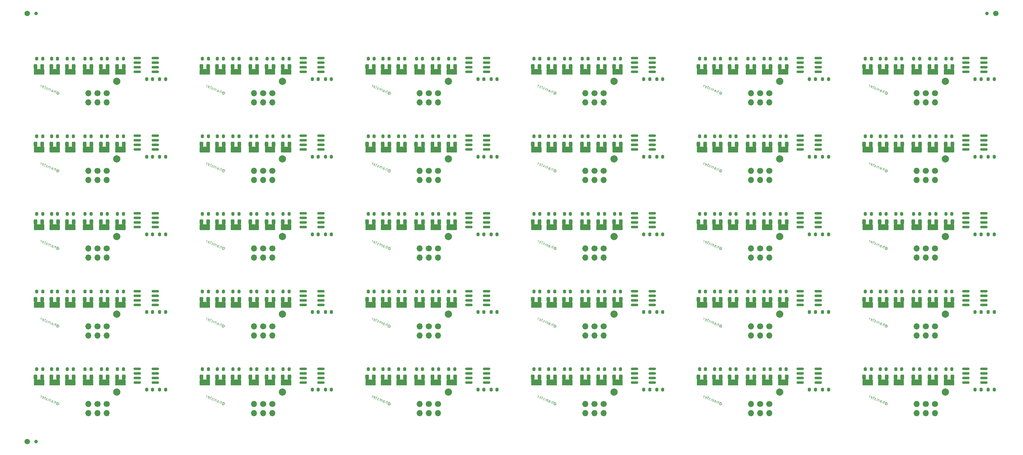
<source format=gbr>
%TF.GenerationSoftware,KiCad,Pcbnew,(6.0.5)*%
%TF.CreationDate,2022-08-09T22:24:32-06:00*%
%TF.ProjectId,modem-panel,6d6f6465-6d2d-4706-916e-656c2e6b6963,1.1*%
%TF.SameCoordinates,Original*%
%TF.FileFunction,Soldermask,Bot*%
%TF.FilePolarity,Negative*%
%FSLAX46Y46*%
G04 Gerber Fmt 4.6, Leading zero omitted, Abs format (unit mm)*
G04 Created by KiCad (PCBNEW (6.0.5)) date 2022-08-09 22:24:32*
%MOMM*%
%LPD*%
G01*
G04 APERTURE LIST*
G04 Aperture macros list*
%AMRoundRect*
0 Rectangle with rounded corners*
0 $1 Rounding radius*
0 $2 $3 $4 $5 $6 $7 $8 $9 X,Y pos of 4 corners*
0 Add a 4 corners polygon primitive as box body*
4,1,4,$2,$3,$4,$5,$6,$7,$8,$9,$2,$3,0*
0 Add four circle primitives for the rounded corners*
1,1,$1+$1,$2,$3*
1,1,$1+$1,$4,$5*
1,1,$1+$1,$6,$7*
1,1,$1+$1,$8,$9*
0 Add four rect primitives between the rounded corners*
20,1,$1+$1,$2,$3,$4,$5,0*
20,1,$1+$1,$4,$5,$6,$7,0*
20,1,$1+$1,$6,$7,$8,$9,0*
20,1,$1+$1,$8,$9,$2,$3,0*%
G04 Aperture macros list end*
%ADD10C,0.120000*%
%ADD11O,1.700000X1.700000*%
%ADD12C,1.700000*%
%ADD13C,1.500000*%
%ADD14RoundRect,0.243750X-0.243750X-0.456250X0.243750X-0.456250X0.243750X0.456250X-0.243750X0.456250X0*%
%ADD15RoundRect,0.200000X-0.200000X-0.275000X0.200000X-0.275000X0.200000X0.275000X-0.200000X0.275000X0*%
%ADD16C,2.000000*%
%ADD17RoundRect,0.150000X0.825000X0.150000X-0.825000X0.150000X-0.825000X-0.150000X0.825000X-0.150000X0*%
%ADD18C,1.000000*%
G04 APERTURE END LIST*
D10*
X163553223Y-125395951D02*
X163603175Y-125375769D01*
X163688193Y-125370473D01*
X163758327Y-125400243D01*
X163813576Y-125465079D01*
X163833758Y-125515031D01*
X163839054Y-125600050D01*
X163809284Y-125670184D01*
X163744448Y-125725432D01*
X163694496Y-125745614D01*
X163609477Y-125750911D01*
X163539343Y-125721141D01*
X163484095Y-125656304D01*
X163463913Y-125606352D01*
X163582993Y-125325818D02*
X163463913Y-125606352D01*
X163413961Y-125626534D01*
X163378894Y-125611649D01*
X163323645Y-125546812D01*
X163318349Y-125461794D01*
X163392774Y-125286459D01*
X163507562Y-125211029D01*
X163642533Y-125185550D01*
X163797685Y-125210023D01*
X163923068Y-125304630D01*
X163998498Y-125419419D01*
X164023977Y-125554389D01*
X163999504Y-125709542D01*
X163904897Y-125834924D01*
X163790108Y-125910355D01*
X163655138Y-125935833D01*
X163499985Y-125911360D01*
X163374603Y-125816754D01*
X163299172Y-125701965D01*
X162913437Y-125538230D02*
X163226022Y-124801826D01*
X162597835Y-125404265D02*
X162761570Y-125018530D01*
X162826407Y-124963281D01*
X162911426Y-124957984D01*
X163016626Y-125002639D01*
X163071875Y-125067476D01*
X163092057Y-125117428D01*
X161931565Y-125121450D02*
X162095300Y-124735715D01*
X162160137Y-124680466D01*
X162245156Y-124675169D01*
X162385423Y-124734709D01*
X162440672Y-124799546D01*
X161946450Y-125086383D02*
X162001699Y-125151220D01*
X162177033Y-125225645D01*
X162262052Y-125220348D01*
X162326889Y-125165099D01*
X162356659Y-125094966D01*
X162351362Y-125009947D01*
X162296113Y-124945110D01*
X162120779Y-124870685D01*
X162065530Y-124805848D01*
X161580897Y-124972600D02*
X161789287Y-124481664D01*
X161759517Y-124551798D02*
X161739335Y-124501846D01*
X161684086Y-124437009D01*
X161578885Y-124392354D01*
X161493867Y-124397651D01*
X161429030Y-124452900D01*
X161265295Y-124838635D01*
X161429030Y-124452900D02*
X161423733Y-124367881D01*
X161368484Y-124303044D01*
X161263284Y-124258389D01*
X161178265Y-124263686D01*
X161113428Y-124318935D01*
X160949693Y-124704670D01*
X160648977Y-124535638D02*
X160563958Y-124540935D01*
X160423690Y-124481395D01*
X160368442Y-124416558D01*
X160363145Y-124331540D01*
X160378030Y-124296473D01*
X160442867Y-124241224D01*
X160527885Y-124235927D01*
X160633086Y-124280582D01*
X160718105Y-124275285D01*
X160782942Y-124220037D01*
X160797827Y-124184970D01*
X160792530Y-124099951D01*
X160737281Y-124035114D01*
X160632080Y-123990459D01*
X160547062Y-123995756D01*
X160316479Y-123856494D02*
X160035944Y-123737414D01*
X160315473Y-123566371D02*
X160047543Y-124197575D01*
X159982706Y-124252823D01*
X159897688Y-124258120D01*
X159827554Y-124228350D01*
X159316436Y-123970009D02*
X159371685Y-124034845D01*
X159511952Y-124094385D01*
X159596971Y-124089088D01*
X159661808Y-124033840D01*
X159780888Y-123753305D01*
X159775591Y-123668286D01*
X159720342Y-123603449D01*
X159580075Y-123543909D01*
X159495056Y-123549206D01*
X159430219Y-123604455D01*
X159400449Y-123674589D01*
X159721348Y-123893572D01*
X158950883Y-123856225D02*
X159159273Y-123365289D01*
X159099733Y-123505557D02*
X159094436Y-123420538D01*
X159074254Y-123370586D01*
X159019005Y-123305750D01*
X158948872Y-123275980D01*
X209457176Y-39345735D02*
X209507128Y-39325553D01*
X209592146Y-39320257D01*
X209662280Y-39350027D01*
X209717529Y-39414863D01*
X209737711Y-39464815D01*
X209743007Y-39549834D01*
X209713237Y-39619968D01*
X209648401Y-39675216D01*
X209598449Y-39695398D01*
X209513430Y-39700695D01*
X209443296Y-39670925D01*
X209388048Y-39606088D01*
X209367866Y-39556136D01*
X209486946Y-39275602D02*
X209367866Y-39556136D01*
X209317914Y-39576318D01*
X209282847Y-39561433D01*
X209227598Y-39496596D01*
X209222302Y-39411578D01*
X209296727Y-39236243D01*
X209411515Y-39160813D01*
X209546486Y-39135334D01*
X209701638Y-39159807D01*
X209827021Y-39254414D01*
X209902451Y-39369203D01*
X209927930Y-39504173D01*
X209903457Y-39659326D01*
X209808850Y-39784708D01*
X209694061Y-39860139D01*
X209559091Y-39885617D01*
X209403938Y-39861144D01*
X209278556Y-39766538D01*
X209203125Y-39651749D01*
X208817390Y-39488014D02*
X209129975Y-38751610D01*
X208501788Y-39354049D02*
X208665523Y-38968314D01*
X208730360Y-38913065D01*
X208815379Y-38907768D01*
X208920579Y-38952423D01*
X208975828Y-39017260D01*
X208996010Y-39067212D01*
X207835518Y-39071234D02*
X207999253Y-38685499D01*
X208064090Y-38630250D01*
X208149109Y-38624953D01*
X208289376Y-38684493D01*
X208344625Y-38749330D01*
X207850403Y-39036167D02*
X207905652Y-39101004D01*
X208080986Y-39175429D01*
X208166005Y-39170132D01*
X208230842Y-39114883D01*
X208260612Y-39044750D01*
X208255315Y-38959731D01*
X208200066Y-38894894D01*
X208024732Y-38820469D01*
X207969483Y-38755632D01*
X207484850Y-38922384D02*
X207693240Y-38431448D01*
X207663470Y-38501582D02*
X207643288Y-38451630D01*
X207588039Y-38386793D01*
X207482838Y-38342138D01*
X207397820Y-38347435D01*
X207332983Y-38402684D01*
X207169248Y-38788419D01*
X207332983Y-38402684D02*
X207327686Y-38317665D01*
X207272437Y-38252828D01*
X207167237Y-38208173D01*
X207082218Y-38213470D01*
X207017381Y-38268719D01*
X206853646Y-38654454D01*
X206552930Y-38485422D02*
X206467911Y-38490719D01*
X206327643Y-38431179D01*
X206272395Y-38366342D01*
X206267098Y-38281324D01*
X206281983Y-38246257D01*
X206346820Y-38191008D01*
X206431838Y-38185711D01*
X206537039Y-38230366D01*
X206622058Y-38225069D01*
X206686895Y-38169821D01*
X206701780Y-38134754D01*
X206696483Y-38049735D01*
X206641234Y-37984898D01*
X206536033Y-37940243D01*
X206451015Y-37945540D01*
X206220432Y-37806278D02*
X205939897Y-37687198D01*
X206219426Y-37516155D02*
X205951496Y-38147359D01*
X205886659Y-38202607D01*
X205801641Y-38207904D01*
X205731507Y-38178134D01*
X205220389Y-37919793D02*
X205275638Y-37984629D01*
X205415905Y-38044169D01*
X205500924Y-38038872D01*
X205565761Y-37983624D01*
X205684841Y-37703089D01*
X205679544Y-37618070D01*
X205624295Y-37553233D01*
X205484028Y-37493693D01*
X205399009Y-37498990D01*
X205334172Y-37554239D01*
X205304402Y-37624373D01*
X205625301Y-37843356D01*
X204854836Y-37806009D02*
X205063226Y-37315073D01*
X205003686Y-37455341D02*
X204998389Y-37370322D01*
X204978207Y-37320370D01*
X204922958Y-37255534D01*
X204852825Y-37225764D01*
X71745317Y-39345735D02*
X71795269Y-39325553D01*
X71880287Y-39320257D01*
X71950421Y-39350027D01*
X72005670Y-39414863D01*
X72025852Y-39464815D01*
X72031148Y-39549834D01*
X72001378Y-39619968D01*
X71936542Y-39675216D01*
X71886590Y-39695398D01*
X71801571Y-39700695D01*
X71731437Y-39670925D01*
X71676189Y-39606088D01*
X71656007Y-39556136D01*
X71775087Y-39275602D02*
X71656007Y-39556136D01*
X71606055Y-39576318D01*
X71570988Y-39561433D01*
X71515739Y-39496596D01*
X71510443Y-39411578D01*
X71584868Y-39236243D01*
X71699656Y-39160813D01*
X71834627Y-39135334D01*
X71989779Y-39159807D01*
X72115162Y-39254414D01*
X72190592Y-39369203D01*
X72216071Y-39504173D01*
X72191598Y-39659326D01*
X72096991Y-39784708D01*
X71982202Y-39860139D01*
X71847232Y-39885617D01*
X71692079Y-39861144D01*
X71566697Y-39766538D01*
X71491266Y-39651749D01*
X71105531Y-39488014D02*
X71418116Y-38751610D01*
X70789929Y-39354049D02*
X70953664Y-38968314D01*
X71018501Y-38913065D01*
X71103520Y-38907768D01*
X71208720Y-38952423D01*
X71263969Y-39017260D01*
X71284151Y-39067212D01*
X70123659Y-39071234D02*
X70287394Y-38685499D01*
X70352231Y-38630250D01*
X70437250Y-38624953D01*
X70577517Y-38684493D01*
X70632766Y-38749330D01*
X70138544Y-39036167D02*
X70193793Y-39101004D01*
X70369127Y-39175429D01*
X70454146Y-39170132D01*
X70518983Y-39114883D01*
X70548753Y-39044750D01*
X70543456Y-38959731D01*
X70488207Y-38894894D01*
X70312873Y-38820469D01*
X70257624Y-38755632D01*
X69772991Y-38922384D02*
X69981381Y-38431448D01*
X69951611Y-38501582D02*
X69931429Y-38451630D01*
X69876180Y-38386793D01*
X69770979Y-38342138D01*
X69685961Y-38347435D01*
X69621124Y-38402684D01*
X69457389Y-38788419D01*
X69621124Y-38402684D02*
X69615827Y-38317665D01*
X69560578Y-38252828D01*
X69455378Y-38208173D01*
X69370359Y-38213470D01*
X69305522Y-38268719D01*
X69141787Y-38654454D01*
X68841071Y-38485422D02*
X68756052Y-38490719D01*
X68615784Y-38431179D01*
X68560536Y-38366342D01*
X68555239Y-38281324D01*
X68570124Y-38246257D01*
X68634961Y-38191008D01*
X68719979Y-38185711D01*
X68825180Y-38230366D01*
X68910199Y-38225069D01*
X68975036Y-38169821D01*
X68989921Y-38134754D01*
X68984624Y-38049735D01*
X68929375Y-37984898D01*
X68824174Y-37940243D01*
X68739156Y-37945540D01*
X68508573Y-37806278D02*
X68228038Y-37687198D01*
X68507567Y-37516155D02*
X68239637Y-38147359D01*
X68174800Y-38202607D01*
X68089782Y-38207904D01*
X68019648Y-38178134D01*
X67508530Y-37919793D02*
X67563779Y-37984629D01*
X67704046Y-38044169D01*
X67789065Y-38038872D01*
X67853902Y-37983624D01*
X67972982Y-37703089D01*
X67967685Y-37618070D01*
X67912436Y-37553233D01*
X67772169Y-37493693D01*
X67687150Y-37498990D01*
X67622313Y-37554239D01*
X67592543Y-37624373D01*
X67913442Y-37843356D01*
X67142977Y-37806009D02*
X67351367Y-37315073D01*
X67291827Y-37455341D02*
X67286530Y-37370322D01*
X67266348Y-37320370D01*
X67211099Y-37255534D01*
X67140966Y-37225764D01*
X163553223Y-103883397D02*
X163603175Y-103863215D01*
X163688193Y-103857919D01*
X163758327Y-103887689D01*
X163813576Y-103952525D01*
X163833758Y-104002477D01*
X163839054Y-104087496D01*
X163809284Y-104157630D01*
X163744448Y-104212878D01*
X163694496Y-104233060D01*
X163609477Y-104238357D01*
X163539343Y-104208587D01*
X163484095Y-104143750D01*
X163463913Y-104093798D01*
X163582993Y-103813264D02*
X163463913Y-104093798D01*
X163413961Y-104113980D01*
X163378894Y-104099095D01*
X163323645Y-104034258D01*
X163318349Y-103949240D01*
X163392774Y-103773905D01*
X163507562Y-103698475D01*
X163642533Y-103672996D01*
X163797685Y-103697469D01*
X163923068Y-103792076D01*
X163998498Y-103906865D01*
X164023977Y-104041835D01*
X163999504Y-104196988D01*
X163904897Y-104322370D01*
X163790108Y-104397801D01*
X163655138Y-104423279D01*
X163499985Y-104398806D01*
X163374603Y-104304200D01*
X163299172Y-104189411D01*
X162913437Y-104025676D02*
X163226022Y-103289272D01*
X162597835Y-103891711D02*
X162761570Y-103505976D01*
X162826407Y-103450727D01*
X162911426Y-103445430D01*
X163016626Y-103490085D01*
X163071875Y-103554922D01*
X163092057Y-103604874D01*
X161931565Y-103608896D02*
X162095300Y-103223161D01*
X162160137Y-103167912D01*
X162245156Y-103162615D01*
X162385423Y-103222155D01*
X162440672Y-103286992D01*
X161946450Y-103573829D02*
X162001699Y-103638666D01*
X162177033Y-103713091D01*
X162262052Y-103707794D01*
X162326889Y-103652545D01*
X162356659Y-103582412D01*
X162351362Y-103497393D01*
X162296113Y-103432556D01*
X162120779Y-103358131D01*
X162065530Y-103293294D01*
X161580897Y-103460046D02*
X161789287Y-102969110D01*
X161759517Y-103039244D02*
X161739335Y-102989292D01*
X161684086Y-102924455D01*
X161578885Y-102879800D01*
X161493867Y-102885097D01*
X161429030Y-102940346D01*
X161265295Y-103326081D01*
X161429030Y-102940346D02*
X161423733Y-102855327D01*
X161368484Y-102790490D01*
X161263284Y-102745835D01*
X161178265Y-102751132D01*
X161113428Y-102806381D01*
X160949693Y-103192116D01*
X160648977Y-103023084D02*
X160563958Y-103028381D01*
X160423690Y-102968841D01*
X160368442Y-102904004D01*
X160363145Y-102818986D01*
X160378030Y-102783919D01*
X160442867Y-102728670D01*
X160527885Y-102723373D01*
X160633086Y-102768028D01*
X160718105Y-102762731D01*
X160782942Y-102707483D01*
X160797827Y-102672416D01*
X160792530Y-102587397D01*
X160737281Y-102522560D01*
X160632080Y-102477905D01*
X160547062Y-102483202D01*
X160316479Y-102343940D02*
X160035944Y-102224860D01*
X160315473Y-102053817D02*
X160047543Y-102685021D01*
X159982706Y-102740269D01*
X159897688Y-102745566D01*
X159827554Y-102715796D01*
X159316436Y-102457455D02*
X159371685Y-102522291D01*
X159511952Y-102581831D01*
X159596971Y-102576534D01*
X159661808Y-102521286D01*
X159780888Y-102240751D01*
X159775591Y-102155732D01*
X159720342Y-102090895D01*
X159580075Y-102031355D01*
X159495056Y-102036652D01*
X159430219Y-102091901D01*
X159400449Y-102162035D01*
X159721348Y-102381018D01*
X158950883Y-102343671D02*
X159159273Y-101852735D01*
X159099733Y-101993003D02*
X159094436Y-101907984D01*
X159074254Y-101858032D01*
X159019005Y-101793196D01*
X158948872Y-101763426D01*
X255361129Y-125395951D02*
X255411081Y-125375769D01*
X255496099Y-125370473D01*
X255566233Y-125400243D01*
X255621482Y-125465079D01*
X255641664Y-125515031D01*
X255646960Y-125600050D01*
X255617190Y-125670184D01*
X255552354Y-125725432D01*
X255502402Y-125745614D01*
X255417383Y-125750911D01*
X255347249Y-125721141D01*
X255292001Y-125656304D01*
X255271819Y-125606352D01*
X255390899Y-125325818D02*
X255271819Y-125606352D01*
X255221867Y-125626534D01*
X255186800Y-125611649D01*
X255131551Y-125546812D01*
X255126255Y-125461794D01*
X255200680Y-125286459D01*
X255315468Y-125211029D01*
X255450439Y-125185550D01*
X255605591Y-125210023D01*
X255730974Y-125304630D01*
X255806404Y-125419419D01*
X255831883Y-125554389D01*
X255807410Y-125709542D01*
X255712803Y-125834924D01*
X255598014Y-125910355D01*
X255463044Y-125935833D01*
X255307891Y-125911360D01*
X255182509Y-125816754D01*
X255107078Y-125701965D01*
X254721343Y-125538230D02*
X255033928Y-124801826D01*
X254405741Y-125404265D02*
X254569476Y-125018530D01*
X254634313Y-124963281D01*
X254719332Y-124957984D01*
X254824532Y-125002639D01*
X254879781Y-125067476D01*
X254899963Y-125117428D01*
X253739471Y-125121450D02*
X253903206Y-124735715D01*
X253968043Y-124680466D01*
X254053062Y-124675169D01*
X254193329Y-124734709D01*
X254248578Y-124799546D01*
X253754356Y-125086383D02*
X253809605Y-125151220D01*
X253984939Y-125225645D01*
X254069958Y-125220348D01*
X254134795Y-125165099D01*
X254164565Y-125094966D01*
X254159268Y-125009947D01*
X254104019Y-124945110D01*
X253928685Y-124870685D01*
X253873436Y-124805848D01*
X253388803Y-124972600D02*
X253597193Y-124481664D01*
X253567423Y-124551798D02*
X253547241Y-124501846D01*
X253491992Y-124437009D01*
X253386791Y-124392354D01*
X253301773Y-124397651D01*
X253236936Y-124452900D01*
X253073201Y-124838635D01*
X253236936Y-124452900D02*
X253231639Y-124367881D01*
X253176390Y-124303044D01*
X253071190Y-124258389D01*
X252986171Y-124263686D01*
X252921334Y-124318935D01*
X252757599Y-124704670D01*
X252456883Y-124535638D02*
X252371864Y-124540935D01*
X252231596Y-124481395D01*
X252176348Y-124416558D01*
X252171051Y-124331540D01*
X252185936Y-124296473D01*
X252250773Y-124241224D01*
X252335791Y-124235927D01*
X252440992Y-124280582D01*
X252526011Y-124275285D01*
X252590848Y-124220037D01*
X252605733Y-124184970D01*
X252600436Y-124099951D01*
X252545187Y-124035114D01*
X252439986Y-123990459D01*
X252354968Y-123995756D01*
X252124385Y-123856494D02*
X251843850Y-123737414D01*
X252123379Y-123566371D02*
X251855449Y-124197575D01*
X251790612Y-124252823D01*
X251705594Y-124258120D01*
X251635460Y-124228350D01*
X251124342Y-123970009D02*
X251179591Y-124034845D01*
X251319858Y-124094385D01*
X251404877Y-124089088D01*
X251469714Y-124033840D01*
X251588794Y-123753305D01*
X251583497Y-123668286D01*
X251528248Y-123603449D01*
X251387981Y-123543909D01*
X251302962Y-123549206D01*
X251238125Y-123604455D01*
X251208355Y-123674589D01*
X251529254Y-123893572D01*
X250758789Y-123856225D02*
X250967179Y-123365289D01*
X250907639Y-123505557D02*
X250902342Y-123420538D01*
X250882160Y-123370586D01*
X250826911Y-123305750D01*
X250756778Y-123275980D01*
X163553223Y-60858289D02*
X163603175Y-60838107D01*
X163688193Y-60832811D01*
X163758327Y-60862581D01*
X163813576Y-60927417D01*
X163833758Y-60977369D01*
X163839054Y-61062388D01*
X163809284Y-61132522D01*
X163744448Y-61187770D01*
X163694496Y-61207952D01*
X163609477Y-61213249D01*
X163539343Y-61183479D01*
X163484095Y-61118642D01*
X163463913Y-61068690D01*
X163582993Y-60788156D02*
X163463913Y-61068690D01*
X163413961Y-61088872D01*
X163378894Y-61073987D01*
X163323645Y-61009150D01*
X163318349Y-60924132D01*
X163392774Y-60748797D01*
X163507562Y-60673367D01*
X163642533Y-60647888D01*
X163797685Y-60672361D01*
X163923068Y-60766968D01*
X163998498Y-60881757D01*
X164023977Y-61016727D01*
X163999504Y-61171880D01*
X163904897Y-61297262D01*
X163790108Y-61372693D01*
X163655138Y-61398171D01*
X163499985Y-61373698D01*
X163374603Y-61279092D01*
X163299172Y-61164303D01*
X162913437Y-61000568D02*
X163226022Y-60264164D01*
X162597835Y-60866603D02*
X162761570Y-60480868D01*
X162826407Y-60425619D01*
X162911426Y-60420322D01*
X163016626Y-60464977D01*
X163071875Y-60529814D01*
X163092057Y-60579766D01*
X161931565Y-60583788D02*
X162095300Y-60198053D01*
X162160137Y-60142804D01*
X162245156Y-60137507D01*
X162385423Y-60197047D01*
X162440672Y-60261884D01*
X161946450Y-60548721D02*
X162001699Y-60613558D01*
X162177033Y-60687983D01*
X162262052Y-60682686D01*
X162326889Y-60627437D01*
X162356659Y-60557304D01*
X162351362Y-60472285D01*
X162296113Y-60407448D01*
X162120779Y-60333023D01*
X162065530Y-60268186D01*
X161580897Y-60434938D02*
X161789287Y-59944002D01*
X161759517Y-60014136D02*
X161739335Y-59964184D01*
X161684086Y-59899347D01*
X161578885Y-59854692D01*
X161493867Y-59859989D01*
X161429030Y-59915238D01*
X161265295Y-60300973D01*
X161429030Y-59915238D02*
X161423733Y-59830219D01*
X161368484Y-59765382D01*
X161263284Y-59720727D01*
X161178265Y-59726024D01*
X161113428Y-59781273D01*
X160949693Y-60167008D01*
X160648977Y-59997976D02*
X160563958Y-60003273D01*
X160423690Y-59943733D01*
X160368442Y-59878896D01*
X160363145Y-59793878D01*
X160378030Y-59758811D01*
X160442867Y-59703562D01*
X160527885Y-59698265D01*
X160633086Y-59742920D01*
X160718105Y-59737623D01*
X160782942Y-59682375D01*
X160797827Y-59647308D01*
X160792530Y-59562289D01*
X160737281Y-59497452D01*
X160632080Y-59452797D01*
X160547062Y-59458094D01*
X160316479Y-59318832D02*
X160035944Y-59199752D01*
X160315473Y-59028709D02*
X160047543Y-59659913D01*
X159982706Y-59715161D01*
X159897688Y-59720458D01*
X159827554Y-59690688D01*
X159316436Y-59432347D02*
X159371685Y-59497183D01*
X159511952Y-59556723D01*
X159596971Y-59551426D01*
X159661808Y-59496178D01*
X159780888Y-59215643D01*
X159775591Y-59130624D01*
X159720342Y-59065787D01*
X159580075Y-59006247D01*
X159495056Y-59011544D01*
X159430219Y-59066793D01*
X159400449Y-59136927D01*
X159721348Y-59355910D01*
X158950883Y-59318563D02*
X159159273Y-58827627D01*
X159099733Y-58967895D02*
X159094436Y-58882876D01*
X159074254Y-58832924D01*
X159019005Y-58768088D01*
X158948872Y-58738318D01*
X117649270Y-60858289D02*
X117699222Y-60838107D01*
X117784240Y-60832811D01*
X117854374Y-60862581D01*
X117909623Y-60927417D01*
X117929805Y-60977369D01*
X117935101Y-61062388D01*
X117905331Y-61132522D01*
X117840495Y-61187770D01*
X117790543Y-61207952D01*
X117705524Y-61213249D01*
X117635390Y-61183479D01*
X117580142Y-61118642D01*
X117559960Y-61068690D01*
X117679040Y-60788156D02*
X117559960Y-61068690D01*
X117510008Y-61088872D01*
X117474941Y-61073987D01*
X117419692Y-61009150D01*
X117414396Y-60924132D01*
X117488821Y-60748797D01*
X117603609Y-60673367D01*
X117738580Y-60647888D01*
X117893732Y-60672361D01*
X118019115Y-60766968D01*
X118094545Y-60881757D01*
X118120024Y-61016727D01*
X118095551Y-61171880D01*
X118000944Y-61297262D01*
X117886155Y-61372693D01*
X117751185Y-61398171D01*
X117596032Y-61373698D01*
X117470650Y-61279092D01*
X117395219Y-61164303D01*
X117009484Y-61000568D02*
X117322069Y-60264164D01*
X116693882Y-60866603D02*
X116857617Y-60480868D01*
X116922454Y-60425619D01*
X117007473Y-60420322D01*
X117112673Y-60464977D01*
X117167922Y-60529814D01*
X117188104Y-60579766D01*
X116027612Y-60583788D02*
X116191347Y-60198053D01*
X116256184Y-60142804D01*
X116341203Y-60137507D01*
X116481470Y-60197047D01*
X116536719Y-60261884D01*
X116042497Y-60548721D02*
X116097746Y-60613558D01*
X116273080Y-60687983D01*
X116358099Y-60682686D01*
X116422936Y-60627437D01*
X116452706Y-60557304D01*
X116447409Y-60472285D01*
X116392160Y-60407448D01*
X116216826Y-60333023D01*
X116161577Y-60268186D01*
X115676944Y-60434938D02*
X115885334Y-59944002D01*
X115855564Y-60014136D02*
X115835382Y-59964184D01*
X115780133Y-59899347D01*
X115674932Y-59854692D01*
X115589914Y-59859989D01*
X115525077Y-59915238D01*
X115361342Y-60300973D01*
X115525077Y-59915238D02*
X115519780Y-59830219D01*
X115464531Y-59765382D01*
X115359331Y-59720727D01*
X115274312Y-59726024D01*
X115209475Y-59781273D01*
X115045740Y-60167008D01*
X114745024Y-59997976D02*
X114660005Y-60003273D01*
X114519737Y-59943733D01*
X114464489Y-59878896D01*
X114459192Y-59793878D01*
X114474077Y-59758811D01*
X114538914Y-59703562D01*
X114623932Y-59698265D01*
X114729133Y-59742920D01*
X114814152Y-59737623D01*
X114878989Y-59682375D01*
X114893874Y-59647308D01*
X114888577Y-59562289D01*
X114833328Y-59497452D01*
X114728127Y-59452797D01*
X114643109Y-59458094D01*
X114412526Y-59318832D02*
X114131991Y-59199752D01*
X114411520Y-59028709D02*
X114143590Y-59659913D01*
X114078753Y-59715161D01*
X113993735Y-59720458D01*
X113923601Y-59690688D01*
X113412483Y-59432347D02*
X113467732Y-59497183D01*
X113607999Y-59556723D01*
X113693018Y-59551426D01*
X113757855Y-59496178D01*
X113876935Y-59215643D01*
X113871638Y-59130624D01*
X113816389Y-59065787D01*
X113676122Y-59006247D01*
X113591103Y-59011544D01*
X113526266Y-59066793D01*
X113496496Y-59136927D01*
X113817395Y-59355910D01*
X113046930Y-59318563D02*
X113255320Y-58827627D01*
X113195780Y-58967895D02*
X113190483Y-58882876D01*
X113170301Y-58832924D01*
X113115052Y-58768088D01*
X113044919Y-58738318D01*
X163553223Y-39345735D02*
X163603175Y-39325553D01*
X163688193Y-39320257D01*
X163758327Y-39350027D01*
X163813576Y-39414863D01*
X163833758Y-39464815D01*
X163839054Y-39549834D01*
X163809284Y-39619968D01*
X163744448Y-39675216D01*
X163694496Y-39695398D01*
X163609477Y-39700695D01*
X163539343Y-39670925D01*
X163484095Y-39606088D01*
X163463913Y-39556136D01*
X163582993Y-39275602D02*
X163463913Y-39556136D01*
X163413961Y-39576318D01*
X163378894Y-39561433D01*
X163323645Y-39496596D01*
X163318349Y-39411578D01*
X163392774Y-39236243D01*
X163507562Y-39160813D01*
X163642533Y-39135334D01*
X163797685Y-39159807D01*
X163923068Y-39254414D01*
X163998498Y-39369203D01*
X164023977Y-39504173D01*
X163999504Y-39659326D01*
X163904897Y-39784708D01*
X163790108Y-39860139D01*
X163655138Y-39885617D01*
X163499985Y-39861144D01*
X163374603Y-39766538D01*
X163299172Y-39651749D01*
X162913437Y-39488014D02*
X163226022Y-38751610D01*
X162597835Y-39354049D02*
X162761570Y-38968314D01*
X162826407Y-38913065D01*
X162911426Y-38907768D01*
X163016626Y-38952423D01*
X163071875Y-39017260D01*
X163092057Y-39067212D01*
X161931565Y-39071234D02*
X162095300Y-38685499D01*
X162160137Y-38630250D01*
X162245156Y-38624953D01*
X162385423Y-38684493D01*
X162440672Y-38749330D01*
X161946450Y-39036167D02*
X162001699Y-39101004D01*
X162177033Y-39175429D01*
X162262052Y-39170132D01*
X162326889Y-39114883D01*
X162356659Y-39044750D01*
X162351362Y-38959731D01*
X162296113Y-38894894D01*
X162120779Y-38820469D01*
X162065530Y-38755632D01*
X161580897Y-38922384D02*
X161789287Y-38431448D01*
X161759517Y-38501582D02*
X161739335Y-38451630D01*
X161684086Y-38386793D01*
X161578885Y-38342138D01*
X161493867Y-38347435D01*
X161429030Y-38402684D01*
X161265295Y-38788419D01*
X161429030Y-38402684D02*
X161423733Y-38317665D01*
X161368484Y-38252828D01*
X161263284Y-38208173D01*
X161178265Y-38213470D01*
X161113428Y-38268719D01*
X160949693Y-38654454D01*
X160648977Y-38485422D02*
X160563958Y-38490719D01*
X160423690Y-38431179D01*
X160368442Y-38366342D01*
X160363145Y-38281324D01*
X160378030Y-38246257D01*
X160442867Y-38191008D01*
X160527885Y-38185711D01*
X160633086Y-38230366D01*
X160718105Y-38225069D01*
X160782942Y-38169821D01*
X160797827Y-38134754D01*
X160792530Y-38049735D01*
X160737281Y-37984898D01*
X160632080Y-37940243D01*
X160547062Y-37945540D01*
X160316479Y-37806278D02*
X160035944Y-37687198D01*
X160315473Y-37516155D02*
X160047543Y-38147359D01*
X159982706Y-38202607D01*
X159897688Y-38207904D01*
X159827554Y-38178134D01*
X159316436Y-37919793D02*
X159371685Y-37984629D01*
X159511952Y-38044169D01*
X159596971Y-38038872D01*
X159661808Y-37983624D01*
X159780888Y-37703089D01*
X159775591Y-37618070D01*
X159720342Y-37553233D01*
X159580075Y-37493693D01*
X159495056Y-37498990D01*
X159430219Y-37554239D01*
X159400449Y-37624373D01*
X159721348Y-37843356D01*
X158950883Y-37806009D02*
X159159273Y-37315073D01*
X159099733Y-37455341D02*
X159094436Y-37370322D01*
X159074254Y-37320370D01*
X159019005Y-37255534D01*
X158948872Y-37225764D01*
X25841364Y-82370843D02*
X25891316Y-82350661D01*
X25976334Y-82345365D01*
X26046468Y-82375135D01*
X26101717Y-82439971D01*
X26121899Y-82489923D01*
X26127195Y-82574942D01*
X26097425Y-82645076D01*
X26032589Y-82700324D01*
X25982637Y-82720506D01*
X25897618Y-82725803D01*
X25827484Y-82696033D01*
X25772236Y-82631196D01*
X25752054Y-82581244D01*
X25871134Y-82300710D02*
X25752054Y-82581244D01*
X25702102Y-82601426D01*
X25667035Y-82586541D01*
X25611786Y-82521704D01*
X25606490Y-82436686D01*
X25680915Y-82261351D01*
X25795703Y-82185921D01*
X25930674Y-82160442D01*
X26085826Y-82184915D01*
X26211209Y-82279522D01*
X26286639Y-82394311D01*
X26312118Y-82529281D01*
X26287645Y-82684434D01*
X26193038Y-82809816D01*
X26078249Y-82885247D01*
X25943279Y-82910725D01*
X25788126Y-82886252D01*
X25662744Y-82791646D01*
X25587313Y-82676857D01*
X25201578Y-82513122D02*
X25514163Y-81776718D01*
X24885976Y-82379157D02*
X25049711Y-81993422D01*
X25114548Y-81938173D01*
X25199567Y-81932876D01*
X25304767Y-81977531D01*
X25360016Y-82042368D01*
X25380198Y-82092320D01*
X24219706Y-82096342D02*
X24383441Y-81710607D01*
X24448278Y-81655358D01*
X24533297Y-81650061D01*
X24673564Y-81709601D01*
X24728813Y-81774438D01*
X24234591Y-82061275D02*
X24289840Y-82126112D01*
X24465174Y-82200537D01*
X24550193Y-82195240D01*
X24615030Y-82139991D01*
X24644800Y-82069858D01*
X24639503Y-81984839D01*
X24584254Y-81920002D01*
X24408920Y-81845577D01*
X24353671Y-81780740D01*
X23869038Y-81947492D02*
X24077428Y-81456556D01*
X24047658Y-81526690D02*
X24027476Y-81476738D01*
X23972227Y-81411901D01*
X23867026Y-81367246D01*
X23782008Y-81372543D01*
X23717171Y-81427792D01*
X23553436Y-81813527D01*
X23717171Y-81427792D02*
X23711874Y-81342773D01*
X23656625Y-81277936D01*
X23551425Y-81233281D01*
X23466406Y-81238578D01*
X23401569Y-81293827D01*
X23237834Y-81679562D01*
X22937118Y-81510530D02*
X22852099Y-81515827D01*
X22711831Y-81456287D01*
X22656583Y-81391450D01*
X22651286Y-81306432D01*
X22666171Y-81271365D01*
X22731008Y-81216116D01*
X22816026Y-81210819D01*
X22921227Y-81255474D01*
X23006246Y-81250177D01*
X23071083Y-81194929D01*
X23085968Y-81159862D01*
X23080671Y-81074843D01*
X23025422Y-81010006D01*
X22920221Y-80965351D01*
X22835203Y-80970648D01*
X22604620Y-80831386D02*
X22324085Y-80712306D01*
X22603614Y-80541263D02*
X22335684Y-81172467D01*
X22270847Y-81227715D01*
X22185829Y-81233012D01*
X22115695Y-81203242D01*
X21604577Y-80944901D02*
X21659826Y-81009737D01*
X21800093Y-81069277D01*
X21885112Y-81063980D01*
X21949949Y-81008732D01*
X22069029Y-80728197D01*
X22063732Y-80643178D01*
X22008483Y-80578341D01*
X21868216Y-80518801D01*
X21783197Y-80524098D01*
X21718360Y-80579347D01*
X21688590Y-80649481D01*
X22009489Y-80868464D01*
X21239024Y-80831117D02*
X21447414Y-80340181D01*
X21387874Y-80480449D02*
X21382577Y-80395430D01*
X21362395Y-80345478D01*
X21307146Y-80280642D01*
X21237013Y-80250872D01*
X255361129Y-103883397D02*
X255411081Y-103863215D01*
X255496099Y-103857919D01*
X255566233Y-103887689D01*
X255621482Y-103952525D01*
X255641664Y-104002477D01*
X255646960Y-104087496D01*
X255617190Y-104157630D01*
X255552354Y-104212878D01*
X255502402Y-104233060D01*
X255417383Y-104238357D01*
X255347249Y-104208587D01*
X255292001Y-104143750D01*
X255271819Y-104093798D01*
X255390899Y-103813264D02*
X255271819Y-104093798D01*
X255221867Y-104113980D01*
X255186800Y-104099095D01*
X255131551Y-104034258D01*
X255126255Y-103949240D01*
X255200680Y-103773905D01*
X255315468Y-103698475D01*
X255450439Y-103672996D01*
X255605591Y-103697469D01*
X255730974Y-103792076D01*
X255806404Y-103906865D01*
X255831883Y-104041835D01*
X255807410Y-104196988D01*
X255712803Y-104322370D01*
X255598014Y-104397801D01*
X255463044Y-104423279D01*
X255307891Y-104398806D01*
X255182509Y-104304200D01*
X255107078Y-104189411D01*
X254721343Y-104025676D02*
X255033928Y-103289272D01*
X254405741Y-103891711D02*
X254569476Y-103505976D01*
X254634313Y-103450727D01*
X254719332Y-103445430D01*
X254824532Y-103490085D01*
X254879781Y-103554922D01*
X254899963Y-103604874D01*
X253739471Y-103608896D02*
X253903206Y-103223161D01*
X253968043Y-103167912D01*
X254053062Y-103162615D01*
X254193329Y-103222155D01*
X254248578Y-103286992D01*
X253754356Y-103573829D02*
X253809605Y-103638666D01*
X253984939Y-103713091D01*
X254069958Y-103707794D01*
X254134795Y-103652545D01*
X254164565Y-103582412D01*
X254159268Y-103497393D01*
X254104019Y-103432556D01*
X253928685Y-103358131D01*
X253873436Y-103293294D01*
X253388803Y-103460046D02*
X253597193Y-102969110D01*
X253567423Y-103039244D02*
X253547241Y-102989292D01*
X253491992Y-102924455D01*
X253386791Y-102879800D01*
X253301773Y-102885097D01*
X253236936Y-102940346D01*
X253073201Y-103326081D01*
X253236936Y-102940346D02*
X253231639Y-102855327D01*
X253176390Y-102790490D01*
X253071190Y-102745835D01*
X252986171Y-102751132D01*
X252921334Y-102806381D01*
X252757599Y-103192116D01*
X252456883Y-103023084D02*
X252371864Y-103028381D01*
X252231596Y-102968841D01*
X252176348Y-102904004D01*
X252171051Y-102818986D01*
X252185936Y-102783919D01*
X252250773Y-102728670D01*
X252335791Y-102723373D01*
X252440992Y-102768028D01*
X252526011Y-102762731D01*
X252590848Y-102707483D01*
X252605733Y-102672416D01*
X252600436Y-102587397D01*
X252545187Y-102522560D01*
X252439986Y-102477905D01*
X252354968Y-102483202D01*
X252124385Y-102343940D02*
X251843850Y-102224860D01*
X252123379Y-102053817D02*
X251855449Y-102685021D01*
X251790612Y-102740269D01*
X251705594Y-102745566D01*
X251635460Y-102715796D01*
X251124342Y-102457455D02*
X251179591Y-102522291D01*
X251319858Y-102581831D01*
X251404877Y-102576534D01*
X251469714Y-102521286D01*
X251588794Y-102240751D01*
X251583497Y-102155732D01*
X251528248Y-102090895D01*
X251387981Y-102031355D01*
X251302962Y-102036652D01*
X251238125Y-102091901D01*
X251208355Y-102162035D01*
X251529254Y-102381018D01*
X250758789Y-102343671D02*
X250967179Y-101852735D01*
X250907639Y-101993003D02*
X250902342Y-101907984D01*
X250882160Y-101858032D01*
X250826911Y-101793196D01*
X250756778Y-101763426D01*
X117649270Y-103883397D02*
X117699222Y-103863215D01*
X117784240Y-103857919D01*
X117854374Y-103887689D01*
X117909623Y-103952525D01*
X117929805Y-104002477D01*
X117935101Y-104087496D01*
X117905331Y-104157630D01*
X117840495Y-104212878D01*
X117790543Y-104233060D01*
X117705524Y-104238357D01*
X117635390Y-104208587D01*
X117580142Y-104143750D01*
X117559960Y-104093798D01*
X117679040Y-103813264D02*
X117559960Y-104093798D01*
X117510008Y-104113980D01*
X117474941Y-104099095D01*
X117419692Y-104034258D01*
X117414396Y-103949240D01*
X117488821Y-103773905D01*
X117603609Y-103698475D01*
X117738580Y-103672996D01*
X117893732Y-103697469D01*
X118019115Y-103792076D01*
X118094545Y-103906865D01*
X118120024Y-104041835D01*
X118095551Y-104196988D01*
X118000944Y-104322370D01*
X117886155Y-104397801D01*
X117751185Y-104423279D01*
X117596032Y-104398806D01*
X117470650Y-104304200D01*
X117395219Y-104189411D01*
X117009484Y-104025676D02*
X117322069Y-103289272D01*
X116693882Y-103891711D02*
X116857617Y-103505976D01*
X116922454Y-103450727D01*
X117007473Y-103445430D01*
X117112673Y-103490085D01*
X117167922Y-103554922D01*
X117188104Y-103604874D01*
X116027612Y-103608896D02*
X116191347Y-103223161D01*
X116256184Y-103167912D01*
X116341203Y-103162615D01*
X116481470Y-103222155D01*
X116536719Y-103286992D01*
X116042497Y-103573829D02*
X116097746Y-103638666D01*
X116273080Y-103713091D01*
X116358099Y-103707794D01*
X116422936Y-103652545D01*
X116452706Y-103582412D01*
X116447409Y-103497393D01*
X116392160Y-103432556D01*
X116216826Y-103358131D01*
X116161577Y-103293294D01*
X115676944Y-103460046D02*
X115885334Y-102969110D01*
X115855564Y-103039244D02*
X115835382Y-102989292D01*
X115780133Y-102924455D01*
X115674932Y-102879800D01*
X115589914Y-102885097D01*
X115525077Y-102940346D01*
X115361342Y-103326081D01*
X115525077Y-102940346D02*
X115519780Y-102855327D01*
X115464531Y-102790490D01*
X115359331Y-102745835D01*
X115274312Y-102751132D01*
X115209475Y-102806381D01*
X115045740Y-103192116D01*
X114745024Y-103023084D02*
X114660005Y-103028381D01*
X114519737Y-102968841D01*
X114464489Y-102904004D01*
X114459192Y-102818986D01*
X114474077Y-102783919D01*
X114538914Y-102728670D01*
X114623932Y-102723373D01*
X114729133Y-102768028D01*
X114814152Y-102762731D01*
X114878989Y-102707483D01*
X114893874Y-102672416D01*
X114888577Y-102587397D01*
X114833328Y-102522560D01*
X114728127Y-102477905D01*
X114643109Y-102483202D01*
X114412526Y-102343940D02*
X114131991Y-102224860D01*
X114411520Y-102053817D02*
X114143590Y-102685021D01*
X114078753Y-102740269D01*
X113993735Y-102745566D01*
X113923601Y-102715796D01*
X113412483Y-102457455D02*
X113467732Y-102522291D01*
X113607999Y-102581831D01*
X113693018Y-102576534D01*
X113757855Y-102521286D01*
X113876935Y-102240751D01*
X113871638Y-102155732D01*
X113816389Y-102090895D01*
X113676122Y-102031355D01*
X113591103Y-102036652D01*
X113526266Y-102091901D01*
X113496496Y-102162035D01*
X113817395Y-102381018D01*
X113046930Y-102343671D02*
X113255320Y-101852735D01*
X113195780Y-101993003D02*
X113190483Y-101907984D01*
X113170301Y-101858032D01*
X113115052Y-101793196D01*
X113044919Y-101763426D01*
X117649270Y-39345735D02*
X117699222Y-39325553D01*
X117784240Y-39320257D01*
X117854374Y-39350027D01*
X117909623Y-39414863D01*
X117929805Y-39464815D01*
X117935101Y-39549834D01*
X117905331Y-39619968D01*
X117840495Y-39675216D01*
X117790543Y-39695398D01*
X117705524Y-39700695D01*
X117635390Y-39670925D01*
X117580142Y-39606088D01*
X117559960Y-39556136D01*
X117679040Y-39275602D02*
X117559960Y-39556136D01*
X117510008Y-39576318D01*
X117474941Y-39561433D01*
X117419692Y-39496596D01*
X117414396Y-39411578D01*
X117488821Y-39236243D01*
X117603609Y-39160813D01*
X117738580Y-39135334D01*
X117893732Y-39159807D01*
X118019115Y-39254414D01*
X118094545Y-39369203D01*
X118120024Y-39504173D01*
X118095551Y-39659326D01*
X118000944Y-39784708D01*
X117886155Y-39860139D01*
X117751185Y-39885617D01*
X117596032Y-39861144D01*
X117470650Y-39766538D01*
X117395219Y-39651749D01*
X117009484Y-39488014D02*
X117322069Y-38751610D01*
X116693882Y-39354049D02*
X116857617Y-38968314D01*
X116922454Y-38913065D01*
X117007473Y-38907768D01*
X117112673Y-38952423D01*
X117167922Y-39017260D01*
X117188104Y-39067212D01*
X116027612Y-39071234D02*
X116191347Y-38685499D01*
X116256184Y-38630250D01*
X116341203Y-38624953D01*
X116481470Y-38684493D01*
X116536719Y-38749330D01*
X116042497Y-39036167D02*
X116097746Y-39101004D01*
X116273080Y-39175429D01*
X116358099Y-39170132D01*
X116422936Y-39114883D01*
X116452706Y-39044750D01*
X116447409Y-38959731D01*
X116392160Y-38894894D01*
X116216826Y-38820469D01*
X116161577Y-38755632D01*
X115676944Y-38922384D02*
X115885334Y-38431448D01*
X115855564Y-38501582D02*
X115835382Y-38451630D01*
X115780133Y-38386793D01*
X115674932Y-38342138D01*
X115589914Y-38347435D01*
X115525077Y-38402684D01*
X115361342Y-38788419D01*
X115525077Y-38402684D02*
X115519780Y-38317665D01*
X115464531Y-38252828D01*
X115359331Y-38208173D01*
X115274312Y-38213470D01*
X115209475Y-38268719D01*
X115045740Y-38654454D01*
X114745024Y-38485422D02*
X114660005Y-38490719D01*
X114519737Y-38431179D01*
X114464489Y-38366342D01*
X114459192Y-38281324D01*
X114474077Y-38246257D01*
X114538914Y-38191008D01*
X114623932Y-38185711D01*
X114729133Y-38230366D01*
X114814152Y-38225069D01*
X114878989Y-38169821D01*
X114893874Y-38134754D01*
X114888577Y-38049735D01*
X114833328Y-37984898D01*
X114728127Y-37940243D01*
X114643109Y-37945540D01*
X114412526Y-37806278D02*
X114131991Y-37687198D01*
X114411520Y-37516155D02*
X114143590Y-38147359D01*
X114078753Y-38202607D01*
X113993735Y-38207904D01*
X113923601Y-38178134D01*
X113412483Y-37919793D02*
X113467732Y-37984629D01*
X113607999Y-38044169D01*
X113693018Y-38038872D01*
X113757855Y-37983624D01*
X113876935Y-37703089D01*
X113871638Y-37618070D01*
X113816389Y-37553233D01*
X113676122Y-37493693D01*
X113591103Y-37498990D01*
X113526266Y-37554239D01*
X113496496Y-37624373D01*
X113817395Y-37843356D01*
X113046930Y-37806009D02*
X113255320Y-37315073D01*
X113195780Y-37455341D02*
X113190483Y-37370322D01*
X113170301Y-37320370D01*
X113115052Y-37255534D01*
X113044919Y-37225764D01*
X25841364Y-125395951D02*
X25891316Y-125375769D01*
X25976334Y-125370473D01*
X26046468Y-125400243D01*
X26101717Y-125465079D01*
X26121899Y-125515031D01*
X26127195Y-125600050D01*
X26097425Y-125670184D01*
X26032589Y-125725432D01*
X25982637Y-125745614D01*
X25897618Y-125750911D01*
X25827484Y-125721141D01*
X25772236Y-125656304D01*
X25752054Y-125606352D01*
X25871134Y-125325818D02*
X25752054Y-125606352D01*
X25702102Y-125626534D01*
X25667035Y-125611649D01*
X25611786Y-125546812D01*
X25606490Y-125461794D01*
X25680915Y-125286459D01*
X25795703Y-125211029D01*
X25930674Y-125185550D01*
X26085826Y-125210023D01*
X26211209Y-125304630D01*
X26286639Y-125419419D01*
X26312118Y-125554389D01*
X26287645Y-125709542D01*
X26193038Y-125834924D01*
X26078249Y-125910355D01*
X25943279Y-125935833D01*
X25788126Y-125911360D01*
X25662744Y-125816754D01*
X25587313Y-125701965D01*
X25201578Y-125538230D02*
X25514163Y-124801826D01*
X24885976Y-125404265D02*
X25049711Y-125018530D01*
X25114548Y-124963281D01*
X25199567Y-124957984D01*
X25304767Y-125002639D01*
X25360016Y-125067476D01*
X25380198Y-125117428D01*
X24219706Y-125121450D02*
X24383441Y-124735715D01*
X24448278Y-124680466D01*
X24533297Y-124675169D01*
X24673564Y-124734709D01*
X24728813Y-124799546D01*
X24234591Y-125086383D02*
X24289840Y-125151220D01*
X24465174Y-125225645D01*
X24550193Y-125220348D01*
X24615030Y-125165099D01*
X24644800Y-125094966D01*
X24639503Y-125009947D01*
X24584254Y-124945110D01*
X24408920Y-124870685D01*
X24353671Y-124805848D01*
X23869038Y-124972600D02*
X24077428Y-124481664D01*
X24047658Y-124551798D02*
X24027476Y-124501846D01*
X23972227Y-124437009D01*
X23867026Y-124392354D01*
X23782008Y-124397651D01*
X23717171Y-124452900D01*
X23553436Y-124838635D01*
X23717171Y-124452900D02*
X23711874Y-124367881D01*
X23656625Y-124303044D01*
X23551425Y-124258389D01*
X23466406Y-124263686D01*
X23401569Y-124318935D01*
X23237834Y-124704670D01*
X22937118Y-124535638D02*
X22852099Y-124540935D01*
X22711831Y-124481395D01*
X22656583Y-124416558D01*
X22651286Y-124331540D01*
X22666171Y-124296473D01*
X22731008Y-124241224D01*
X22816026Y-124235927D01*
X22921227Y-124280582D01*
X23006246Y-124275285D01*
X23071083Y-124220037D01*
X23085968Y-124184970D01*
X23080671Y-124099951D01*
X23025422Y-124035114D01*
X22920221Y-123990459D01*
X22835203Y-123995756D01*
X22604620Y-123856494D02*
X22324085Y-123737414D01*
X22603614Y-123566371D02*
X22335684Y-124197575D01*
X22270847Y-124252823D01*
X22185829Y-124258120D01*
X22115695Y-124228350D01*
X21604577Y-123970009D02*
X21659826Y-124034845D01*
X21800093Y-124094385D01*
X21885112Y-124089088D01*
X21949949Y-124033840D01*
X22069029Y-123753305D01*
X22063732Y-123668286D01*
X22008483Y-123603449D01*
X21868216Y-123543909D01*
X21783197Y-123549206D01*
X21718360Y-123604455D01*
X21688590Y-123674589D01*
X22009489Y-123893572D01*
X21239024Y-123856225D02*
X21447414Y-123365289D01*
X21387874Y-123505557D02*
X21382577Y-123420538D01*
X21362395Y-123370586D01*
X21307146Y-123305750D01*
X21237013Y-123275980D01*
X255361129Y-82370843D02*
X255411081Y-82350661D01*
X255496099Y-82345365D01*
X255566233Y-82375135D01*
X255621482Y-82439971D01*
X255641664Y-82489923D01*
X255646960Y-82574942D01*
X255617190Y-82645076D01*
X255552354Y-82700324D01*
X255502402Y-82720506D01*
X255417383Y-82725803D01*
X255347249Y-82696033D01*
X255292001Y-82631196D01*
X255271819Y-82581244D01*
X255390899Y-82300710D02*
X255271819Y-82581244D01*
X255221867Y-82601426D01*
X255186800Y-82586541D01*
X255131551Y-82521704D01*
X255126255Y-82436686D01*
X255200680Y-82261351D01*
X255315468Y-82185921D01*
X255450439Y-82160442D01*
X255605591Y-82184915D01*
X255730974Y-82279522D01*
X255806404Y-82394311D01*
X255831883Y-82529281D01*
X255807410Y-82684434D01*
X255712803Y-82809816D01*
X255598014Y-82885247D01*
X255463044Y-82910725D01*
X255307891Y-82886252D01*
X255182509Y-82791646D01*
X255107078Y-82676857D01*
X254721343Y-82513122D02*
X255033928Y-81776718D01*
X254405741Y-82379157D02*
X254569476Y-81993422D01*
X254634313Y-81938173D01*
X254719332Y-81932876D01*
X254824532Y-81977531D01*
X254879781Y-82042368D01*
X254899963Y-82092320D01*
X253739471Y-82096342D02*
X253903206Y-81710607D01*
X253968043Y-81655358D01*
X254053062Y-81650061D01*
X254193329Y-81709601D01*
X254248578Y-81774438D01*
X253754356Y-82061275D02*
X253809605Y-82126112D01*
X253984939Y-82200537D01*
X254069958Y-82195240D01*
X254134795Y-82139991D01*
X254164565Y-82069858D01*
X254159268Y-81984839D01*
X254104019Y-81920002D01*
X253928685Y-81845577D01*
X253873436Y-81780740D01*
X253388803Y-81947492D02*
X253597193Y-81456556D01*
X253567423Y-81526690D02*
X253547241Y-81476738D01*
X253491992Y-81411901D01*
X253386791Y-81367246D01*
X253301773Y-81372543D01*
X253236936Y-81427792D01*
X253073201Y-81813527D01*
X253236936Y-81427792D02*
X253231639Y-81342773D01*
X253176390Y-81277936D01*
X253071190Y-81233281D01*
X252986171Y-81238578D01*
X252921334Y-81293827D01*
X252757599Y-81679562D01*
X252456883Y-81510530D02*
X252371864Y-81515827D01*
X252231596Y-81456287D01*
X252176348Y-81391450D01*
X252171051Y-81306432D01*
X252185936Y-81271365D01*
X252250773Y-81216116D01*
X252335791Y-81210819D01*
X252440992Y-81255474D01*
X252526011Y-81250177D01*
X252590848Y-81194929D01*
X252605733Y-81159862D01*
X252600436Y-81074843D01*
X252545187Y-81010006D01*
X252439986Y-80965351D01*
X252354968Y-80970648D01*
X252124385Y-80831386D02*
X251843850Y-80712306D01*
X252123379Y-80541263D02*
X251855449Y-81172467D01*
X251790612Y-81227715D01*
X251705594Y-81233012D01*
X251635460Y-81203242D01*
X251124342Y-80944901D02*
X251179591Y-81009737D01*
X251319858Y-81069277D01*
X251404877Y-81063980D01*
X251469714Y-81008732D01*
X251588794Y-80728197D01*
X251583497Y-80643178D01*
X251528248Y-80578341D01*
X251387981Y-80518801D01*
X251302962Y-80524098D01*
X251238125Y-80579347D01*
X251208355Y-80649481D01*
X251529254Y-80868464D01*
X250758789Y-80831117D02*
X250967179Y-80340181D01*
X250907639Y-80480449D02*
X250902342Y-80395430D01*
X250882160Y-80345478D01*
X250826911Y-80280642D01*
X250756778Y-80250872D01*
X71745317Y-82370843D02*
X71795269Y-82350661D01*
X71880287Y-82345365D01*
X71950421Y-82375135D01*
X72005670Y-82439971D01*
X72025852Y-82489923D01*
X72031148Y-82574942D01*
X72001378Y-82645076D01*
X71936542Y-82700324D01*
X71886590Y-82720506D01*
X71801571Y-82725803D01*
X71731437Y-82696033D01*
X71676189Y-82631196D01*
X71656007Y-82581244D01*
X71775087Y-82300710D02*
X71656007Y-82581244D01*
X71606055Y-82601426D01*
X71570988Y-82586541D01*
X71515739Y-82521704D01*
X71510443Y-82436686D01*
X71584868Y-82261351D01*
X71699656Y-82185921D01*
X71834627Y-82160442D01*
X71989779Y-82184915D01*
X72115162Y-82279522D01*
X72190592Y-82394311D01*
X72216071Y-82529281D01*
X72191598Y-82684434D01*
X72096991Y-82809816D01*
X71982202Y-82885247D01*
X71847232Y-82910725D01*
X71692079Y-82886252D01*
X71566697Y-82791646D01*
X71491266Y-82676857D01*
X71105531Y-82513122D02*
X71418116Y-81776718D01*
X70789929Y-82379157D02*
X70953664Y-81993422D01*
X71018501Y-81938173D01*
X71103520Y-81932876D01*
X71208720Y-81977531D01*
X71263969Y-82042368D01*
X71284151Y-82092320D01*
X70123659Y-82096342D02*
X70287394Y-81710607D01*
X70352231Y-81655358D01*
X70437250Y-81650061D01*
X70577517Y-81709601D01*
X70632766Y-81774438D01*
X70138544Y-82061275D02*
X70193793Y-82126112D01*
X70369127Y-82200537D01*
X70454146Y-82195240D01*
X70518983Y-82139991D01*
X70548753Y-82069858D01*
X70543456Y-81984839D01*
X70488207Y-81920002D01*
X70312873Y-81845577D01*
X70257624Y-81780740D01*
X69772991Y-81947492D02*
X69981381Y-81456556D01*
X69951611Y-81526690D02*
X69931429Y-81476738D01*
X69876180Y-81411901D01*
X69770979Y-81367246D01*
X69685961Y-81372543D01*
X69621124Y-81427792D01*
X69457389Y-81813527D01*
X69621124Y-81427792D02*
X69615827Y-81342773D01*
X69560578Y-81277936D01*
X69455378Y-81233281D01*
X69370359Y-81238578D01*
X69305522Y-81293827D01*
X69141787Y-81679562D01*
X68841071Y-81510530D02*
X68756052Y-81515827D01*
X68615784Y-81456287D01*
X68560536Y-81391450D01*
X68555239Y-81306432D01*
X68570124Y-81271365D01*
X68634961Y-81216116D01*
X68719979Y-81210819D01*
X68825180Y-81255474D01*
X68910199Y-81250177D01*
X68975036Y-81194929D01*
X68989921Y-81159862D01*
X68984624Y-81074843D01*
X68929375Y-81010006D01*
X68824174Y-80965351D01*
X68739156Y-80970648D01*
X68508573Y-80831386D02*
X68228038Y-80712306D01*
X68507567Y-80541263D02*
X68239637Y-81172467D01*
X68174800Y-81227715D01*
X68089782Y-81233012D01*
X68019648Y-81203242D01*
X67508530Y-80944901D02*
X67563779Y-81009737D01*
X67704046Y-81069277D01*
X67789065Y-81063980D01*
X67853902Y-81008732D01*
X67972982Y-80728197D01*
X67967685Y-80643178D01*
X67912436Y-80578341D01*
X67772169Y-80518801D01*
X67687150Y-80524098D01*
X67622313Y-80579347D01*
X67592543Y-80649481D01*
X67913442Y-80868464D01*
X67142977Y-80831117D02*
X67351367Y-80340181D01*
X67291827Y-80480449D02*
X67286530Y-80395430D01*
X67266348Y-80345478D01*
X67211099Y-80280642D01*
X67140966Y-80250872D01*
X25841364Y-103883397D02*
X25891316Y-103863215D01*
X25976334Y-103857919D01*
X26046468Y-103887689D01*
X26101717Y-103952525D01*
X26121899Y-104002477D01*
X26127195Y-104087496D01*
X26097425Y-104157630D01*
X26032589Y-104212878D01*
X25982637Y-104233060D01*
X25897618Y-104238357D01*
X25827484Y-104208587D01*
X25772236Y-104143750D01*
X25752054Y-104093798D01*
X25871134Y-103813264D02*
X25752054Y-104093798D01*
X25702102Y-104113980D01*
X25667035Y-104099095D01*
X25611786Y-104034258D01*
X25606490Y-103949240D01*
X25680915Y-103773905D01*
X25795703Y-103698475D01*
X25930674Y-103672996D01*
X26085826Y-103697469D01*
X26211209Y-103792076D01*
X26286639Y-103906865D01*
X26312118Y-104041835D01*
X26287645Y-104196988D01*
X26193038Y-104322370D01*
X26078249Y-104397801D01*
X25943279Y-104423279D01*
X25788126Y-104398806D01*
X25662744Y-104304200D01*
X25587313Y-104189411D01*
X25201578Y-104025676D02*
X25514163Y-103289272D01*
X24885976Y-103891711D02*
X25049711Y-103505976D01*
X25114548Y-103450727D01*
X25199567Y-103445430D01*
X25304767Y-103490085D01*
X25360016Y-103554922D01*
X25380198Y-103604874D01*
X24219706Y-103608896D02*
X24383441Y-103223161D01*
X24448278Y-103167912D01*
X24533297Y-103162615D01*
X24673564Y-103222155D01*
X24728813Y-103286992D01*
X24234591Y-103573829D02*
X24289840Y-103638666D01*
X24465174Y-103713091D01*
X24550193Y-103707794D01*
X24615030Y-103652545D01*
X24644800Y-103582412D01*
X24639503Y-103497393D01*
X24584254Y-103432556D01*
X24408920Y-103358131D01*
X24353671Y-103293294D01*
X23869038Y-103460046D02*
X24077428Y-102969110D01*
X24047658Y-103039244D02*
X24027476Y-102989292D01*
X23972227Y-102924455D01*
X23867026Y-102879800D01*
X23782008Y-102885097D01*
X23717171Y-102940346D01*
X23553436Y-103326081D01*
X23717171Y-102940346D02*
X23711874Y-102855327D01*
X23656625Y-102790490D01*
X23551425Y-102745835D01*
X23466406Y-102751132D01*
X23401569Y-102806381D01*
X23237834Y-103192116D01*
X22937118Y-103023084D02*
X22852099Y-103028381D01*
X22711831Y-102968841D01*
X22656583Y-102904004D01*
X22651286Y-102818986D01*
X22666171Y-102783919D01*
X22731008Y-102728670D01*
X22816026Y-102723373D01*
X22921227Y-102768028D01*
X23006246Y-102762731D01*
X23071083Y-102707483D01*
X23085968Y-102672416D01*
X23080671Y-102587397D01*
X23025422Y-102522560D01*
X22920221Y-102477905D01*
X22835203Y-102483202D01*
X22604620Y-102343940D02*
X22324085Y-102224860D01*
X22603614Y-102053817D02*
X22335684Y-102685021D01*
X22270847Y-102740269D01*
X22185829Y-102745566D01*
X22115695Y-102715796D01*
X21604577Y-102457455D02*
X21659826Y-102522291D01*
X21800093Y-102581831D01*
X21885112Y-102576534D01*
X21949949Y-102521286D01*
X22069029Y-102240751D01*
X22063732Y-102155732D01*
X22008483Y-102090895D01*
X21868216Y-102031355D01*
X21783197Y-102036652D01*
X21718360Y-102091901D01*
X21688590Y-102162035D01*
X22009489Y-102381018D01*
X21239024Y-102343671D02*
X21447414Y-101852735D01*
X21387874Y-101993003D02*
X21382577Y-101907984D01*
X21362395Y-101858032D01*
X21307146Y-101793196D01*
X21237013Y-101763426D01*
X71745317Y-103883397D02*
X71795269Y-103863215D01*
X71880287Y-103857919D01*
X71950421Y-103887689D01*
X72005670Y-103952525D01*
X72025852Y-104002477D01*
X72031148Y-104087496D01*
X72001378Y-104157630D01*
X71936542Y-104212878D01*
X71886590Y-104233060D01*
X71801571Y-104238357D01*
X71731437Y-104208587D01*
X71676189Y-104143750D01*
X71656007Y-104093798D01*
X71775087Y-103813264D02*
X71656007Y-104093798D01*
X71606055Y-104113980D01*
X71570988Y-104099095D01*
X71515739Y-104034258D01*
X71510443Y-103949240D01*
X71584868Y-103773905D01*
X71699656Y-103698475D01*
X71834627Y-103672996D01*
X71989779Y-103697469D01*
X72115162Y-103792076D01*
X72190592Y-103906865D01*
X72216071Y-104041835D01*
X72191598Y-104196988D01*
X72096991Y-104322370D01*
X71982202Y-104397801D01*
X71847232Y-104423279D01*
X71692079Y-104398806D01*
X71566697Y-104304200D01*
X71491266Y-104189411D01*
X71105531Y-104025676D02*
X71418116Y-103289272D01*
X70789929Y-103891711D02*
X70953664Y-103505976D01*
X71018501Y-103450727D01*
X71103520Y-103445430D01*
X71208720Y-103490085D01*
X71263969Y-103554922D01*
X71284151Y-103604874D01*
X70123659Y-103608896D02*
X70287394Y-103223161D01*
X70352231Y-103167912D01*
X70437250Y-103162615D01*
X70577517Y-103222155D01*
X70632766Y-103286992D01*
X70138544Y-103573829D02*
X70193793Y-103638666D01*
X70369127Y-103713091D01*
X70454146Y-103707794D01*
X70518983Y-103652545D01*
X70548753Y-103582412D01*
X70543456Y-103497393D01*
X70488207Y-103432556D01*
X70312873Y-103358131D01*
X70257624Y-103293294D01*
X69772991Y-103460046D02*
X69981381Y-102969110D01*
X69951611Y-103039244D02*
X69931429Y-102989292D01*
X69876180Y-102924455D01*
X69770979Y-102879800D01*
X69685961Y-102885097D01*
X69621124Y-102940346D01*
X69457389Y-103326081D01*
X69621124Y-102940346D02*
X69615827Y-102855327D01*
X69560578Y-102790490D01*
X69455378Y-102745835D01*
X69370359Y-102751132D01*
X69305522Y-102806381D01*
X69141787Y-103192116D01*
X68841071Y-103023084D02*
X68756052Y-103028381D01*
X68615784Y-102968841D01*
X68560536Y-102904004D01*
X68555239Y-102818986D01*
X68570124Y-102783919D01*
X68634961Y-102728670D01*
X68719979Y-102723373D01*
X68825180Y-102768028D01*
X68910199Y-102762731D01*
X68975036Y-102707483D01*
X68989921Y-102672416D01*
X68984624Y-102587397D01*
X68929375Y-102522560D01*
X68824174Y-102477905D01*
X68739156Y-102483202D01*
X68508573Y-102343940D02*
X68228038Y-102224860D01*
X68507567Y-102053817D02*
X68239637Y-102685021D01*
X68174800Y-102740269D01*
X68089782Y-102745566D01*
X68019648Y-102715796D01*
X67508530Y-102457455D02*
X67563779Y-102522291D01*
X67704046Y-102581831D01*
X67789065Y-102576534D01*
X67853902Y-102521286D01*
X67972982Y-102240751D01*
X67967685Y-102155732D01*
X67912436Y-102090895D01*
X67772169Y-102031355D01*
X67687150Y-102036652D01*
X67622313Y-102091901D01*
X67592543Y-102162035D01*
X67913442Y-102381018D01*
X67142977Y-102343671D02*
X67351367Y-101852735D01*
X67291827Y-101993003D02*
X67286530Y-101907984D01*
X67266348Y-101858032D01*
X67211099Y-101793196D01*
X67140966Y-101763426D01*
X255361129Y-60858289D02*
X255411081Y-60838107D01*
X255496099Y-60832811D01*
X255566233Y-60862581D01*
X255621482Y-60927417D01*
X255641664Y-60977369D01*
X255646960Y-61062388D01*
X255617190Y-61132522D01*
X255552354Y-61187770D01*
X255502402Y-61207952D01*
X255417383Y-61213249D01*
X255347249Y-61183479D01*
X255292001Y-61118642D01*
X255271819Y-61068690D01*
X255390899Y-60788156D02*
X255271819Y-61068690D01*
X255221867Y-61088872D01*
X255186800Y-61073987D01*
X255131551Y-61009150D01*
X255126255Y-60924132D01*
X255200680Y-60748797D01*
X255315468Y-60673367D01*
X255450439Y-60647888D01*
X255605591Y-60672361D01*
X255730974Y-60766968D01*
X255806404Y-60881757D01*
X255831883Y-61016727D01*
X255807410Y-61171880D01*
X255712803Y-61297262D01*
X255598014Y-61372693D01*
X255463044Y-61398171D01*
X255307891Y-61373698D01*
X255182509Y-61279092D01*
X255107078Y-61164303D01*
X254721343Y-61000568D02*
X255033928Y-60264164D01*
X254405741Y-60866603D02*
X254569476Y-60480868D01*
X254634313Y-60425619D01*
X254719332Y-60420322D01*
X254824532Y-60464977D01*
X254879781Y-60529814D01*
X254899963Y-60579766D01*
X253739471Y-60583788D02*
X253903206Y-60198053D01*
X253968043Y-60142804D01*
X254053062Y-60137507D01*
X254193329Y-60197047D01*
X254248578Y-60261884D01*
X253754356Y-60548721D02*
X253809605Y-60613558D01*
X253984939Y-60687983D01*
X254069958Y-60682686D01*
X254134795Y-60627437D01*
X254164565Y-60557304D01*
X254159268Y-60472285D01*
X254104019Y-60407448D01*
X253928685Y-60333023D01*
X253873436Y-60268186D01*
X253388803Y-60434938D02*
X253597193Y-59944002D01*
X253567423Y-60014136D02*
X253547241Y-59964184D01*
X253491992Y-59899347D01*
X253386791Y-59854692D01*
X253301773Y-59859989D01*
X253236936Y-59915238D01*
X253073201Y-60300973D01*
X253236936Y-59915238D02*
X253231639Y-59830219D01*
X253176390Y-59765382D01*
X253071190Y-59720727D01*
X252986171Y-59726024D01*
X252921334Y-59781273D01*
X252757599Y-60167008D01*
X252456883Y-59997976D02*
X252371864Y-60003273D01*
X252231596Y-59943733D01*
X252176348Y-59878896D01*
X252171051Y-59793878D01*
X252185936Y-59758811D01*
X252250773Y-59703562D01*
X252335791Y-59698265D01*
X252440992Y-59742920D01*
X252526011Y-59737623D01*
X252590848Y-59682375D01*
X252605733Y-59647308D01*
X252600436Y-59562289D01*
X252545187Y-59497452D01*
X252439986Y-59452797D01*
X252354968Y-59458094D01*
X252124385Y-59318832D02*
X251843850Y-59199752D01*
X252123379Y-59028709D02*
X251855449Y-59659913D01*
X251790612Y-59715161D01*
X251705594Y-59720458D01*
X251635460Y-59690688D01*
X251124342Y-59432347D02*
X251179591Y-59497183D01*
X251319858Y-59556723D01*
X251404877Y-59551426D01*
X251469714Y-59496178D01*
X251588794Y-59215643D01*
X251583497Y-59130624D01*
X251528248Y-59065787D01*
X251387981Y-59006247D01*
X251302962Y-59011544D01*
X251238125Y-59066793D01*
X251208355Y-59136927D01*
X251529254Y-59355910D01*
X250758789Y-59318563D02*
X250967179Y-58827627D01*
X250907639Y-58967895D02*
X250902342Y-58882876D01*
X250882160Y-58832924D01*
X250826911Y-58768088D01*
X250756778Y-58738318D01*
X209457176Y-82370843D02*
X209507128Y-82350661D01*
X209592146Y-82345365D01*
X209662280Y-82375135D01*
X209717529Y-82439971D01*
X209737711Y-82489923D01*
X209743007Y-82574942D01*
X209713237Y-82645076D01*
X209648401Y-82700324D01*
X209598449Y-82720506D01*
X209513430Y-82725803D01*
X209443296Y-82696033D01*
X209388048Y-82631196D01*
X209367866Y-82581244D01*
X209486946Y-82300710D02*
X209367866Y-82581244D01*
X209317914Y-82601426D01*
X209282847Y-82586541D01*
X209227598Y-82521704D01*
X209222302Y-82436686D01*
X209296727Y-82261351D01*
X209411515Y-82185921D01*
X209546486Y-82160442D01*
X209701638Y-82184915D01*
X209827021Y-82279522D01*
X209902451Y-82394311D01*
X209927930Y-82529281D01*
X209903457Y-82684434D01*
X209808850Y-82809816D01*
X209694061Y-82885247D01*
X209559091Y-82910725D01*
X209403938Y-82886252D01*
X209278556Y-82791646D01*
X209203125Y-82676857D01*
X208817390Y-82513122D02*
X209129975Y-81776718D01*
X208501788Y-82379157D02*
X208665523Y-81993422D01*
X208730360Y-81938173D01*
X208815379Y-81932876D01*
X208920579Y-81977531D01*
X208975828Y-82042368D01*
X208996010Y-82092320D01*
X207835518Y-82096342D02*
X207999253Y-81710607D01*
X208064090Y-81655358D01*
X208149109Y-81650061D01*
X208289376Y-81709601D01*
X208344625Y-81774438D01*
X207850403Y-82061275D02*
X207905652Y-82126112D01*
X208080986Y-82200537D01*
X208166005Y-82195240D01*
X208230842Y-82139991D01*
X208260612Y-82069858D01*
X208255315Y-81984839D01*
X208200066Y-81920002D01*
X208024732Y-81845577D01*
X207969483Y-81780740D01*
X207484850Y-81947492D02*
X207693240Y-81456556D01*
X207663470Y-81526690D02*
X207643288Y-81476738D01*
X207588039Y-81411901D01*
X207482838Y-81367246D01*
X207397820Y-81372543D01*
X207332983Y-81427792D01*
X207169248Y-81813527D01*
X207332983Y-81427792D02*
X207327686Y-81342773D01*
X207272437Y-81277936D01*
X207167237Y-81233281D01*
X207082218Y-81238578D01*
X207017381Y-81293827D01*
X206853646Y-81679562D01*
X206552930Y-81510530D02*
X206467911Y-81515827D01*
X206327643Y-81456287D01*
X206272395Y-81391450D01*
X206267098Y-81306432D01*
X206281983Y-81271365D01*
X206346820Y-81216116D01*
X206431838Y-81210819D01*
X206537039Y-81255474D01*
X206622058Y-81250177D01*
X206686895Y-81194929D01*
X206701780Y-81159862D01*
X206696483Y-81074843D01*
X206641234Y-81010006D01*
X206536033Y-80965351D01*
X206451015Y-80970648D01*
X206220432Y-80831386D02*
X205939897Y-80712306D01*
X206219426Y-80541263D02*
X205951496Y-81172467D01*
X205886659Y-81227715D01*
X205801641Y-81233012D01*
X205731507Y-81203242D01*
X205220389Y-80944901D02*
X205275638Y-81009737D01*
X205415905Y-81069277D01*
X205500924Y-81063980D01*
X205565761Y-81008732D01*
X205684841Y-80728197D01*
X205679544Y-80643178D01*
X205624295Y-80578341D01*
X205484028Y-80518801D01*
X205399009Y-80524098D01*
X205334172Y-80579347D01*
X205304402Y-80649481D01*
X205625301Y-80868464D01*
X204854836Y-80831117D02*
X205063226Y-80340181D01*
X205003686Y-80480449D02*
X204998389Y-80395430D01*
X204978207Y-80345478D01*
X204922958Y-80280642D01*
X204852825Y-80250872D01*
X163553223Y-82370843D02*
X163603175Y-82350661D01*
X163688193Y-82345365D01*
X163758327Y-82375135D01*
X163813576Y-82439971D01*
X163833758Y-82489923D01*
X163839054Y-82574942D01*
X163809284Y-82645076D01*
X163744448Y-82700324D01*
X163694496Y-82720506D01*
X163609477Y-82725803D01*
X163539343Y-82696033D01*
X163484095Y-82631196D01*
X163463913Y-82581244D01*
X163582993Y-82300710D02*
X163463913Y-82581244D01*
X163413961Y-82601426D01*
X163378894Y-82586541D01*
X163323645Y-82521704D01*
X163318349Y-82436686D01*
X163392774Y-82261351D01*
X163507562Y-82185921D01*
X163642533Y-82160442D01*
X163797685Y-82184915D01*
X163923068Y-82279522D01*
X163998498Y-82394311D01*
X164023977Y-82529281D01*
X163999504Y-82684434D01*
X163904897Y-82809816D01*
X163790108Y-82885247D01*
X163655138Y-82910725D01*
X163499985Y-82886252D01*
X163374603Y-82791646D01*
X163299172Y-82676857D01*
X162913437Y-82513122D02*
X163226022Y-81776718D01*
X162597835Y-82379157D02*
X162761570Y-81993422D01*
X162826407Y-81938173D01*
X162911426Y-81932876D01*
X163016626Y-81977531D01*
X163071875Y-82042368D01*
X163092057Y-82092320D01*
X161931565Y-82096342D02*
X162095300Y-81710607D01*
X162160137Y-81655358D01*
X162245156Y-81650061D01*
X162385423Y-81709601D01*
X162440672Y-81774438D01*
X161946450Y-82061275D02*
X162001699Y-82126112D01*
X162177033Y-82200537D01*
X162262052Y-82195240D01*
X162326889Y-82139991D01*
X162356659Y-82069858D01*
X162351362Y-81984839D01*
X162296113Y-81920002D01*
X162120779Y-81845577D01*
X162065530Y-81780740D01*
X161580897Y-81947492D02*
X161789287Y-81456556D01*
X161759517Y-81526690D02*
X161739335Y-81476738D01*
X161684086Y-81411901D01*
X161578885Y-81367246D01*
X161493867Y-81372543D01*
X161429030Y-81427792D01*
X161265295Y-81813527D01*
X161429030Y-81427792D02*
X161423733Y-81342773D01*
X161368484Y-81277936D01*
X161263284Y-81233281D01*
X161178265Y-81238578D01*
X161113428Y-81293827D01*
X160949693Y-81679562D01*
X160648977Y-81510530D02*
X160563958Y-81515827D01*
X160423690Y-81456287D01*
X160368442Y-81391450D01*
X160363145Y-81306432D01*
X160378030Y-81271365D01*
X160442867Y-81216116D01*
X160527885Y-81210819D01*
X160633086Y-81255474D01*
X160718105Y-81250177D01*
X160782942Y-81194929D01*
X160797827Y-81159862D01*
X160792530Y-81074843D01*
X160737281Y-81010006D01*
X160632080Y-80965351D01*
X160547062Y-80970648D01*
X160316479Y-80831386D02*
X160035944Y-80712306D01*
X160315473Y-80541263D02*
X160047543Y-81172467D01*
X159982706Y-81227715D01*
X159897688Y-81233012D01*
X159827554Y-81203242D01*
X159316436Y-80944901D02*
X159371685Y-81009737D01*
X159511952Y-81069277D01*
X159596971Y-81063980D01*
X159661808Y-81008732D01*
X159780888Y-80728197D01*
X159775591Y-80643178D01*
X159720342Y-80578341D01*
X159580075Y-80518801D01*
X159495056Y-80524098D01*
X159430219Y-80579347D01*
X159400449Y-80649481D01*
X159721348Y-80868464D01*
X158950883Y-80831117D02*
X159159273Y-80340181D01*
X159099733Y-80480449D02*
X159094436Y-80395430D01*
X159074254Y-80345478D01*
X159019005Y-80280642D01*
X158948872Y-80250872D01*
X71745317Y-125395951D02*
X71795269Y-125375769D01*
X71880287Y-125370473D01*
X71950421Y-125400243D01*
X72005670Y-125465079D01*
X72025852Y-125515031D01*
X72031148Y-125600050D01*
X72001378Y-125670184D01*
X71936542Y-125725432D01*
X71886590Y-125745614D01*
X71801571Y-125750911D01*
X71731437Y-125721141D01*
X71676189Y-125656304D01*
X71656007Y-125606352D01*
X71775087Y-125325818D02*
X71656007Y-125606352D01*
X71606055Y-125626534D01*
X71570988Y-125611649D01*
X71515739Y-125546812D01*
X71510443Y-125461794D01*
X71584868Y-125286459D01*
X71699656Y-125211029D01*
X71834627Y-125185550D01*
X71989779Y-125210023D01*
X72115162Y-125304630D01*
X72190592Y-125419419D01*
X72216071Y-125554389D01*
X72191598Y-125709542D01*
X72096991Y-125834924D01*
X71982202Y-125910355D01*
X71847232Y-125935833D01*
X71692079Y-125911360D01*
X71566697Y-125816754D01*
X71491266Y-125701965D01*
X71105531Y-125538230D02*
X71418116Y-124801826D01*
X70789929Y-125404265D02*
X70953664Y-125018530D01*
X71018501Y-124963281D01*
X71103520Y-124957984D01*
X71208720Y-125002639D01*
X71263969Y-125067476D01*
X71284151Y-125117428D01*
X70123659Y-125121450D02*
X70287394Y-124735715D01*
X70352231Y-124680466D01*
X70437250Y-124675169D01*
X70577517Y-124734709D01*
X70632766Y-124799546D01*
X70138544Y-125086383D02*
X70193793Y-125151220D01*
X70369127Y-125225645D01*
X70454146Y-125220348D01*
X70518983Y-125165099D01*
X70548753Y-125094966D01*
X70543456Y-125009947D01*
X70488207Y-124945110D01*
X70312873Y-124870685D01*
X70257624Y-124805848D01*
X69772991Y-124972600D02*
X69981381Y-124481664D01*
X69951611Y-124551798D02*
X69931429Y-124501846D01*
X69876180Y-124437009D01*
X69770979Y-124392354D01*
X69685961Y-124397651D01*
X69621124Y-124452900D01*
X69457389Y-124838635D01*
X69621124Y-124452900D02*
X69615827Y-124367881D01*
X69560578Y-124303044D01*
X69455378Y-124258389D01*
X69370359Y-124263686D01*
X69305522Y-124318935D01*
X69141787Y-124704670D01*
X68841071Y-124535638D02*
X68756052Y-124540935D01*
X68615784Y-124481395D01*
X68560536Y-124416558D01*
X68555239Y-124331540D01*
X68570124Y-124296473D01*
X68634961Y-124241224D01*
X68719979Y-124235927D01*
X68825180Y-124280582D01*
X68910199Y-124275285D01*
X68975036Y-124220037D01*
X68989921Y-124184970D01*
X68984624Y-124099951D01*
X68929375Y-124035114D01*
X68824174Y-123990459D01*
X68739156Y-123995756D01*
X68508573Y-123856494D02*
X68228038Y-123737414D01*
X68507567Y-123566371D02*
X68239637Y-124197575D01*
X68174800Y-124252823D01*
X68089782Y-124258120D01*
X68019648Y-124228350D01*
X67508530Y-123970009D02*
X67563779Y-124034845D01*
X67704046Y-124094385D01*
X67789065Y-124089088D01*
X67853902Y-124033840D01*
X67972982Y-123753305D01*
X67967685Y-123668286D01*
X67912436Y-123603449D01*
X67772169Y-123543909D01*
X67687150Y-123549206D01*
X67622313Y-123604455D01*
X67592543Y-123674589D01*
X67913442Y-123893572D01*
X67142977Y-123856225D02*
X67351367Y-123365289D01*
X67291827Y-123505557D02*
X67286530Y-123420538D01*
X67266348Y-123370586D01*
X67211099Y-123305750D01*
X67140966Y-123275980D01*
X71745317Y-60858289D02*
X71795269Y-60838107D01*
X71880287Y-60832811D01*
X71950421Y-60862581D01*
X72005670Y-60927417D01*
X72025852Y-60977369D01*
X72031148Y-61062388D01*
X72001378Y-61132522D01*
X71936542Y-61187770D01*
X71886590Y-61207952D01*
X71801571Y-61213249D01*
X71731437Y-61183479D01*
X71676189Y-61118642D01*
X71656007Y-61068690D01*
X71775087Y-60788156D02*
X71656007Y-61068690D01*
X71606055Y-61088872D01*
X71570988Y-61073987D01*
X71515739Y-61009150D01*
X71510443Y-60924132D01*
X71584868Y-60748797D01*
X71699656Y-60673367D01*
X71834627Y-60647888D01*
X71989779Y-60672361D01*
X72115162Y-60766968D01*
X72190592Y-60881757D01*
X72216071Y-61016727D01*
X72191598Y-61171880D01*
X72096991Y-61297262D01*
X71982202Y-61372693D01*
X71847232Y-61398171D01*
X71692079Y-61373698D01*
X71566697Y-61279092D01*
X71491266Y-61164303D01*
X71105531Y-61000568D02*
X71418116Y-60264164D01*
X70789929Y-60866603D02*
X70953664Y-60480868D01*
X71018501Y-60425619D01*
X71103520Y-60420322D01*
X71208720Y-60464977D01*
X71263969Y-60529814D01*
X71284151Y-60579766D01*
X70123659Y-60583788D02*
X70287394Y-60198053D01*
X70352231Y-60142804D01*
X70437250Y-60137507D01*
X70577517Y-60197047D01*
X70632766Y-60261884D01*
X70138544Y-60548721D02*
X70193793Y-60613558D01*
X70369127Y-60687983D01*
X70454146Y-60682686D01*
X70518983Y-60627437D01*
X70548753Y-60557304D01*
X70543456Y-60472285D01*
X70488207Y-60407448D01*
X70312873Y-60333023D01*
X70257624Y-60268186D01*
X69772991Y-60434938D02*
X69981381Y-59944002D01*
X69951611Y-60014136D02*
X69931429Y-59964184D01*
X69876180Y-59899347D01*
X69770979Y-59854692D01*
X69685961Y-59859989D01*
X69621124Y-59915238D01*
X69457389Y-60300973D01*
X69621124Y-59915238D02*
X69615827Y-59830219D01*
X69560578Y-59765382D01*
X69455378Y-59720727D01*
X69370359Y-59726024D01*
X69305522Y-59781273D01*
X69141787Y-60167008D01*
X68841071Y-59997976D02*
X68756052Y-60003273D01*
X68615784Y-59943733D01*
X68560536Y-59878896D01*
X68555239Y-59793878D01*
X68570124Y-59758811D01*
X68634961Y-59703562D01*
X68719979Y-59698265D01*
X68825180Y-59742920D01*
X68910199Y-59737623D01*
X68975036Y-59682375D01*
X68989921Y-59647308D01*
X68984624Y-59562289D01*
X68929375Y-59497452D01*
X68824174Y-59452797D01*
X68739156Y-59458094D01*
X68508573Y-59318832D02*
X68228038Y-59199752D01*
X68507567Y-59028709D02*
X68239637Y-59659913D01*
X68174800Y-59715161D01*
X68089782Y-59720458D01*
X68019648Y-59690688D01*
X67508530Y-59432347D02*
X67563779Y-59497183D01*
X67704046Y-59556723D01*
X67789065Y-59551426D01*
X67853902Y-59496178D01*
X67972982Y-59215643D01*
X67967685Y-59130624D01*
X67912436Y-59065787D01*
X67772169Y-59006247D01*
X67687150Y-59011544D01*
X67622313Y-59066793D01*
X67592543Y-59136927D01*
X67913442Y-59355910D01*
X67142977Y-59318563D02*
X67351367Y-58827627D01*
X67291827Y-58967895D02*
X67286530Y-58882876D01*
X67266348Y-58832924D01*
X67211099Y-58768088D01*
X67140966Y-58738318D01*
X25841364Y-60858289D02*
X25891316Y-60838107D01*
X25976334Y-60832811D01*
X26046468Y-60862581D01*
X26101717Y-60927417D01*
X26121899Y-60977369D01*
X26127195Y-61062388D01*
X26097425Y-61132522D01*
X26032589Y-61187770D01*
X25982637Y-61207952D01*
X25897618Y-61213249D01*
X25827484Y-61183479D01*
X25772236Y-61118642D01*
X25752054Y-61068690D01*
X25871134Y-60788156D02*
X25752054Y-61068690D01*
X25702102Y-61088872D01*
X25667035Y-61073987D01*
X25611786Y-61009150D01*
X25606490Y-60924132D01*
X25680915Y-60748797D01*
X25795703Y-60673367D01*
X25930674Y-60647888D01*
X26085826Y-60672361D01*
X26211209Y-60766968D01*
X26286639Y-60881757D01*
X26312118Y-61016727D01*
X26287645Y-61171880D01*
X26193038Y-61297262D01*
X26078249Y-61372693D01*
X25943279Y-61398171D01*
X25788126Y-61373698D01*
X25662744Y-61279092D01*
X25587313Y-61164303D01*
X25201578Y-61000568D02*
X25514163Y-60264164D01*
X24885976Y-60866603D02*
X25049711Y-60480868D01*
X25114548Y-60425619D01*
X25199567Y-60420322D01*
X25304767Y-60464977D01*
X25360016Y-60529814D01*
X25380198Y-60579766D01*
X24219706Y-60583788D02*
X24383441Y-60198053D01*
X24448278Y-60142804D01*
X24533297Y-60137507D01*
X24673564Y-60197047D01*
X24728813Y-60261884D01*
X24234591Y-60548721D02*
X24289840Y-60613558D01*
X24465174Y-60687983D01*
X24550193Y-60682686D01*
X24615030Y-60627437D01*
X24644800Y-60557304D01*
X24639503Y-60472285D01*
X24584254Y-60407448D01*
X24408920Y-60333023D01*
X24353671Y-60268186D01*
X23869038Y-60434938D02*
X24077428Y-59944002D01*
X24047658Y-60014136D02*
X24027476Y-59964184D01*
X23972227Y-59899347D01*
X23867026Y-59854692D01*
X23782008Y-59859989D01*
X23717171Y-59915238D01*
X23553436Y-60300973D01*
X23717171Y-59915238D02*
X23711874Y-59830219D01*
X23656625Y-59765382D01*
X23551425Y-59720727D01*
X23466406Y-59726024D01*
X23401569Y-59781273D01*
X23237834Y-60167008D01*
X22937118Y-59997976D02*
X22852099Y-60003273D01*
X22711831Y-59943733D01*
X22656583Y-59878896D01*
X22651286Y-59793878D01*
X22666171Y-59758811D01*
X22731008Y-59703562D01*
X22816026Y-59698265D01*
X22921227Y-59742920D01*
X23006246Y-59737623D01*
X23071083Y-59682375D01*
X23085968Y-59647308D01*
X23080671Y-59562289D01*
X23025422Y-59497452D01*
X22920221Y-59452797D01*
X22835203Y-59458094D01*
X22604620Y-59318832D02*
X22324085Y-59199752D01*
X22603614Y-59028709D02*
X22335684Y-59659913D01*
X22270847Y-59715161D01*
X22185829Y-59720458D01*
X22115695Y-59690688D01*
X21604577Y-59432347D02*
X21659826Y-59497183D01*
X21800093Y-59556723D01*
X21885112Y-59551426D01*
X21949949Y-59496178D01*
X22069029Y-59215643D01*
X22063732Y-59130624D01*
X22008483Y-59065787D01*
X21868216Y-59006247D01*
X21783197Y-59011544D01*
X21718360Y-59066793D01*
X21688590Y-59136927D01*
X22009489Y-59355910D01*
X21239024Y-59318563D02*
X21447414Y-58827627D01*
X21387874Y-58967895D02*
X21382577Y-58882876D01*
X21362395Y-58832924D01*
X21307146Y-58768088D01*
X21237013Y-58738318D01*
X25841364Y-39345735D02*
X25891316Y-39325553D01*
X25976334Y-39320257D01*
X26046468Y-39350027D01*
X26101717Y-39414863D01*
X26121899Y-39464815D01*
X26127195Y-39549834D01*
X26097425Y-39619968D01*
X26032589Y-39675216D01*
X25982637Y-39695398D01*
X25897618Y-39700695D01*
X25827484Y-39670925D01*
X25772236Y-39606088D01*
X25752054Y-39556136D01*
X25871134Y-39275602D02*
X25752054Y-39556136D01*
X25702102Y-39576318D01*
X25667035Y-39561433D01*
X25611786Y-39496596D01*
X25606490Y-39411578D01*
X25680915Y-39236243D01*
X25795703Y-39160813D01*
X25930674Y-39135334D01*
X26085826Y-39159807D01*
X26211209Y-39254414D01*
X26286639Y-39369203D01*
X26312118Y-39504173D01*
X26287645Y-39659326D01*
X26193038Y-39784708D01*
X26078249Y-39860139D01*
X25943279Y-39885617D01*
X25788126Y-39861144D01*
X25662744Y-39766538D01*
X25587313Y-39651749D01*
X25201578Y-39488014D02*
X25514163Y-38751610D01*
X24885976Y-39354049D02*
X25049711Y-38968314D01*
X25114548Y-38913065D01*
X25199567Y-38907768D01*
X25304767Y-38952423D01*
X25360016Y-39017260D01*
X25380198Y-39067212D01*
X24219706Y-39071234D02*
X24383441Y-38685499D01*
X24448278Y-38630250D01*
X24533297Y-38624953D01*
X24673564Y-38684493D01*
X24728813Y-38749330D01*
X24234591Y-39036167D02*
X24289840Y-39101004D01*
X24465174Y-39175429D01*
X24550193Y-39170132D01*
X24615030Y-39114883D01*
X24644800Y-39044750D01*
X24639503Y-38959731D01*
X24584254Y-38894894D01*
X24408920Y-38820469D01*
X24353671Y-38755632D01*
X23869038Y-38922384D02*
X24077428Y-38431448D01*
X24047658Y-38501582D02*
X24027476Y-38451630D01*
X23972227Y-38386793D01*
X23867026Y-38342138D01*
X23782008Y-38347435D01*
X23717171Y-38402684D01*
X23553436Y-38788419D01*
X23717171Y-38402684D02*
X23711874Y-38317665D01*
X23656625Y-38252828D01*
X23551425Y-38208173D01*
X23466406Y-38213470D01*
X23401569Y-38268719D01*
X23237834Y-38654454D01*
X22937118Y-38485422D02*
X22852099Y-38490719D01*
X22711831Y-38431179D01*
X22656583Y-38366342D01*
X22651286Y-38281324D01*
X22666171Y-38246257D01*
X22731008Y-38191008D01*
X22816026Y-38185711D01*
X22921227Y-38230366D01*
X23006246Y-38225069D01*
X23071083Y-38169821D01*
X23085968Y-38134754D01*
X23080671Y-38049735D01*
X23025422Y-37984898D01*
X22920221Y-37940243D01*
X22835203Y-37945540D01*
X22604620Y-37806278D02*
X22324085Y-37687198D01*
X22603614Y-37516155D02*
X22335684Y-38147359D01*
X22270847Y-38202607D01*
X22185829Y-38207904D01*
X22115695Y-38178134D01*
X21604577Y-37919793D02*
X21659826Y-37984629D01*
X21800093Y-38044169D01*
X21885112Y-38038872D01*
X21949949Y-37983624D01*
X22069029Y-37703089D01*
X22063732Y-37618070D01*
X22008483Y-37553233D01*
X21868216Y-37493693D01*
X21783197Y-37498990D01*
X21718360Y-37554239D01*
X21688590Y-37624373D01*
X22009489Y-37843356D01*
X21239024Y-37806009D02*
X21447414Y-37315073D01*
X21387874Y-37455341D02*
X21382577Y-37370322D01*
X21362395Y-37320370D01*
X21307146Y-37255534D01*
X21237013Y-37225764D01*
X209457176Y-125395951D02*
X209507128Y-125375769D01*
X209592146Y-125370473D01*
X209662280Y-125400243D01*
X209717529Y-125465079D01*
X209737711Y-125515031D01*
X209743007Y-125600050D01*
X209713237Y-125670184D01*
X209648401Y-125725432D01*
X209598449Y-125745614D01*
X209513430Y-125750911D01*
X209443296Y-125721141D01*
X209388048Y-125656304D01*
X209367866Y-125606352D01*
X209486946Y-125325818D02*
X209367866Y-125606352D01*
X209317914Y-125626534D01*
X209282847Y-125611649D01*
X209227598Y-125546812D01*
X209222302Y-125461794D01*
X209296727Y-125286459D01*
X209411515Y-125211029D01*
X209546486Y-125185550D01*
X209701638Y-125210023D01*
X209827021Y-125304630D01*
X209902451Y-125419419D01*
X209927930Y-125554389D01*
X209903457Y-125709542D01*
X209808850Y-125834924D01*
X209694061Y-125910355D01*
X209559091Y-125935833D01*
X209403938Y-125911360D01*
X209278556Y-125816754D01*
X209203125Y-125701965D01*
X208817390Y-125538230D02*
X209129975Y-124801826D01*
X208501788Y-125404265D02*
X208665523Y-125018530D01*
X208730360Y-124963281D01*
X208815379Y-124957984D01*
X208920579Y-125002639D01*
X208975828Y-125067476D01*
X208996010Y-125117428D01*
X207835518Y-125121450D02*
X207999253Y-124735715D01*
X208064090Y-124680466D01*
X208149109Y-124675169D01*
X208289376Y-124734709D01*
X208344625Y-124799546D01*
X207850403Y-125086383D02*
X207905652Y-125151220D01*
X208080986Y-125225645D01*
X208166005Y-125220348D01*
X208230842Y-125165099D01*
X208260612Y-125094966D01*
X208255315Y-125009947D01*
X208200066Y-124945110D01*
X208024732Y-124870685D01*
X207969483Y-124805848D01*
X207484850Y-124972600D02*
X207693240Y-124481664D01*
X207663470Y-124551798D02*
X207643288Y-124501846D01*
X207588039Y-124437009D01*
X207482838Y-124392354D01*
X207397820Y-124397651D01*
X207332983Y-124452900D01*
X207169248Y-124838635D01*
X207332983Y-124452900D02*
X207327686Y-124367881D01*
X207272437Y-124303044D01*
X207167237Y-124258389D01*
X207082218Y-124263686D01*
X207017381Y-124318935D01*
X206853646Y-124704670D01*
X206552930Y-124535638D02*
X206467911Y-124540935D01*
X206327643Y-124481395D01*
X206272395Y-124416558D01*
X206267098Y-124331540D01*
X206281983Y-124296473D01*
X206346820Y-124241224D01*
X206431838Y-124235927D01*
X206537039Y-124280582D01*
X206622058Y-124275285D01*
X206686895Y-124220037D01*
X206701780Y-124184970D01*
X206696483Y-124099951D01*
X206641234Y-124035114D01*
X206536033Y-123990459D01*
X206451015Y-123995756D01*
X206220432Y-123856494D02*
X205939897Y-123737414D01*
X206219426Y-123566371D02*
X205951496Y-124197575D01*
X205886659Y-124252823D01*
X205801641Y-124258120D01*
X205731507Y-124228350D01*
X205220389Y-123970009D02*
X205275638Y-124034845D01*
X205415905Y-124094385D01*
X205500924Y-124089088D01*
X205565761Y-124033840D01*
X205684841Y-123753305D01*
X205679544Y-123668286D01*
X205624295Y-123603449D01*
X205484028Y-123543909D01*
X205399009Y-123549206D01*
X205334172Y-123604455D01*
X205304402Y-123674589D01*
X205625301Y-123893572D01*
X204854836Y-123856225D02*
X205063226Y-123365289D01*
X205003686Y-123505557D02*
X204998389Y-123420538D01*
X204978207Y-123370586D01*
X204922958Y-123305750D01*
X204852825Y-123275980D01*
X209457176Y-103883397D02*
X209507128Y-103863215D01*
X209592146Y-103857919D01*
X209662280Y-103887689D01*
X209717529Y-103952525D01*
X209737711Y-104002477D01*
X209743007Y-104087496D01*
X209713237Y-104157630D01*
X209648401Y-104212878D01*
X209598449Y-104233060D01*
X209513430Y-104238357D01*
X209443296Y-104208587D01*
X209388048Y-104143750D01*
X209367866Y-104093798D01*
X209486946Y-103813264D02*
X209367866Y-104093798D01*
X209317914Y-104113980D01*
X209282847Y-104099095D01*
X209227598Y-104034258D01*
X209222302Y-103949240D01*
X209296727Y-103773905D01*
X209411515Y-103698475D01*
X209546486Y-103672996D01*
X209701638Y-103697469D01*
X209827021Y-103792076D01*
X209902451Y-103906865D01*
X209927930Y-104041835D01*
X209903457Y-104196988D01*
X209808850Y-104322370D01*
X209694061Y-104397801D01*
X209559091Y-104423279D01*
X209403938Y-104398806D01*
X209278556Y-104304200D01*
X209203125Y-104189411D01*
X208817390Y-104025676D02*
X209129975Y-103289272D01*
X208501788Y-103891711D02*
X208665523Y-103505976D01*
X208730360Y-103450727D01*
X208815379Y-103445430D01*
X208920579Y-103490085D01*
X208975828Y-103554922D01*
X208996010Y-103604874D01*
X207835518Y-103608896D02*
X207999253Y-103223161D01*
X208064090Y-103167912D01*
X208149109Y-103162615D01*
X208289376Y-103222155D01*
X208344625Y-103286992D01*
X207850403Y-103573829D02*
X207905652Y-103638666D01*
X208080986Y-103713091D01*
X208166005Y-103707794D01*
X208230842Y-103652545D01*
X208260612Y-103582412D01*
X208255315Y-103497393D01*
X208200066Y-103432556D01*
X208024732Y-103358131D01*
X207969483Y-103293294D01*
X207484850Y-103460046D02*
X207693240Y-102969110D01*
X207663470Y-103039244D02*
X207643288Y-102989292D01*
X207588039Y-102924455D01*
X207482838Y-102879800D01*
X207397820Y-102885097D01*
X207332983Y-102940346D01*
X207169248Y-103326081D01*
X207332983Y-102940346D02*
X207327686Y-102855327D01*
X207272437Y-102790490D01*
X207167237Y-102745835D01*
X207082218Y-102751132D01*
X207017381Y-102806381D01*
X206853646Y-103192116D01*
X206552930Y-103023084D02*
X206467911Y-103028381D01*
X206327643Y-102968841D01*
X206272395Y-102904004D01*
X206267098Y-102818986D01*
X206281983Y-102783919D01*
X206346820Y-102728670D01*
X206431838Y-102723373D01*
X206537039Y-102768028D01*
X206622058Y-102762731D01*
X206686895Y-102707483D01*
X206701780Y-102672416D01*
X206696483Y-102587397D01*
X206641234Y-102522560D01*
X206536033Y-102477905D01*
X206451015Y-102483202D01*
X206220432Y-102343940D02*
X205939897Y-102224860D01*
X206219426Y-102053817D02*
X205951496Y-102685021D01*
X205886659Y-102740269D01*
X205801641Y-102745566D01*
X205731507Y-102715796D01*
X205220389Y-102457455D02*
X205275638Y-102522291D01*
X205415905Y-102581831D01*
X205500924Y-102576534D01*
X205565761Y-102521286D01*
X205684841Y-102240751D01*
X205679544Y-102155732D01*
X205624295Y-102090895D01*
X205484028Y-102031355D01*
X205399009Y-102036652D01*
X205334172Y-102091901D01*
X205304402Y-102162035D01*
X205625301Y-102381018D01*
X204854836Y-102343671D02*
X205063226Y-101852735D01*
X205003686Y-101993003D02*
X204998389Y-101907984D01*
X204978207Y-101858032D01*
X204922958Y-101793196D01*
X204852825Y-101763426D01*
X117649270Y-125395951D02*
X117699222Y-125375769D01*
X117784240Y-125370473D01*
X117854374Y-125400243D01*
X117909623Y-125465079D01*
X117929805Y-125515031D01*
X117935101Y-125600050D01*
X117905331Y-125670184D01*
X117840495Y-125725432D01*
X117790543Y-125745614D01*
X117705524Y-125750911D01*
X117635390Y-125721141D01*
X117580142Y-125656304D01*
X117559960Y-125606352D01*
X117679040Y-125325818D02*
X117559960Y-125606352D01*
X117510008Y-125626534D01*
X117474941Y-125611649D01*
X117419692Y-125546812D01*
X117414396Y-125461794D01*
X117488821Y-125286459D01*
X117603609Y-125211029D01*
X117738580Y-125185550D01*
X117893732Y-125210023D01*
X118019115Y-125304630D01*
X118094545Y-125419419D01*
X118120024Y-125554389D01*
X118095551Y-125709542D01*
X118000944Y-125834924D01*
X117886155Y-125910355D01*
X117751185Y-125935833D01*
X117596032Y-125911360D01*
X117470650Y-125816754D01*
X117395219Y-125701965D01*
X117009484Y-125538230D02*
X117322069Y-124801826D01*
X116693882Y-125404265D02*
X116857617Y-125018530D01*
X116922454Y-124963281D01*
X117007473Y-124957984D01*
X117112673Y-125002639D01*
X117167922Y-125067476D01*
X117188104Y-125117428D01*
X116027612Y-125121450D02*
X116191347Y-124735715D01*
X116256184Y-124680466D01*
X116341203Y-124675169D01*
X116481470Y-124734709D01*
X116536719Y-124799546D01*
X116042497Y-125086383D02*
X116097746Y-125151220D01*
X116273080Y-125225645D01*
X116358099Y-125220348D01*
X116422936Y-125165099D01*
X116452706Y-125094966D01*
X116447409Y-125009947D01*
X116392160Y-124945110D01*
X116216826Y-124870685D01*
X116161577Y-124805848D01*
X115676944Y-124972600D02*
X115885334Y-124481664D01*
X115855564Y-124551798D02*
X115835382Y-124501846D01*
X115780133Y-124437009D01*
X115674932Y-124392354D01*
X115589914Y-124397651D01*
X115525077Y-124452900D01*
X115361342Y-124838635D01*
X115525077Y-124452900D02*
X115519780Y-124367881D01*
X115464531Y-124303044D01*
X115359331Y-124258389D01*
X115274312Y-124263686D01*
X115209475Y-124318935D01*
X115045740Y-124704670D01*
X114745024Y-124535638D02*
X114660005Y-124540935D01*
X114519737Y-124481395D01*
X114464489Y-124416558D01*
X114459192Y-124331540D01*
X114474077Y-124296473D01*
X114538914Y-124241224D01*
X114623932Y-124235927D01*
X114729133Y-124280582D01*
X114814152Y-124275285D01*
X114878989Y-124220037D01*
X114893874Y-124184970D01*
X114888577Y-124099951D01*
X114833328Y-124035114D01*
X114728127Y-123990459D01*
X114643109Y-123995756D01*
X114412526Y-123856494D02*
X114131991Y-123737414D01*
X114411520Y-123566371D02*
X114143590Y-124197575D01*
X114078753Y-124252823D01*
X113993735Y-124258120D01*
X113923601Y-124228350D01*
X113412483Y-123970009D02*
X113467732Y-124034845D01*
X113607999Y-124094385D01*
X113693018Y-124089088D01*
X113757855Y-124033840D01*
X113876935Y-123753305D01*
X113871638Y-123668286D01*
X113816389Y-123603449D01*
X113676122Y-123543909D01*
X113591103Y-123549206D01*
X113526266Y-123604455D01*
X113496496Y-123674589D01*
X113817395Y-123893572D01*
X113046930Y-123856225D02*
X113255320Y-123365289D01*
X113195780Y-123505557D02*
X113190483Y-123420538D01*
X113170301Y-123370586D01*
X113115052Y-123305750D01*
X113044919Y-123275980D01*
X255361129Y-39345735D02*
X255411081Y-39325553D01*
X255496099Y-39320257D01*
X255566233Y-39350027D01*
X255621482Y-39414863D01*
X255641664Y-39464815D01*
X255646960Y-39549834D01*
X255617190Y-39619968D01*
X255552354Y-39675216D01*
X255502402Y-39695398D01*
X255417383Y-39700695D01*
X255347249Y-39670925D01*
X255292001Y-39606088D01*
X255271819Y-39556136D01*
X255390899Y-39275602D02*
X255271819Y-39556136D01*
X255221867Y-39576318D01*
X255186800Y-39561433D01*
X255131551Y-39496596D01*
X255126255Y-39411578D01*
X255200680Y-39236243D01*
X255315468Y-39160813D01*
X255450439Y-39135334D01*
X255605591Y-39159807D01*
X255730974Y-39254414D01*
X255806404Y-39369203D01*
X255831883Y-39504173D01*
X255807410Y-39659326D01*
X255712803Y-39784708D01*
X255598014Y-39860139D01*
X255463044Y-39885617D01*
X255307891Y-39861144D01*
X255182509Y-39766538D01*
X255107078Y-39651749D01*
X254721343Y-39488014D02*
X255033928Y-38751610D01*
X254405741Y-39354049D02*
X254569476Y-38968314D01*
X254634313Y-38913065D01*
X254719332Y-38907768D01*
X254824532Y-38952423D01*
X254879781Y-39017260D01*
X254899963Y-39067212D01*
X253739471Y-39071234D02*
X253903206Y-38685499D01*
X253968043Y-38630250D01*
X254053062Y-38624953D01*
X254193329Y-38684493D01*
X254248578Y-38749330D01*
X253754356Y-39036167D02*
X253809605Y-39101004D01*
X253984939Y-39175429D01*
X254069958Y-39170132D01*
X254134795Y-39114883D01*
X254164565Y-39044750D01*
X254159268Y-38959731D01*
X254104019Y-38894894D01*
X253928685Y-38820469D01*
X253873436Y-38755632D01*
X253388803Y-38922384D02*
X253597193Y-38431448D01*
X253567423Y-38501582D02*
X253547241Y-38451630D01*
X253491992Y-38386793D01*
X253386791Y-38342138D01*
X253301773Y-38347435D01*
X253236936Y-38402684D01*
X253073201Y-38788419D01*
X253236936Y-38402684D02*
X253231639Y-38317665D01*
X253176390Y-38252828D01*
X253071190Y-38208173D01*
X252986171Y-38213470D01*
X252921334Y-38268719D01*
X252757599Y-38654454D01*
X252456883Y-38485422D02*
X252371864Y-38490719D01*
X252231596Y-38431179D01*
X252176348Y-38366342D01*
X252171051Y-38281324D01*
X252185936Y-38246257D01*
X252250773Y-38191008D01*
X252335791Y-38185711D01*
X252440992Y-38230366D01*
X252526011Y-38225069D01*
X252590848Y-38169821D01*
X252605733Y-38134754D01*
X252600436Y-38049735D01*
X252545187Y-37984898D01*
X252439986Y-37940243D01*
X252354968Y-37945540D01*
X252124385Y-37806278D02*
X251843850Y-37687198D01*
X252123379Y-37516155D02*
X251855449Y-38147359D01*
X251790612Y-38202607D01*
X251705594Y-38207904D01*
X251635460Y-38178134D01*
X251124342Y-37919793D02*
X251179591Y-37984629D01*
X251319858Y-38044169D01*
X251404877Y-38038872D01*
X251469714Y-37983624D01*
X251588794Y-37703089D01*
X251583497Y-37618070D01*
X251528248Y-37553233D01*
X251387981Y-37493693D01*
X251302962Y-37498990D01*
X251238125Y-37554239D01*
X251208355Y-37624373D01*
X251529254Y-37843356D01*
X250758789Y-37806009D02*
X250967179Y-37315073D01*
X250907639Y-37455341D02*
X250902342Y-37370322D01*
X250882160Y-37320370D01*
X250826911Y-37255534D01*
X250756778Y-37225764D01*
X209457176Y-60858289D02*
X209507128Y-60838107D01*
X209592146Y-60832811D01*
X209662280Y-60862581D01*
X209717529Y-60927417D01*
X209737711Y-60977369D01*
X209743007Y-61062388D01*
X209713237Y-61132522D01*
X209648401Y-61187770D01*
X209598449Y-61207952D01*
X209513430Y-61213249D01*
X209443296Y-61183479D01*
X209388048Y-61118642D01*
X209367866Y-61068690D01*
X209486946Y-60788156D02*
X209367866Y-61068690D01*
X209317914Y-61088872D01*
X209282847Y-61073987D01*
X209227598Y-61009150D01*
X209222302Y-60924132D01*
X209296727Y-60748797D01*
X209411515Y-60673367D01*
X209546486Y-60647888D01*
X209701638Y-60672361D01*
X209827021Y-60766968D01*
X209902451Y-60881757D01*
X209927930Y-61016727D01*
X209903457Y-61171880D01*
X209808850Y-61297262D01*
X209694061Y-61372693D01*
X209559091Y-61398171D01*
X209403938Y-61373698D01*
X209278556Y-61279092D01*
X209203125Y-61164303D01*
X208817390Y-61000568D02*
X209129975Y-60264164D01*
X208501788Y-60866603D02*
X208665523Y-60480868D01*
X208730360Y-60425619D01*
X208815379Y-60420322D01*
X208920579Y-60464977D01*
X208975828Y-60529814D01*
X208996010Y-60579766D01*
X207835518Y-60583788D02*
X207999253Y-60198053D01*
X208064090Y-60142804D01*
X208149109Y-60137507D01*
X208289376Y-60197047D01*
X208344625Y-60261884D01*
X207850403Y-60548721D02*
X207905652Y-60613558D01*
X208080986Y-60687983D01*
X208166005Y-60682686D01*
X208230842Y-60627437D01*
X208260612Y-60557304D01*
X208255315Y-60472285D01*
X208200066Y-60407448D01*
X208024732Y-60333023D01*
X207969483Y-60268186D01*
X207484850Y-60434938D02*
X207693240Y-59944002D01*
X207663470Y-60014136D02*
X207643288Y-59964184D01*
X207588039Y-59899347D01*
X207482838Y-59854692D01*
X207397820Y-59859989D01*
X207332983Y-59915238D01*
X207169248Y-60300973D01*
X207332983Y-59915238D02*
X207327686Y-59830219D01*
X207272437Y-59765382D01*
X207167237Y-59720727D01*
X207082218Y-59726024D01*
X207017381Y-59781273D01*
X206853646Y-60167008D01*
X206552930Y-59997976D02*
X206467911Y-60003273D01*
X206327643Y-59943733D01*
X206272395Y-59878896D01*
X206267098Y-59793878D01*
X206281983Y-59758811D01*
X206346820Y-59703562D01*
X206431838Y-59698265D01*
X206537039Y-59742920D01*
X206622058Y-59737623D01*
X206686895Y-59682375D01*
X206701780Y-59647308D01*
X206696483Y-59562289D01*
X206641234Y-59497452D01*
X206536033Y-59452797D01*
X206451015Y-59458094D01*
X206220432Y-59318832D02*
X205939897Y-59199752D01*
X206219426Y-59028709D02*
X205951496Y-59659913D01*
X205886659Y-59715161D01*
X205801641Y-59720458D01*
X205731507Y-59690688D01*
X205220389Y-59432347D02*
X205275638Y-59497183D01*
X205415905Y-59556723D01*
X205500924Y-59551426D01*
X205565761Y-59496178D01*
X205684841Y-59215643D01*
X205679544Y-59130624D01*
X205624295Y-59065787D01*
X205484028Y-59006247D01*
X205399009Y-59011544D01*
X205334172Y-59066793D01*
X205304402Y-59136927D01*
X205625301Y-59355910D01*
X204854836Y-59318563D02*
X205063226Y-58827627D01*
X205003686Y-58967895D02*
X204998389Y-58882876D01*
X204978207Y-58832924D01*
X204922958Y-58768088D01*
X204852825Y-58738318D01*
X117649270Y-82370843D02*
X117699222Y-82350661D01*
X117784240Y-82345365D01*
X117854374Y-82375135D01*
X117909623Y-82439971D01*
X117929805Y-82489923D01*
X117935101Y-82574942D01*
X117905331Y-82645076D01*
X117840495Y-82700324D01*
X117790543Y-82720506D01*
X117705524Y-82725803D01*
X117635390Y-82696033D01*
X117580142Y-82631196D01*
X117559960Y-82581244D01*
X117679040Y-82300710D02*
X117559960Y-82581244D01*
X117510008Y-82601426D01*
X117474941Y-82586541D01*
X117419692Y-82521704D01*
X117414396Y-82436686D01*
X117488821Y-82261351D01*
X117603609Y-82185921D01*
X117738580Y-82160442D01*
X117893732Y-82184915D01*
X118019115Y-82279522D01*
X118094545Y-82394311D01*
X118120024Y-82529281D01*
X118095551Y-82684434D01*
X118000944Y-82809816D01*
X117886155Y-82885247D01*
X117751185Y-82910725D01*
X117596032Y-82886252D01*
X117470650Y-82791646D01*
X117395219Y-82676857D01*
X117009484Y-82513122D02*
X117322069Y-81776718D01*
X116693882Y-82379157D02*
X116857617Y-81993422D01*
X116922454Y-81938173D01*
X117007473Y-81932876D01*
X117112673Y-81977531D01*
X117167922Y-82042368D01*
X117188104Y-82092320D01*
X116027612Y-82096342D02*
X116191347Y-81710607D01*
X116256184Y-81655358D01*
X116341203Y-81650061D01*
X116481470Y-81709601D01*
X116536719Y-81774438D01*
X116042497Y-82061275D02*
X116097746Y-82126112D01*
X116273080Y-82200537D01*
X116358099Y-82195240D01*
X116422936Y-82139991D01*
X116452706Y-82069858D01*
X116447409Y-81984839D01*
X116392160Y-81920002D01*
X116216826Y-81845577D01*
X116161577Y-81780740D01*
X115676944Y-81947492D02*
X115885334Y-81456556D01*
X115855564Y-81526690D02*
X115835382Y-81476738D01*
X115780133Y-81411901D01*
X115674932Y-81367246D01*
X115589914Y-81372543D01*
X115525077Y-81427792D01*
X115361342Y-81813527D01*
X115525077Y-81427792D02*
X115519780Y-81342773D01*
X115464531Y-81277936D01*
X115359331Y-81233281D01*
X115274312Y-81238578D01*
X115209475Y-81293827D01*
X115045740Y-81679562D01*
X114745024Y-81510530D02*
X114660005Y-81515827D01*
X114519737Y-81456287D01*
X114464489Y-81391450D01*
X114459192Y-81306432D01*
X114474077Y-81271365D01*
X114538914Y-81216116D01*
X114623932Y-81210819D01*
X114729133Y-81255474D01*
X114814152Y-81250177D01*
X114878989Y-81194929D01*
X114893874Y-81159862D01*
X114888577Y-81074843D01*
X114833328Y-81010006D01*
X114728127Y-80965351D01*
X114643109Y-80970648D01*
X114412526Y-80831386D02*
X114131991Y-80712306D01*
X114411520Y-80541263D02*
X114143590Y-81172467D01*
X114078753Y-81227715D01*
X113993735Y-81233012D01*
X113923601Y-81203242D01*
X113412483Y-80944901D02*
X113467732Y-81009737D01*
X113607999Y-81069277D01*
X113693018Y-81063980D01*
X113757855Y-81008732D01*
X113876935Y-80728197D01*
X113871638Y-80643178D01*
X113816389Y-80578341D01*
X113676122Y-80518801D01*
X113591103Y-80524098D01*
X113526266Y-80579347D01*
X113496496Y-80649481D01*
X113817395Y-80868464D01*
X113046930Y-80831117D02*
X113255320Y-80340181D01*
X113195780Y-80480449D02*
X113190483Y-80395430D01*
X113170301Y-80345478D01*
X113115052Y-80280642D01*
X113044919Y-80250872D01*
D11*
%TO.C,X1*%
X172144370Y-61105051D03*
X172144370Y-63645051D03*
D12*
X174684370Y-61105051D03*
D11*
X174684370Y-63645051D03*
D12*
X177224370Y-61105051D03*
D11*
X177224370Y-63645051D03*
%TD*%
D13*
%TO.C,REF\u002A\u002A*%
X17500000Y-17500000D03*
%TD*%
D11*
%TO.C,X1*%
X80336464Y-39592497D03*
X80336464Y-42132497D03*
D12*
X82876464Y-39592497D03*
D11*
X82876464Y-42132497D03*
D12*
X85416464Y-39592497D03*
D11*
X85416464Y-42132497D03*
%TD*%
%TO.C,X1*%
X80336464Y-125642713D03*
X80336464Y-128182713D03*
D12*
X82876464Y-125642713D03*
D11*
X82876464Y-128182713D03*
D12*
X85416464Y-125642713D03*
D11*
X85416464Y-128182713D03*
%TD*%
%TO.C,X1*%
X263952276Y-61105051D03*
X263952276Y-63645051D03*
D12*
X266492276Y-61105051D03*
D11*
X266492276Y-63645051D03*
D12*
X269032276Y-61105051D03*
D11*
X269032276Y-63645051D03*
%TD*%
%TO.C,X1*%
X263952276Y-104130159D03*
X263952276Y-106670159D03*
D12*
X266492276Y-104130159D03*
D11*
X266492276Y-106670159D03*
D12*
X269032276Y-104130159D03*
D11*
X269032276Y-106670159D03*
%TD*%
%TO.C,X1*%
X126240417Y-125642713D03*
X126240417Y-128182713D03*
D12*
X128780417Y-125642713D03*
D11*
X128780417Y-128182713D03*
D12*
X131320417Y-125642713D03*
D11*
X131320417Y-128182713D03*
%TD*%
%TO.C,X1*%
X80336464Y-61105051D03*
X80336464Y-63645051D03*
D12*
X82876464Y-61105051D03*
D11*
X82876464Y-63645051D03*
D12*
X85416464Y-61105051D03*
D11*
X85416464Y-63645051D03*
%TD*%
%TO.C,X1*%
X126240417Y-61105051D03*
X126240417Y-63645051D03*
D12*
X128780417Y-61105051D03*
D11*
X128780417Y-63645051D03*
D12*
X131320417Y-61105051D03*
D11*
X131320417Y-63645051D03*
%TD*%
%TO.C,X1*%
X263952276Y-125642713D03*
X263952276Y-128182713D03*
D12*
X266492276Y-125642713D03*
D11*
X266492276Y-128182713D03*
D12*
X269032276Y-125642713D03*
D11*
X269032276Y-128182713D03*
%TD*%
D13*
%TO.C,REF\u002A\u002A*%
X17500000Y-136062770D03*
%TD*%
D11*
%TO.C,X1*%
X80336464Y-104130159D03*
X80336464Y-106670159D03*
D12*
X82876464Y-104130159D03*
D11*
X82876464Y-106670159D03*
D12*
X85416464Y-104130159D03*
D11*
X85416464Y-106670159D03*
%TD*%
%TO.C,X1*%
X172144370Y-39592497D03*
X172144370Y-42132497D03*
D12*
X174684370Y-39592497D03*
D11*
X174684370Y-42132497D03*
D12*
X177224370Y-39592497D03*
D11*
X177224370Y-42132497D03*
%TD*%
%TO.C,X1*%
X218048323Y-125642713D03*
X218048323Y-128182713D03*
D12*
X220588323Y-125642713D03*
D11*
X220588323Y-128182713D03*
D12*
X223128323Y-125642713D03*
D11*
X223128323Y-128182713D03*
%TD*%
%TO.C,X1*%
X126240417Y-39592497D03*
X126240417Y-42132497D03*
D12*
X128780417Y-39592497D03*
D11*
X128780417Y-42132497D03*
D12*
X131320417Y-39592497D03*
D11*
X131320417Y-42132497D03*
%TD*%
%TO.C,X1*%
X34432511Y-125642713D03*
X34432511Y-128182713D03*
D12*
X36972511Y-125642713D03*
D11*
X36972511Y-128182713D03*
D12*
X39512511Y-125642713D03*
D11*
X39512511Y-128182713D03*
%TD*%
%TO.C,X1*%
X126240417Y-82617605D03*
X126240417Y-85157605D03*
D12*
X128780417Y-82617605D03*
D11*
X128780417Y-85157605D03*
D12*
X131320417Y-82617605D03*
D11*
X131320417Y-85157605D03*
%TD*%
%TO.C,X1*%
X172144370Y-125642713D03*
X172144370Y-128182713D03*
D12*
X174684370Y-125642713D03*
D11*
X174684370Y-128182713D03*
D12*
X177224370Y-125642713D03*
D11*
X177224370Y-128182713D03*
%TD*%
D13*
%TO.C,REF\u002A\u002A*%
X285872602Y-17500000D03*
%TD*%
D11*
%TO.C,X1*%
X218048323Y-61105051D03*
X218048323Y-63645051D03*
D12*
X220588323Y-61105051D03*
D11*
X220588323Y-63645051D03*
D12*
X223128323Y-61105051D03*
D11*
X223128323Y-63645051D03*
%TD*%
%TO.C,X1*%
X34432511Y-104130159D03*
X34432511Y-106670159D03*
D12*
X36972511Y-104130159D03*
D11*
X36972511Y-106670159D03*
D12*
X39512511Y-104130159D03*
D11*
X39512511Y-106670159D03*
%TD*%
%TO.C,X1*%
X34432511Y-61105051D03*
X34432511Y-63645051D03*
D12*
X36972511Y-61105051D03*
D11*
X36972511Y-63645051D03*
D12*
X39512511Y-61105051D03*
D11*
X39512511Y-63645051D03*
%TD*%
%TO.C,X1*%
X263952276Y-82617605D03*
X263952276Y-85157605D03*
D12*
X266492276Y-82617605D03*
D11*
X266492276Y-85157605D03*
D12*
X269032276Y-82617605D03*
D11*
X269032276Y-85157605D03*
%TD*%
%TO.C,X1*%
X34432511Y-82617605D03*
X34432511Y-85157605D03*
D12*
X36972511Y-82617605D03*
D11*
X36972511Y-85157605D03*
D12*
X39512511Y-82617605D03*
D11*
X39512511Y-85157605D03*
%TD*%
%TO.C,X1*%
X263952276Y-39592497D03*
X263952276Y-42132497D03*
D12*
X266492276Y-39592497D03*
D11*
X266492276Y-42132497D03*
D12*
X269032276Y-39592497D03*
D11*
X269032276Y-42132497D03*
%TD*%
%TO.C,X1*%
X172144370Y-104130159D03*
X172144370Y-106670159D03*
D12*
X174684370Y-104130159D03*
D11*
X174684370Y-106670159D03*
D12*
X177224370Y-104130159D03*
D11*
X177224370Y-106670159D03*
%TD*%
%TO.C,X1*%
X218048323Y-82617605D03*
X218048323Y-85157605D03*
D12*
X220588323Y-82617605D03*
D11*
X220588323Y-85157605D03*
D12*
X223128323Y-82617605D03*
D11*
X223128323Y-85157605D03*
%TD*%
%TO.C,X1*%
X126240417Y-104130159D03*
X126240417Y-106670159D03*
D12*
X128780417Y-104130159D03*
D11*
X128780417Y-106670159D03*
D12*
X131320417Y-104130159D03*
D11*
X131320417Y-106670159D03*
%TD*%
%TO.C,X1*%
X172144370Y-82617605D03*
X172144370Y-85157605D03*
D12*
X174684370Y-82617605D03*
D11*
X174684370Y-85157605D03*
D12*
X177224370Y-82617605D03*
D11*
X177224370Y-85157605D03*
%TD*%
%TO.C,X1*%
X218048323Y-39592497D03*
X218048323Y-42132497D03*
D12*
X220588323Y-39592497D03*
D11*
X220588323Y-42132497D03*
D12*
X223128323Y-39592497D03*
D11*
X223128323Y-42132497D03*
%TD*%
%TO.C,X1*%
X80336464Y-82617605D03*
X80336464Y-85157605D03*
D12*
X82876464Y-82617605D03*
D11*
X82876464Y-85157605D03*
D12*
X85416464Y-82617605D03*
D11*
X85416464Y-85157605D03*
%TD*%
%TO.C,X1*%
X34432511Y-39592497D03*
X34432511Y-42132497D03*
D12*
X36972511Y-39592497D03*
D11*
X36972511Y-42132497D03*
D12*
X39512511Y-39592497D03*
D11*
X39512511Y-42132497D03*
%TD*%
%TO.C,X1*%
X218048323Y-104130159D03*
X218048323Y-106670159D03*
D12*
X220588323Y-104130159D03*
D11*
X220588323Y-106670159D03*
D12*
X223128323Y-104130159D03*
D11*
X223128323Y-106670159D03*
%TD*%
D14*
%TO.C,D5*%
X221578323Y-53695051D03*
X223453323Y-53695051D03*
%TD*%
D15*
%TO.C,R7*%
X142415417Y-35662497D03*
X144065417Y-35662497D03*
%TD*%
%TO.C,R8*%
X146045417Y-57175051D03*
X147695417Y-57175051D03*
%TD*%
D16*
%TO.C,TP1*%
X134170417Y-79307605D03*
%TD*%
D15*
%TO.C,R1*%
X203803323Y-116022713D03*
X205453323Y-116022713D03*
%TD*%
%TO.C,R2*%
X253822276Y-51475051D03*
X255472276Y-51475051D03*
%TD*%
%TO.C,R4*%
X171284370Y-51475051D03*
X172934370Y-51475051D03*
%TD*%
%TO.C,R4*%
X171284370Y-72987605D03*
X172934370Y-72987605D03*
%TD*%
%TO.C,R3*%
X120440417Y-29962497D03*
X122090417Y-29962497D03*
%TD*%
%TO.C,R1*%
X249707276Y-51485051D03*
X251357276Y-51485051D03*
%TD*%
D14*
%TO.C,D2*%
X161904370Y-32182497D03*
X163779370Y-32182497D03*
%TD*%
%TO.C,D2*%
X70096464Y-53695051D03*
X71971464Y-53695051D03*
%TD*%
%TO.C,D6*%
X42412511Y-53695051D03*
X44287511Y-53695051D03*
%TD*%
D15*
%TO.C,R5*%
X175784370Y-51475051D03*
X177434370Y-51475051D03*
%TD*%
D14*
%TO.C,D1*%
X203468323Y-75207605D03*
X205343323Y-75207605D03*
%TD*%
%TO.C,D5*%
X37962511Y-118232713D03*
X39837511Y-118232713D03*
%TD*%
D15*
%TO.C,R6*%
X88426464Y-94500159D03*
X90076464Y-94500159D03*
%TD*%
%TO.C,R4*%
X217188323Y-116012713D03*
X218838323Y-116012713D03*
%TD*%
%TO.C,R7*%
X280127276Y-121712713D03*
X281777276Y-121712713D03*
%TD*%
%TO.C,R5*%
X175784370Y-29962497D03*
X177434370Y-29962497D03*
%TD*%
%TO.C,R3*%
X120440417Y-94500159D03*
X122090417Y-94500159D03*
%TD*%
%TO.C,R2*%
X24302511Y-29962497D03*
X25952511Y-29962497D03*
%TD*%
D14*
%TO.C,D6*%
X226028323Y-118232713D03*
X227903323Y-118232713D03*
%TD*%
D15*
%TO.C,R3*%
X74536464Y-116012713D03*
X76186464Y-116012713D03*
%TD*%
%TO.C,R5*%
X267592276Y-72987605D03*
X269242276Y-72987605D03*
%TD*%
D14*
%TO.C,D5*%
X267482276Y-118232713D03*
X269357276Y-118232713D03*
%TD*%
D15*
%TO.C,R6*%
X88426464Y-116012713D03*
X90076464Y-116012713D03*
%TD*%
%TO.C,R6*%
X180234370Y-94500159D03*
X181884370Y-94500159D03*
%TD*%
D14*
%TO.C,D4*%
X217078323Y-118232713D03*
X218953323Y-118232713D03*
%TD*%
D15*
%TO.C,R5*%
X175784370Y-72987605D03*
X177434370Y-72987605D03*
%TD*%
%TO.C,R1*%
X66091464Y-51485051D03*
X67741464Y-51485051D03*
%TD*%
D14*
%TO.C,D1*%
X65756464Y-75207605D03*
X67631464Y-75207605D03*
%TD*%
D15*
%TO.C,R5*%
X221688323Y-29962497D03*
X223338323Y-29962497D03*
%TD*%
D14*
%TO.C,D1*%
X65756464Y-32182497D03*
X67631464Y-32182497D03*
%TD*%
D16*
%TO.C,TP1*%
X180074370Y-57795051D03*
%TD*%
D15*
%TO.C,R6*%
X134330417Y-94500159D03*
X135980417Y-94500159D03*
%TD*%
%TO.C,R2*%
X253822276Y-116012713D03*
X255472276Y-116012713D03*
%TD*%
%TO.C,R1*%
X249707276Y-94510159D03*
X251357276Y-94510159D03*
%TD*%
D14*
%TO.C,D6*%
X134220417Y-75207605D03*
X136095417Y-75207605D03*
%TD*%
%TO.C,D6*%
X42412511Y-75207605D03*
X44287511Y-75207605D03*
%TD*%
D15*
%TO.C,R2*%
X207918323Y-29962497D03*
X209568323Y-29962497D03*
%TD*%
D14*
%TO.C,D4*%
X79366464Y-32182497D03*
X81241464Y-32182497D03*
%TD*%
D17*
%TO.C,Q1*%
X190719370Y-72882605D03*
X190719370Y-74152605D03*
X190719370Y-75422605D03*
X190719370Y-76692605D03*
X185769370Y-76692605D03*
X185769370Y-75422605D03*
X185769370Y-74152605D03*
X185769370Y-72882605D03*
%TD*%
D16*
%TO.C,TP1*%
X42362511Y-100820159D03*
%TD*%
%TO.C,TP1*%
X134170417Y-57795051D03*
%TD*%
D15*
%TO.C,R6*%
X226138323Y-94500159D03*
X227788323Y-94500159D03*
%TD*%
%TO.C,R3*%
X120440417Y-51475051D03*
X122090417Y-51475051D03*
%TD*%
%TO.C,R6*%
X88426464Y-29962497D03*
X90076464Y-29962497D03*
%TD*%
%TO.C,R7*%
X188319370Y-78687605D03*
X189969370Y-78687605D03*
%TD*%
%TO.C,R1*%
X111995417Y-72997605D03*
X113645417Y-72997605D03*
%TD*%
%TO.C,R7*%
X50607511Y-35662497D03*
X52257511Y-35662497D03*
%TD*%
%TO.C,R6*%
X134330417Y-116012713D03*
X135980417Y-116012713D03*
%TD*%
D14*
%TO.C,D2*%
X116000417Y-118232713D03*
X117875417Y-118232713D03*
%TD*%
%TO.C,D1*%
X111660417Y-96720159D03*
X113535417Y-96720159D03*
%TD*%
D15*
%TO.C,R3*%
X212248323Y-51475051D03*
X213898323Y-51475051D03*
%TD*%
D14*
%TO.C,D3*%
X28522511Y-75207605D03*
X30397511Y-75207605D03*
%TD*%
D15*
%TO.C,R6*%
X180234370Y-51475051D03*
X181884370Y-51475051D03*
%TD*%
%TO.C,R8*%
X54237511Y-121712713D03*
X55887511Y-121712713D03*
%TD*%
%TO.C,R5*%
X83976464Y-94500159D03*
X85626464Y-94500159D03*
%TD*%
D17*
%TO.C,Q1*%
X236623323Y-51370051D03*
X236623323Y-52640051D03*
X236623323Y-53910051D03*
X236623323Y-55180051D03*
X231673323Y-55180051D03*
X231673323Y-53910051D03*
X231673323Y-52640051D03*
X231673323Y-51370051D03*
%TD*%
D15*
%TO.C,R5*%
X175784370Y-116012713D03*
X177434370Y-116012713D03*
%TD*%
D14*
%TO.C,D5*%
X129770417Y-118232713D03*
X131645417Y-118232713D03*
%TD*%
%TO.C,D1*%
X249372276Y-32182497D03*
X251247276Y-32182497D03*
%TD*%
%TO.C,D5*%
X83866464Y-32182497D03*
X85741464Y-32182497D03*
%TD*%
%TO.C,D4*%
X125270417Y-75207605D03*
X127145417Y-75207605D03*
%TD*%
D15*
%TO.C,R5*%
X38072511Y-94500159D03*
X39722511Y-94500159D03*
%TD*%
D14*
%TO.C,D5*%
X175674370Y-32182497D03*
X177549370Y-32182497D03*
%TD*%
%TO.C,D6*%
X88316464Y-32182497D03*
X90191464Y-32182497D03*
%TD*%
D16*
%TO.C,TP1*%
X225978323Y-100820159D03*
%TD*%
D17*
%TO.C,Q1*%
X236623323Y-115907713D03*
X236623323Y-117177713D03*
X236623323Y-118447713D03*
X236623323Y-119717713D03*
X231673323Y-119717713D03*
X231673323Y-118447713D03*
X231673323Y-117177713D03*
X231673323Y-115907713D03*
%TD*%
D15*
%TO.C,R4*%
X263092276Y-51475051D03*
X264742276Y-51475051D03*
%TD*%
%TO.C,R5*%
X38072511Y-72987605D03*
X39722511Y-72987605D03*
%TD*%
D14*
%TO.C,D4*%
X125270417Y-53695051D03*
X127145417Y-53695051D03*
%TD*%
D16*
%TO.C,TP1*%
X42362511Y-122332713D03*
%TD*%
D14*
%TO.C,D2*%
X70096464Y-75207605D03*
X71971464Y-75207605D03*
%TD*%
D15*
%TO.C,R4*%
X263092276Y-116012713D03*
X264742276Y-116012713D03*
%TD*%
%TO.C,R3*%
X28632511Y-94500159D03*
X30282511Y-94500159D03*
%TD*%
D16*
%TO.C,TP1*%
X180074370Y-100820159D03*
%TD*%
D17*
%TO.C,Q1*%
X190719370Y-51370051D03*
X190719370Y-52640051D03*
X190719370Y-53910051D03*
X190719370Y-55180051D03*
X185769370Y-55180051D03*
X185769370Y-53910051D03*
X185769370Y-52640051D03*
X185769370Y-51370051D03*
%TD*%
D15*
%TO.C,R7*%
X234223323Y-78687605D03*
X235873323Y-78687605D03*
%TD*%
%TO.C,R7*%
X234223323Y-35662497D03*
X235873323Y-35662497D03*
%TD*%
D14*
%TO.C,D2*%
X207808323Y-53695051D03*
X209683323Y-53695051D03*
%TD*%
%TO.C,D4*%
X79366464Y-53695051D03*
X81241464Y-53695051D03*
%TD*%
D15*
%TO.C,R3*%
X74536464Y-51475051D03*
X76186464Y-51475051D03*
%TD*%
%TO.C,R6*%
X42522511Y-51475051D03*
X44172511Y-51475051D03*
%TD*%
D16*
%TO.C,TP1*%
X88266464Y-79307605D03*
%TD*%
D15*
%TO.C,R4*%
X79476464Y-51475051D03*
X81126464Y-51475051D03*
%TD*%
%TO.C,R3*%
X74536464Y-29962497D03*
X76186464Y-29962497D03*
%TD*%
D14*
%TO.C,D3*%
X258042276Y-32182497D03*
X259917276Y-32182497D03*
%TD*%
D17*
%TO.C,Q1*%
X144815417Y-94395159D03*
X144815417Y-95665159D03*
X144815417Y-96935159D03*
X144815417Y-98205159D03*
X139865417Y-98205159D03*
X139865417Y-96935159D03*
X139865417Y-95665159D03*
X139865417Y-94395159D03*
%TD*%
D15*
%TO.C,R3*%
X166344370Y-72987605D03*
X167994370Y-72987605D03*
%TD*%
D14*
%TO.C,D6*%
X271932276Y-118232713D03*
X273807276Y-118232713D03*
%TD*%
%TO.C,D3*%
X28522511Y-118232713D03*
X30397511Y-118232713D03*
%TD*%
%TO.C,D1*%
X111660417Y-53695051D03*
X113535417Y-53695051D03*
%TD*%
%TO.C,D6*%
X226028323Y-53695051D03*
X227903323Y-53695051D03*
%TD*%
D15*
%TO.C,R8*%
X191949370Y-121712713D03*
X193599370Y-121712713D03*
%TD*%
D17*
%TO.C,Q1*%
X53007511Y-51370051D03*
X53007511Y-52640051D03*
X53007511Y-53910051D03*
X53007511Y-55180051D03*
X48057511Y-55180051D03*
X48057511Y-53910051D03*
X48057511Y-52640051D03*
X48057511Y-51370051D03*
%TD*%
D15*
%TO.C,R1*%
X20187511Y-116022713D03*
X21837511Y-116022713D03*
%TD*%
D14*
%TO.C,D2*%
X207808323Y-96720159D03*
X209683323Y-96720159D03*
%TD*%
D15*
%TO.C,R2*%
X207918323Y-72987605D03*
X209568323Y-72987605D03*
%TD*%
%TO.C,R4*%
X263092276Y-94500159D03*
X264742276Y-94500159D03*
%TD*%
D17*
%TO.C,Q1*%
X144815417Y-115907713D03*
X144815417Y-117177713D03*
X144815417Y-118447713D03*
X144815417Y-119717713D03*
X139865417Y-119717713D03*
X139865417Y-118447713D03*
X139865417Y-117177713D03*
X139865417Y-115907713D03*
%TD*%
D15*
%TO.C,R7*%
X234223323Y-100200159D03*
X235873323Y-100200159D03*
%TD*%
D16*
%TO.C,TP1*%
X88266464Y-122332713D03*
%TD*%
D14*
%TO.C,D3*%
X258042276Y-75207605D03*
X259917276Y-75207605D03*
%TD*%
D15*
%TO.C,R2*%
X162014370Y-72987605D03*
X163664370Y-72987605D03*
%TD*%
%TO.C,R7*%
X50607511Y-78687605D03*
X52257511Y-78687605D03*
%TD*%
D14*
%TO.C,D6*%
X134220417Y-53695051D03*
X136095417Y-53695051D03*
%TD*%
D15*
%TO.C,R5*%
X175784370Y-94500159D03*
X177434370Y-94500159D03*
%TD*%
%TO.C,R2*%
X116110417Y-116012713D03*
X117760417Y-116012713D03*
%TD*%
%TO.C,R6*%
X42522511Y-72987605D03*
X44172511Y-72987605D03*
%TD*%
%TO.C,R8*%
X54237511Y-57175051D03*
X55887511Y-57175051D03*
%TD*%
D14*
%TO.C,D5*%
X175674370Y-96720159D03*
X177549370Y-96720159D03*
%TD*%
%TO.C,D1*%
X111660417Y-118232713D03*
X113535417Y-118232713D03*
%TD*%
D17*
%TO.C,Q1*%
X190719370Y-29857497D03*
X190719370Y-31127497D03*
X190719370Y-32397497D03*
X190719370Y-33667497D03*
X185769370Y-33667497D03*
X185769370Y-32397497D03*
X185769370Y-31127497D03*
X185769370Y-29857497D03*
%TD*%
D14*
%TO.C,D2*%
X161904370Y-53695051D03*
X163779370Y-53695051D03*
%TD*%
%TO.C,D3*%
X166234370Y-32182497D03*
X168109370Y-32182497D03*
%TD*%
D16*
%TO.C,TP1*%
X225978323Y-36282497D03*
%TD*%
D14*
%TO.C,D2*%
X253712276Y-32182497D03*
X255587276Y-32182497D03*
%TD*%
D16*
%TO.C,TP1*%
X225978323Y-79307605D03*
%TD*%
D15*
%TO.C,R3*%
X28632511Y-116012713D03*
X30282511Y-116012713D03*
%TD*%
%TO.C,R7*%
X96511464Y-100200159D03*
X98161464Y-100200159D03*
%TD*%
%TO.C,R8*%
X100141464Y-100200159D03*
X101791464Y-100200159D03*
%TD*%
D16*
%TO.C,TP1*%
X225978323Y-57795051D03*
%TD*%
D14*
%TO.C,D2*%
X253712276Y-53695051D03*
X255587276Y-53695051D03*
%TD*%
%TO.C,D3*%
X166234370Y-53695051D03*
X168109370Y-53695051D03*
%TD*%
%TO.C,D2*%
X24192511Y-53695051D03*
X26067511Y-53695051D03*
%TD*%
D15*
%TO.C,R1*%
X111995417Y-51485051D03*
X113645417Y-51485051D03*
%TD*%
D14*
%TO.C,D4*%
X262982276Y-96720159D03*
X264857276Y-96720159D03*
%TD*%
D17*
%TO.C,Q1*%
X53007511Y-94395159D03*
X53007511Y-95665159D03*
X53007511Y-96935159D03*
X53007511Y-98205159D03*
X48057511Y-98205159D03*
X48057511Y-96935159D03*
X48057511Y-95665159D03*
X48057511Y-94395159D03*
%TD*%
D15*
%TO.C,R3*%
X212248323Y-29962497D03*
X213898323Y-29962497D03*
%TD*%
%TO.C,R4*%
X125380417Y-116012713D03*
X127030417Y-116012713D03*
%TD*%
D14*
%TO.C,D1*%
X203468323Y-118232713D03*
X205343323Y-118232713D03*
%TD*%
D15*
%TO.C,R5*%
X267592276Y-116012713D03*
X269242276Y-116012713D03*
%TD*%
%TO.C,R5*%
X221688323Y-94500159D03*
X223338323Y-94500159D03*
%TD*%
%TO.C,R1*%
X249707276Y-72997605D03*
X251357276Y-72997605D03*
%TD*%
D14*
%TO.C,D4*%
X262982276Y-75207605D03*
X264857276Y-75207605D03*
%TD*%
D15*
%TO.C,R2*%
X116110417Y-94500159D03*
X117760417Y-94500159D03*
%TD*%
D14*
%TO.C,D6*%
X88316464Y-96720159D03*
X90191464Y-96720159D03*
%TD*%
%TO.C,D6*%
X271932276Y-32182497D03*
X273807276Y-32182497D03*
%TD*%
D15*
%TO.C,R2*%
X70206464Y-29962497D03*
X71856464Y-29962497D03*
%TD*%
%TO.C,R7*%
X280127276Y-100200159D03*
X281777276Y-100200159D03*
%TD*%
D17*
%TO.C,Q1*%
X236623323Y-94395159D03*
X236623323Y-95665159D03*
X236623323Y-96935159D03*
X236623323Y-98205159D03*
X231673323Y-98205159D03*
X231673323Y-96935159D03*
X231673323Y-95665159D03*
X231673323Y-94395159D03*
%TD*%
D14*
%TO.C,D2*%
X70096464Y-96720159D03*
X71971464Y-96720159D03*
%TD*%
D17*
%TO.C,Q1*%
X236623323Y-29857497D03*
X236623323Y-31127497D03*
X236623323Y-32397497D03*
X236623323Y-33667497D03*
X231673323Y-33667497D03*
X231673323Y-32397497D03*
X231673323Y-31127497D03*
X231673323Y-29857497D03*
%TD*%
D14*
%TO.C,D6*%
X226028323Y-32182497D03*
X227903323Y-32182497D03*
%TD*%
D15*
%TO.C,R8*%
X54237511Y-35662497D03*
X55887511Y-35662497D03*
%TD*%
D14*
%TO.C,D3*%
X212138323Y-32182497D03*
X214013323Y-32182497D03*
%TD*%
%TO.C,D1*%
X65756464Y-118232713D03*
X67631464Y-118232713D03*
%TD*%
D15*
%TO.C,R6*%
X272042276Y-94500159D03*
X273692276Y-94500159D03*
%TD*%
D17*
%TO.C,Q1*%
X190719370Y-115907713D03*
X190719370Y-117177713D03*
X190719370Y-118447713D03*
X190719370Y-119717713D03*
X185769370Y-119717713D03*
X185769370Y-118447713D03*
X185769370Y-117177713D03*
X185769370Y-115907713D03*
%TD*%
D14*
%TO.C,D3*%
X120330417Y-75207605D03*
X122205417Y-75207605D03*
%TD*%
D16*
%TO.C,TP1*%
X134170417Y-100820159D03*
%TD*%
D15*
%TO.C,R1*%
X157899370Y-51485051D03*
X159549370Y-51485051D03*
%TD*%
%TO.C,R7*%
X96511464Y-35662497D03*
X98161464Y-35662497D03*
%TD*%
%TO.C,R2*%
X70206464Y-94500159D03*
X71856464Y-94500159D03*
%TD*%
D17*
%TO.C,Q1*%
X98911464Y-115907713D03*
X98911464Y-117177713D03*
X98911464Y-118447713D03*
X98911464Y-119717713D03*
X93961464Y-119717713D03*
X93961464Y-118447713D03*
X93961464Y-117177713D03*
X93961464Y-115907713D03*
%TD*%
D15*
%TO.C,R3*%
X258152276Y-29962497D03*
X259802276Y-29962497D03*
%TD*%
%TO.C,R1*%
X157899370Y-94510159D03*
X159549370Y-94510159D03*
%TD*%
%TO.C,R3*%
X258152276Y-72987605D03*
X259802276Y-72987605D03*
%TD*%
%TO.C,R5*%
X129880417Y-29962497D03*
X131530417Y-29962497D03*
%TD*%
D14*
%TO.C,D3*%
X212138323Y-75207605D03*
X214013323Y-75207605D03*
%TD*%
D18*
%TO.C,REF\u002A\u002A*%
X283372602Y-17500000D03*
%TD*%
D14*
%TO.C,D5*%
X83866464Y-96720159D03*
X85741464Y-96720159D03*
%TD*%
D15*
%TO.C,R2*%
X207918323Y-94500159D03*
X209568323Y-94500159D03*
%TD*%
D14*
%TO.C,D5*%
X129770417Y-32182497D03*
X131645417Y-32182497D03*
%TD*%
D15*
%TO.C,R1*%
X111995417Y-94510159D03*
X113645417Y-94510159D03*
%TD*%
D14*
%TO.C,D1*%
X111660417Y-75207605D03*
X113535417Y-75207605D03*
%TD*%
D15*
%TO.C,R7*%
X280127276Y-78687605D03*
X281777276Y-78687605D03*
%TD*%
D14*
%TO.C,D4*%
X217078323Y-53695051D03*
X218953323Y-53695051D03*
%TD*%
D15*
%TO.C,R8*%
X54237511Y-78687605D03*
X55887511Y-78687605D03*
%TD*%
%TO.C,R3*%
X28632511Y-72987605D03*
X30282511Y-72987605D03*
%TD*%
D17*
%TO.C,Q1*%
X282527276Y-94395159D03*
X282527276Y-95665159D03*
X282527276Y-96935159D03*
X282527276Y-98205159D03*
X277577276Y-98205159D03*
X277577276Y-96935159D03*
X277577276Y-95665159D03*
X277577276Y-94395159D03*
%TD*%
D14*
%TO.C,D4*%
X217078323Y-32182497D03*
X218953323Y-32182497D03*
%TD*%
%TO.C,D2*%
X253712276Y-96720159D03*
X255587276Y-96720159D03*
%TD*%
D15*
%TO.C,R6*%
X226138323Y-51475051D03*
X227788323Y-51475051D03*
%TD*%
%TO.C,R8*%
X146045417Y-100200159D03*
X147695417Y-100200159D03*
%TD*%
%TO.C,R4*%
X171284370Y-116012713D03*
X172934370Y-116012713D03*
%TD*%
%TO.C,R1*%
X203803323Y-94510159D03*
X205453323Y-94510159D03*
%TD*%
%TO.C,R6*%
X226138323Y-29962497D03*
X227788323Y-29962497D03*
%TD*%
%TO.C,R3*%
X74536464Y-94500159D03*
X76186464Y-94500159D03*
%TD*%
%TO.C,R5*%
X221688323Y-51475051D03*
X223338323Y-51475051D03*
%TD*%
%TO.C,R8*%
X237853323Y-78687605D03*
X239503323Y-78687605D03*
%TD*%
D14*
%TO.C,D5*%
X83866464Y-118232713D03*
X85741464Y-118232713D03*
%TD*%
%TO.C,D2*%
X207808323Y-75207605D03*
X209683323Y-75207605D03*
%TD*%
D17*
%TO.C,Q1*%
X144815417Y-29857497D03*
X144815417Y-31127497D03*
X144815417Y-32397497D03*
X144815417Y-33667497D03*
X139865417Y-33667497D03*
X139865417Y-32397497D03*
X139865417Y-31127497D03*
X139865417Y-29857497D03*
%TD*%
D14*
%TO.C,D1*%
X157564370Y-53695051D03*
X159439370Y-53695051D03*
%TD*%
D16*
%TO.C,TP1*%
X134170417Y-36282497D03*
%TD*%
%TO.C,TP1*%
X134170417Y-122332713D03*
%TD*%
D17*
%TO.C,Q1*%
X236623323Y-72882605D03*
X236623323Y-74152605D03*
X236623323Y-75422605D03*
X236623323Y-76692605D03*
X231673323Y-76692605D03*
X231673323Y-75422605D03*
X231673323Y-74152605D03*
X231673323Y-72882605D03*
%TD*%
%TO.C,Q1*%
X282527276Y-72882605D03*
X282527276Y-74152605D03*
X282527276Y-75422605D03*
X282527276Y-76692605D03*
X277577276Y-76692605D03*
X277577276Y-75422605D03*
X277577276Y-74152605D03*
X277577276Y-72882605D03*
%TD*%
D14*
%TO.C,D1*%
X157564370Y-32182497D03*
X159439370Y-32182497D03*
%TD*%
D15*
%TO.C,R1*%
X20187511Y-51485051D03*
X21837511Y-51485051D03*
%TD*%
D17*
%TO.C,Q1*%
X144815417Y-51370051D03*
X144815417Y-52640051D03*
X144815417Y-53910051D03*
X144815417Y-55180051D03*
X139865417Y-55180051D03*
X139865417Y-53910051D03*
X139865417Y-52640051D03*
X139865417Y-51370051D03*
%TD*%
D15*
%TO.C,R8*%
X191949370Y-78687605D03*
X193599370Y-78687605D03*
%TD*%
D14*
%TO.C,D3*%
X212138323Y-118232713D03*
X214013323Y-118232713D03*
%TD*%
%TO.C,D4*%
X79366464Y-96720159D03*
X81241464Y-96720159D03*
%TD*%
%TO.C,D4*%
X262982276Y-53695051D03*
X264857276Y-53695051D03*
%TD*%
D17*
%TO.C,Q1*%
X98911464Y-51370051D03*
X98911464Y-52640051D03*
X98911464Y-53910051D03*
X98911464Y-55180051D03*
X93961464Y-55180051D03*
X93961464Y-53910051D03*
X93961464Y-52640051D03*
X93961464Y-51370051D03*
%TD*%
D15*
%TO.C,R5*%
X38072511Y-29962497D03*
X39722511Y-29962497D03*
%TD*%
D14*
%TO.C,D6*%
X226028323Y-96720159D03*
X227903323Y-96720159D03*
%TD*%
%TO.C,D2*%
X24192511Y-32182497D03*
X26067511Y-32182497D03*
%TD*%
D15*
%TO.C,R5*%
X83976464Y-72987605D03*
X85626464Y-72987605D03*
%TD*%
D14*
%TO.C,D4*%
X79366464Y-118232713D03*
X81241464Y-118232713D03*
%TD*%
D15*
%TO.C,R8*%
X146045417Y-78687605D03*
X147695417Y-78687605D03*
%TD*%
%TO.C,R5*%
X129880417Y-94500159D03*
X131530417Y-94500159D03*
%TD*%
%TO.C,R6*%
X42522511Y-94500159D03*
X44172511Y-94500159D03*
%TD*%
D14*
%TO.C,D5*%
X221578323Y-96720159D03*
X223453323Y-96720159D03*
%TD*%
%TO.C,D4*%
X33462511Y-118232713D03*
X35337511Y-118232713D03*
%TD*%
D15*
%TO.C,R6*%
X134330417Y-72987605D03*
X135980417Y-72987605D03*
%TD*%
D16*
%TO.C,TP1*%
X180074370Y-36282497D03*
%TD*%
D15*
%TO.C,R5*%
X38072511Y-116012713D03*
X39722511Y-116012713D03*
%TD*%
D14*
%TO.C,D2*%
X253712276Y-75207605D03*
X255587276Y-75207605D03*
%TD*%
D15*
%TO.C,R5*%
X129880417Y-72987605D03*
X131530417Y-72987605D03*
%TD*%
D14*
%TO.C,D2*%
X116000417Y-96720159D03*
X117875417Y-96720159D03*
%TD*%
D15*
%TO.C,R6*%
X134330417Y-51475051D03*
X135980417Y-51475051D03*
%TD*%
%TO.C,R2*%
X253822276Y-29962497D03*
X255472276Y-29962497D03*
%TD*%
%TO.C,R8*%
X237853323Y-121712713D03*
X239503323Y-121712713D03*
%TD*%
D14*
%TO.C,D5*%
X37962511Y-96720159D03*
X39837511Y-96720159D03*
%TD*%
D15*
%TO.C,R3*%
X212248323Y-94500159D03*
X213898323Y-94500159D03*
%TD*%
D14*
%TO.C,D6*%
X88316464Y-75207605D03*
X90191464Y-75207605D03*
%TD*%
D15*
%TO.C,R6*%
X42522511Y-29962497D03*
X44172511Y-29962497D03*
%TD*%
D14*
%TO.C,D3*%
X28522511Y-96720159D03*
X30397511Y-96720159D03*
%TD*%
%TO.C,D1*%
X19852511Y-118232713D03*
X21727511Y-118232713D03*
%TD*%
D15*
%TO.C,R6*%
X272042276Y-29962497D03*
X273692276Y-29962497D03*
%TD*%
%TO.C,R3*%
X258152276Y-51475051D03*
X259802276Y-51475051D03*
%TD*%
%TO.C,R2*%
X24302511Y-94500159D03*
X25952511Y-94500159D03*
%TD*%
D14*
%TO.C,D6*%
X180124370Y-118232713D03*
X181999370Y-118232713D03*
%TD*%
%TO.C,D5*%
X175674370Y-53695051D03*
X177549370Y-53695051D03*
%TD*%
%TO.C,D3*%
X74426464Y-75207605D03*
X76301464Y-75207605D03*
%TD*%
D15*
%TO.C,R3*%
X212248323Y-72987605D03*
X213898323Y-72987605D03*
%TD*%
D14*
%TO.C,D3*%
X212138323Y-96720159D03*
X214013323Y-96720159D03*
%TD*%
D15*
%TO.C,R7*%
X188319370Y-121712713D03*
X189969370Y-121712713D03*
%TD*%
D14*
%TO.C,D2*%
X207808323Y-118232713D03*
X209683323Y-118232713D03*
%TD*%
D15*
%TO.C,R7*%
X96511464Y-121712713D03*
X98161464Y-121712713D03*
%TD*%
%TO.C,R4*%
X33572511Y-116012713D03*
X35222511Y-116012713D03*
%TD*%
D16*
%TO.C,TP1*%
X225978323Y-122332713D03*
%TD*%
D15*
%TO.C,R3*%
X166344370Y-116012713D03*
X167994370Y-116012713D03*
%TD*%
D14*
%TO.C,D5*%
X221578323Y-118232713D03*
X223453323Y-118232713D03*
%TD*%
D15*
%TO.C,R4*%
X79476464Y-72987605D03*
X81126464Y-72987605D03*
%TD*%
%TO.C,R1*%
X203803323Y-72997605D03*
X205453323Y-72997605D03*
%TD*%
D14*
%TO.C,D1*%
X249372276Y-96720159D03*
X251247276Y-96720159D03*
%TD*%
D15*
%TO.C,R2*%
X162014370Y-51475051D03*
X163664370Y-51475051D03*
%TD*%
D14*
%TO.C,D4*%
X171174370Y-75207605D03*
X173049370Y-75207605D03*
%TD*%
D15*
%TO.C,R4*%
X217188323Y-29962497D03*
X218838323Y-29962497D03*
%TD*%
%TO.C,R5*%
X83976464Y-51475051D03*
X85626464Y-51475051D03*
%TD*%
%TO.C,R2*%
X24302511Y-116012713D03*
X25952511Y-116012713D03*
%TD*%
%TO.C,R6*%
X88426464Y-72987605D03*
X90076464Y-72987605D03*
%TD*%
D14*
%TO.C,D2*%
X207808323Y-32182497D03*
X209683323Y-32182497D03*
%TD*%
%TO.C,D3*%
X166234370Y-75207605D03*
X168109370Y-75207605D03*
%TD*%
D15*
%TO.C,R6*%
X226138323Y-116012713D03*
X227788323Y-116012713D03*
%TD*%
%TO.C,R7*%
X188319370Y-35662497D03*
X189969370Y-35662497D03*
%TD*%
D14*
%TO.C,D2*%
X161904370Y-96720159D03*
X163779370Y-96720159D03*
%TD*%
D15*
%TO.C,R5*%
X267592276Y-94500159D03*
X269242276Y-94500159D03*
%TD*%
D14*
%TO.C,D1*%
X157564370Y-118232713D03*
X159439370Y-118232713D03*
%TD*%
D15*
%TO.C,R8*%
X100141464Y-35662497D03*
X101791464Y-35662497D03*
%TD*%
%TO.C,R1*%
X203803323Y-51485051D03*
X205453323Y-51485051D03*
%TD*%
D14*
%TO.C,D1*%
X157564370Y-96720159D03*
X159439370Y-96720159D03*
%TD*%
%TO.C,D6*%
X134220417Y-118232713D03*
X136095417Y-118232713D03*
%TD*%
%TO.C,D6*%
X271932276Y-75207605D03*
X273807276Y-75207605D03*
%TD*%
%TO.C,D4*%
X262982276Y-118232713D03*
X264857276Y-118232713D03*
%TD*%
D17*
%TO.C,Q1*%
X98911464Y-72882605D03*
X98911464Y-74152605D03*
X98911464Y-75422605D03*
X98911464Y-76692605D03*
X93961464Y-76692605D03*
X93961464Y-75422605D03*
X93961464Y-74152605D03*
X93961464Y-72882605D03*
%TD*%
D14*
%TO.C,D3*%
X74426464Y-118232713D03*
X76301464Y-118232713D03*
%TD*%
%TO.C,D1*%
X65756464Y-53695051D03*
X67631464Y-53695051D03*
%TD*%
D15*
%TO.C,R2*%
X116110417Y-51475051D03*
X117760417Y-51475051D03*
%TD*%
%TO.C,R8*%
X283757276Y-57175051D03*
X285407276Y-57175051D03*
%TD*%
D14*
%TO.C,D4*%
X33462511Y-96720159D03*
X35337511Y-96720159D03*
%TD*%
%TO.C,D3*%
X74426464Y-32182497D03*
X76301464Y-32182497D03*
%TD*%
%TO.C,D4*%
X171174370Y-96720159D03*
X173049370Y-96720159D03*
%TD*%
D15*
%TO.C,R1*%
X66091464Y-94510159D03*
X67741464Y-94510159D03*
%TD*%
%TO.C,R3*%
X28632511Y-51475051D03*
X30282511Y-51475051D03*
%TD*%
D14*
%TO.C,D1*%
X157564370Y-75207605D03*
X159439370Y-75207605D03*
%TD*%
%TO.C,D1*%
X111660417Y-32182497D03*
X113535417Y-32182497D03*
%TD*%
D16*
%TO.C,TP1*%
X180074370Y-122332713D03*
%TD*%
D15*
%TO.C,R5*%
X129880417Y-51475051D03*
X131530417Y-51475051D03*
%TD*%
D14*
%TO.C,D5*%
X83866464Y-53695051D03*
X85741464Y-53695051D03*
%TD*%
%TO.C,D5*%
X83866464Y-75207605D03*
X85741464Y-75207605D03*
%TD*%
D15*
%TO.C,R4*%
X79476464Y-94500159D03*
X81126464Y-94500159D03*
%TD*%
%TO.C,R4*%
X217188323Y-72987605D03*
X218838323Y-72987605D03*
%TD*%
%TO.C,R1*%
X20187511Y-29972497D03*
X21837511Y-29972497D03*
%TD*%
D14*
%TO.C,D5*%
X267482276Y-75207605D03*
X269357276Y-75207605D03*
%TD*%
D15*
%TO.C,R8*%
X146045417Y-121712713D03*
X147695417Y-121712713D03*
%TD*%
%TO.C,R7*%
X50607511Y-121712713D03*
X52257511Y-121712713D03*
%TD*%
D17*
%TO.C,Q1*%
X282527276Y-51370051D03*
X282527276Y-52640051D03*
X282527276Y-53910051D03*
X282527276Y-55180051D03*
X277577276Y-55180051D03*
X277577276Y-53910051D03*
X277577276Y-52640051D03*
X277577276Y-51370051D03*
%TD*%
D15*
%TO.C,R8*%
X283757276Y-78687605D03*
X285407276Y-78687605D03*
%TD*%
%TO.C,R2*%
X253822276Y-72987605D03*
X255472276Y-72987605D03*
%TD*%
%TO.C,R1*%
X157899370Y-29972497D03*
X159549370Y-29972497D03*
%TD*%
%TO.C,R2*%
X116110417Y-72987605D03*
X117760417Y-72987605D03*
%TD*%
%TO.C,R8*%
X100141464Y-78687605D03*
X101791464Y-78687605D03*
%TD*%
D16*
%TO.C,TP1*%
X88266464Y-100820159D03*
%TD*%
D14*
%TO.C,D1*%
X249372276Y-75207605D03*
X251247276Y-75207605D03*
%TD*%
D15*
%TO.C,R2*%
X116110417Y-29962497D03*
X117760417Y-29962497D03*
%TD*%
%TO.C,R6*%
X42522511Y-116012713D03*
X44172511Y-116012713D03*
%TD*%
D14*
%TO.C,D5*%
X175674370Y-118232713D03*
X177549370Y-118232713D03*
%TD*%
D15*
%TO.C,R8*%
X100141464Y-57175051D03*
X101791464Y-57175051D03*
%TD*%
D14*
%TO.C,D5*%
X221578323Y-32182497D03*
X223453323Y-32182497D03*
%TD*%
D18*
%TO.C,REF\u002A\u002A*%
X20000000Y-17500000D03*
%TD*%
D14*
%TO.C,D1*%
X19852511Y-32182497D03*
X21727511Y-32182497D03*
%TD*%
%TO.C,D3*%
X28522511Y-53695051D03*
X30397511Y-53695051D03*
%TD*%
D15*
%TO.C,R7*%
X234223323Y-121712713D03*
X235873323Y-121712713D03*
%TD*%
%TO.C,R4*%
X33572511Y-94500159D03*
X35222511Y-94500159D03*
%TD*%
D14*
%TO.C,D3*%
X258042276Y-118232713D03*
X259917276Y-118232713D03*
%TD*%
%TO.C,D3*%
X258042276Y-96720159D03*
X259917276Y-96720159D03*
%TD*%
%TO.C,D5*%
X129770417Y-96720159D03*
X131645417Y-96720159D03*
%TD*%
%TO.C,D2*%
X161904370Y-75207605D03*
X163779370Y-75207605D03*
%TD*%
D18*
%TO.C,REF\u002A\u002A*%
X20000000Y-136062770D03*
%TD*%
D15*
%TO.C,R3*%
X212248323Y-116012713D03*
X213898323Y-116012713D03*
%TD*%
%TO.C,R6*%
X272042276Y-51475051D03*
X273692276Y-51475051D03*
%TD*%
%TO.C,R8*%
X191949370Y-35662497D03*
X193599370Y-35662497D03*
%TD*%
%TO.C,R8*%
X237853323Y-57175051D03*
X239503323Y-57175051D03*
%TD*%
D14*
%TO.C,D5*%
X37962511Y-75207605D03*
X39837511Y-75207605D03*
%TD*%
D17*
%TO.C,Q1*%
X144815417Y-72882605D03*
X144815417Y-74152605D03*
X144815417Y-75422605D03*
X144815417Y-76692605D03*
X139865417Y-76692605D03*
X139865417Y-75422605D03*
X139865417Y-74152605D03*
X139865417Y-72882605D03*
%TD*%
D15*
%TO.C,R8*%
X54237511Y-100200159D03*
X55887511Y-100200159D03*
%TD*%
%TO.C,R8*%
X146045417Y-35662497D03*
X147695417Y-35662497D03*
%TD*%
D14*
%TO.C,D5*%
X221578323Y-75207605D03*
X223453323Y-75207605D03*
%TD*%
D15*
%TO.C,R4*%
X125380417Y-51475051D03*
X127030417Y-51475051D03*
%TD*%
%TO.C,R7*%
X142415417Y-121712713D03*
X144065417Y-121712713D03*
%TD*%
%TO.C,R1*%
X66091464Y-72997605D03*
X67741464Y-72997605D03*
%TD*%
D14*
%TO.C,D6*%
X42412511Y-32182497D03*
X44287511Y-32182497D03*
%TD*%
D15*
%TO.C,R3*%
X28632511Y-29962497D03*
X30282511Y-29962497D03*
%TD*%
%TO.C,R3*%
X166344370Y-29962497D03*
X167994370Y-29962497D03*
%TD*%
%TO.C,R5*%
X83976464Y-116012713D03*
X85626464Y-116012713D03*
%TD*%
D14*
%TO.C,D3*%
X258042276Y-53695051D03*
X259917276Y-53695051D03*
%TD*%
D15*
%TO.C,R5*%
X221688323Y-116012713D03*
X223338323Y-116012713D03*
%TD*%
%TO.C,R7*%
X142415417Y-78687605D03*
X144065417Y-78687605D03*
%TD*%
%TO.C,R7*%
X96511464Y-78687605D03*
X98161464Y-78687605D03*
%TD*%
%TO.C,R4*%
X33572511Y-72987605D03*
X35222511Y-72987605D03*
%TD*%
D14*
%TO.C,D5*%
X267482276Y-53695051D03*
X269357276Y-53695051D03*
%TD*%
%TO.C,D1*%
X249372276Y-118232713D03*
X251247276Y-118232713D03*
%TD*%
D15*
%TO.C,R6*%
X180234370Y-72987605D03*
X181884370Y-72987605D03*
%TD*%
%TO.C,R5*%
X267592276Y-51475051D03*
X269242276Y-51475051D03*
%TD*%
D17*
%TO.C,Q1*%
X282527276Y-29857497D03*
X282527276Y-31127497D03*
X282527276Y-32397497D03*
X282527276Y-33667497D03*
X277577276Y-33667497D03*
X277577276Y-32397497D03*
X277577276Y-31127497D03*
X277577276Y-29857497D03*
%TD*%
D15*
%TO.C,R1*%
X20187511Y-72997605D03*
X21837511Y-72997605D03*
%TD*%
%TO.C,R5*%
X221688323Y-72987605D03*
X223338323Y-72987605D03*
%TD*%
D16*
%TO.C,TP1*%
X42362511Y-57795051D03*
%TD*%
D15*
%TO.C,R7*%
X188319370Y-100200159D03*
X189969370Y-100200159D03*
%TD*%
%TO.C,R2*%
X162014370Y-116012713D03*
X163664370Y-116012713D03*
%TD*%
%TO.C,R7*%
X50607511Y-100200159D03*
X52257511Y-100200159D03*
%TD*%
D14*
%TO.C,D5*%
X37962511Y-53695051D03*
X39837511Y-53695051D03*
%TD*%
D15*
%TO.C,R8*%
X283757276Y-35662497D03*
X285407276Y-35662497D03*
%TD*%
%TO.C,R2*%
X162014370Y-94500159D03*
X163664370Y-94500159D03*
%TD*%
D14*
%TO.C,D4*%
X33462511Y-75207605D03*
X35337511Y-75207605D03*
%TD*%
D15*
%TO.C,R1*%
X157899370Y-72997605D03*
X159549370Y-72997605D03*
%TD*%
D14*
%TO.C,D1*%
X249372276Y-53695051D03*
X251247276Y-53695051D03*
%TD*%
%TO.C,D4*%
X125270417Y-96720159D03*
X127145417Y-96720159D03*
%TD*%
D16*
%TO.C,TP1*%
X271882276Y-79307605D03*
%TD*%
D15*
%TO.C,R8*%
X237853323Y-100200159D03*
X239503323Y-100200159D03*
%TD*%
D14*
%TO.C,D6*%
X180124370Y-96720159D03*
X181999370Y-96720159D03*
%TD*%
D15*
%TO.C,R1*%
X66091464Y-29972497D03*
X67741464Y-29972497D03*
%TD*%
D14*
%TO.C,D6*%
X42412511Y-118232713D03*
X44287511Y-118232713D03*
%TD*%
D15*
%TO.C,R8*%
X283757276Y-121712713D03*
X285407276Y-121712713D03*
%TD*%
%TO.C,R7*%
X234223323Y-57175051D03*
X235873323Y-57175051D03*
%TD*%
D14*
%TO.C,D4*%
X171174370Y-53695051D03*
X173049370Y-53695051D03*
%TD*%
D15*
%TO.C,R6*%
X180234370Y-116012713D03*
X181884370Y-116012713D03*
%TD*%
%TO.C,R7*%
X142415417Y-100200159D03*
X144065417Y-100200159D03*
%TD*%
%TO.C,R3*%
X258152276Y-116012713D03*
X259802276Y-116012713D03*
%TD*%
D14*
%TO.C,D4*%
X33462511Y-32182497D03*
X35337511Y-32182497D03*
%TD*%
D15*
%TO.C,R2*%
X24302511Y-51475051D03*
X25952511Y-51475051D03*
%TD*%
%TO.C,R7*%
X50607511Y-57175051D03*
X52257511Y-57175051D03*
%TD*%
%TO.C,R6*%
X88426464Y-51475051D03*
X90076464Y-51475051D03*
%TD*%
%TO.C,R3*%
X166344370Y-51475051D03*
X167994370Y-51475051D03*
%TD*%
D17*
%TO.C,Q1*%
X98911464Y-29857497D03*
X98911464Y-31127497D03*
X98911464Y-32397497D03*
X98911464Y-33667497D03*
X93961464Y-33667497D03*
X93961464Y-32397497D03*
X93961464Y-31127497D03*
X93961464Y-29857497D03*
%TD*%
D15*
%TO.C,R7*%
X280127276Y-35662497D03*
X281777276Y-35662497D03*
%TD*%
D14*
%TO.C,D1*%
X19852511Y-96720159D03*
X21727511Y-96720159D03*
%TD*%
D15*
%TO.C,R1*%
X249707276Y-116022713D03*
X251357276Y-116022713D03*
%TD*%
D14*
%TO.C,D6*%
X180124370Y-53695051D03*
X181999370Y-53695051D03*
%TD*%
D15*
%TO.C,R1*%
X66091464Y-116022713D03*
X67741464Y-116022713D03*
%TD*%
D14*
%TO.C,D3*%
X120330417Y-96720159D03*
X122205417Y-96720159D03*
%TD*%
%TO.C,D2*%
X24192511Y-75207605D03*
X26067511Y-75207605D03*
%TD*%
D17*
%TO.C,Q1*%
X190719370Y-94395159D03*
X190719370Y-95665159D03*
X190719370Y-96935159D03*
X190719370Y-98205159D03*
X185769370Y-98205159D03*
X185769370Y-96935159D03*
X185769370Y-95665159D03*
X185769370Y-94395159D03*
%TD*%
D15*
%TO.C,R2*%
X24302511Y-72987605D03*
X25952511Y-72987605D03*
%TD*%
D17*
%TO.C,Q1*%
X282527276Y-115907713D03*
X282527276Y-117177713D03*
X282527276Y-118447713D03*
X282527276Y-119717713D03*
X277577276Y-119717713D03*
X277577276Y-118447713D03*
X277577276Y-117177713D03*
X277577276Y-115907713D03*
%TD*%
D15*
%TO.C,R4*%
X79476464Y-116012713D03*
X81126464Y-116012713D03*
%TD*%
%TO.C,R8*%
X237853323Y-35662497D03*
X239503323Y-35662497D03*
%TD*%
D14*
%TO.C,D4*%
X262982276Y-32182497D03*
X264857276Y-32182497D03*
%TD*%
%TO.C,D6*%
X134220417Y-32182497D03*
X136095417Y-32182497D03*
%TD*%
%TO.C,D1*%
X19852511Y-53695051D03*
X21727511Y-53695051D03*
%TD*%
D15*
%TO.C,R7*%
X280127276Y-57175051D03*
X281777276Y-57175051D03*
%TD*%
D14*
%TO.C,D3*%
X28522511Y-32182497D03*
X30397511Y-32182497D03*
%TD*%
D15*
%TO.C,R4*%
X125380417Y-72987605D03*
X127030417Y-72987605D03*
%TD*%
D14*
%TO.C,D3*%
X74426464Y-96720159D03*
X76301464Y-96720159D03*
%TD*%
%TO.C,D4*%
X125270417Y-118232713D03*
X127145417Y-118232713D03*
%TD*%
D15*
%TO.C,R4*%
X263092276Y-29962497D03*
X264742276Y-29962497D03*
%TD*%
D14*
%TO.C,D4*%
X79366464Y-75207605D03*
X81241464Y-75207605D03*
%TD*%
D15*
%TO.C,R2*%
X70206464Y-51475051D03*
X71856464Y-51475051D03*
%TD*%
%TO.C,R1*%
X111995417Y-116022713D03*
X113645417Y-116022713D03*
%TD*%
D14*
%TO.C,D2*%
X70096464Y-118232713D03*
X71971464Y-118232713D03*
%TD*%
%TO.C,D3*%
X120330417Y-118232713D03*
X122205417Y-118232713D03*
%TD*%
%TO.C,D2*%
X253712276Y-118232713D03*
X255587276Y-118232713D03*
%TD*%
D16*
%TO.C,TP1*%
X42362511Y-36282497D03*
%TD*%
D14*
%TO.C,D2*%
X70096464Y-32182497D03*
X71971464Y-32182497D03*
%TD*%
D15*
%TO.C,R2*%
X70206464Y-72987605D03*
X71856464Y-72987605D03*
%TD*%
%TO.C,R3*%
X120440417Y-116012713D03*
X122090417Y-116012713D03*
%TD*%
D14*
%TO.C,D3*%
X166234370Y-96720159D03*
X168109370Y-96720159D03*
%TD*%
%TO.C,D5*%
X267482276Y-32182497D03*
X269357276Y-32182497D03*
%TD*%
D15*
%TO.C,R2*%
X253822276Y-94500159D03*
X255472276Y-94500159D03*
%TD*%
D14*
%TO.C,D5*%
X129770417Y-75207605D03*
X131645417Y-75207605D03*
%TD*%
%TO.C,D5*%
X175674370Y-75207605D03*
X177549370Y-75207605D03*
%TD*%
D15*
%TO.C,R6*%
X272042276Y-72987605D03*
X273692276Y-72987605D03*
%TD*%
D14*
%TO.C,D6*%
X271932276Y-53695051D03*
X273807276Y-53695051D03*
%TD*%
D15*
%TO.C,R8*%
X283757276Y-100200159D03*
X285407276Y-100200159D03*
%TD*%
D14*
%TO.C,D3*%
X166234370Y-118232713D03*
X168109370Y-118232713D03*
%TD*%
D15*
%TO.C,R6*%
X272042276Y-116012713D03*
X273692276Y-116012713D03*
%TD*%
D14*
%TO.C,D3*%
X74426464Y-53695051D03*
X76301464Y-53695051D03*
%TD*%
D15*
%TO.C,R4*%
X217188323Y-94500159D03*
X218838323Y-94500159D03*
%TD*%
D17*
%TO.C,Q1*%
X53007511Y-29857497D03*
X53007511Y-31127497D03*
X53007511Y-32397497D03*
X53007511Y-33667497D03*
X48057511Y-33667497D03*
X48057511Y-32397497D03*
X48057511Y-31127497D03*
X48057511Y-29857497D03*
%TD*%
D15*
%TO.C,R4*%
X171284370Y-29962497D03*
X172934370Y-29962497D03*
%TD*%
D16*
%TO.C,TP1*%
X271882276Y-36282497D03*
%TD*%
%TO.C,TP1*%
X88266464Y-57795051D03*
%TD*%
D14*
%TO.C,D1*%
X203468323Y-96720159D03*
X205343323Y-96720159D03*
%TD*%
%TO.C,D4*%
X217078323Y-96720159D03*
X218953323Y-96720159D03*
%TD*%
%TO.C,D6*%
X271932276Y-96720159D03*
X273807276Y-96720159D03*
%TD*%
%TO.C,D6*%
X134220417Y-96720159D03*
X136095417Y-96720159D03*
%TD*%
%TO.C,D1*%
X65756464Y-96720159D03*
X67631464Y-96720159D03*
%TD*%
D15*
%TO.C,R1*%
X203803323Y-29972497D03*
X205453323Y-29972497D03*
%TD*%
D14*
%TO.C,D6*%
X88316464Y-118232713D03*
X90191464Y-118232713D03*
%TD*%
D17*
%TO.C,Q1*%
X53007511Y-72882605D03*
X53007511Y-74152605D03*
X53007511Y-75422605D03*
X53007511Y-76692605D03*
X48057511Y-76692605D03*
X48057511Y-75422605D03*
X48057511Y-74152605D03*
X48057511Y-72882605D03*
%TD*%
D14*
%TO.C,D6*%
X180124370Y-32182497D03*
X181999370Y-32182497D03*
%TD*%
D15*
%TO.C,R3*%
X166344370Y-94500159D03*
X167994370Y-94500159D03*
%TD*%
D16*
%TO.C,TP1*%
X180074370Y-79307605D03*
%TD*%
D15*
%TO.C,R1*%
X157899370Y-116022713D03*
X159549370Y-116022713D03*
%TD*%
D16*
%TO.C,TP1*%
X271882276Y-57795051D03*
%TD*%
D15*
%TO.C,R2*%
X207918323Y-51475051D03*
X209568323Y-51475051D03*
%TD*%
%TO.C,R2*%
X207918323Y-116012713D03*
X209568323Y-116012713D03*
%TD*%
D16*
%TO.C,TP1*%
X271882276Y-122332713D03*
%TD*%
D14*
%TO.C,D5*%
X37962511Y-32182497D03*
X39837511Y-32182497D03*
%TD*%
D15*
%TO.C,R3*%
X120440417Y-72987605D03*
X122090417Y-72987605D03*
%TD*%
D14*
%TO.C,D2*%
X116000417Y-32182497D03*
X117875417Y-32182497D03*
%TD*%
D15*
%TO.C,R7*%
X188319370Y-57175051D03*
X189969370Y-57175051D03*
%TD*%
D14*
%TO.C,D5*%
X267482276Y-96720159D03*
X269357276Y-96720159D03*
%TD*%
D15*
%TO.C,R7*%
X142415417Y-57175051D03*
X144065417Y-57175051D03*
%TD*%
%TO.C,R2*%
X162014370Y-29962497D03*
X163664370Y-29962497D03*
%TD*%
%TO.C,R8*%
X191949370Y-57175051D03*
X193599370Y-57175051D03*
%TD*%
D14*
%TO.C,D3*%
X212138323Y-53695051D03*
X214013323Y-53695051D03*
%TD*%
D15*
%TO.C,R6*%
X180234370Y-29962497D03*
X181884370Y-29962497D03*
%TD*%
D14*
%TO.C,D6*%
X226028323Y-75207605D03*
X227903323Y-75207605D03*
%TD*%
D17*
%TO.C,Q1*%
X98911464Y-94395159D03*
X98911464Y-95665159D03*
X98911464Y-96935159D03*
X98911464Y-98205159D03*
X93961464Y-98205159D03*
X93961464Y-96935159D03*
X93961464Y-95665159D03*
X93961464Y-94395159D03*
%TD*%
D14*
%TO.C,D5*%
X129770417Y-53695051D03*
X131645417Y-53695051D03*
%TD*%
D15*
%TO.C,R8*%
X191949370Y-100200159D03*
X193599370Y-100200159D03*
%TD*%
D14*
%TO.C,D2*%
X24192511Y-118232713D03*
X26067511Y-118232713D03*
%TD*%
D15*
%TO.C,R5*%
X38072511Y-51475051D03*
X39722511Y-51475051D03*
%TD*%
D14*
%TO.C,D6*%
X180124370Y-75207605D03*
X181999370Y-75207605D03*
%TD*%
D15*
%TO.C,R6*%
X134330417Y-29962497D03*
X135980417Y-29962497D03*
%TD*%
%TO.C,R4*%
X217188323Y-51475051D03*
X218838323Y-51475051D03*
%TD*%
D17*
%TO.C,Q1*%
X53007511Y-115907713D03*
X53007511Y-117177713D03*
X53007511Y-118447713D03*
X53007511Y-119717713D03*
X48057511Y-119717713D03*
X48057511Y-118447713D03*
X48057511Y-117177713D03*
X48057511Y-115907713D03*
%TD*%
D14*
%TO.C,D2*%
X116000417Y-53695051D03*
X117875417Y-53695051D03*
%TD*%
D16*
%TO.C,TP1*%
X271882276Y-100820159D03*
%TD*%
D15*
%TO.C,R1*%
X111995417Y-29972497D03*
X113645417Y-29972497D03*
%TD*%
%TO.C,R4*%
X125380417Y-29962497D03*
X127030417Y-29962497D03*
%TD*%
%TO.C,R7*%
X96511464Y-57175051D03*
X98161464Y-57175051D03*
%TD*%
%TO.C,R4*%
X33572511Y-29962497D03*
X35222511Y-29962497D03*
%TD*%
D14*
%TO.C,D2*%
X24192511Y-96720159D03*
X26067511Y-96720159D03*
%TD*%
%TO.C,D2*%
X116000417Y-75207605D03*
X117875417Y-75207605D03*
%TD*%
D15*
%TO.C,R1*%
X249707276Y-29972497D03*
X251357276Y-29972497D03*
%TD*%
D14*
%TO.C,D4*%
X171174370Y-32182497D03*
X173049370Y-32182497D03*
%TD*%
D15*
%TO.C,R4*%
X125380417Y-94500159D03*
X127030417Y-94500159D03*
%TD*%
D16*
%TO.C,TP1*%
X42362511Y-79307605D03*
%TD*%
D14*
%TO.C,D1*%
X203468323Y-53695051D03*
X205343323Y-53695051D03*
%TD*%
%TO.C,D1*%
X19852511Y-75207605D03*
X21727511Y-75207605D03*
%TD*%
D16*
%TO.C,TP1*%
X88266464Y-36282497D03*
%TD*%
D15*
%TO.C,R2*%
X70206464Y-116012713D03*
X71856464Y-116012713D03*
%TD*%
%TO.C,R4*%
X79476464Y-29962497D03*
X81126464Y-29962497D03*
%TD*%
D14*
%TO.C,D4*%
X217078323Y-75207605D03*
X218953323Y-75207605D03*
%TD*%
%TO.C,D4*%
X33462511Y-53695051D03*
X35337511Y-53695051D03*
%TD*%
D15*
%TO.C,R4*%
X33572511Y-51475051D03*
X35222511Y-51475051D03*
%TD*%
%TO.C,R3*%
X74536464Y-72987605D03*
X76186464Y-72987605D03*
%TD*%
D14*
%TO.C,D3*%
X120330417Y-32182497D03*
X122205417Y-32182497D03*
%TD*%
%TO.C,D6*%
X88316464Y-53695051D03*
X90191464Y-53695051D03*
%TD*%
%TO.C,D6*%
X42412511Y-96720159D03*
X44287511Y-96720159D03*
%TD*%
D15*
%TO.C,R6*%
X226138323Y-72987605D03*
X227788323Y-72987605D03*
%TD*%
%TO.C,R5*%
X83976464Y-29962497D03*
X85626464Y-29962497D03*
%TD*%
%TO.C,R1*%
X20187511Y-94510159D03*
X21837511Y-94510159D03*
%TD*%
D14*
%TO.C,D4*%
X171174370Y-118232713D03*
X173049370Y-118232713D03*
%TD*%
%TO.C,D3*%
X120330417Y-53695051D03*
X122205417Y-53695051D03*
%TD*%
%TO.C,D1*%
X203468323Y-32182497D03*
X205343323Y-32182497D03*
%TD*%
D15*
%TO.C,R5*%
X267592276Y-29962497D03*
X269242276Y-29962497D03*
%TD*%
D14*
%TO.C,D2*%
X161904370Y-118232713D03*
X163779370Y-118232713D03*
%TD*%
D15*
%TO.C,R5*%
X129880417Y-116012713D03*
X131530417Y-116012713D03*
%TD*%
%TO.C,R3*%
X258152276Y-94500159D03*
X259802276Y-94500159D03*
%TD*%
%TO.C,R8*%
X100141464Y-121712713D03*
X101791464Y-121712713D03*
%TD*%
D14*
%TO.C,D4*%
X125270417Y-32182497D03*
X127145417Y-32182497D03*
%TD*%
D15*
%TO.C,R4*%
X171284370Y-94500159D03*
X172934370Y-94500159D03*
%TD*%
%TO.C,R4*%
X263092276Y-72987605D03*
X264742276Y-72987605D03*
%TD*%
G36*
X159936491Y-54425053D02*
G01*
X159982984Y-54478709D01*
X159994370Y-54531051D01*
X159994370Y-55829051D01*
X159974368Y-55897172D01*
X159920712Y-55943665D01*
X159868370Y-55955051D01*
X157260370Y-55955051D01*
X157192249Y-55935049D01*
X157145756Y-55881393D01*
X157134370Y-55829051D01*
X157134370Y-54531051D01*
X157154372Y-54462930D01*
X157208028Y-54416437D01*
X157260370Y-54405051D01*
X159868370Y-54405051D01*
X159936491Y-54425053D01*
G37*
G36*
X256034397Y-32912499D02*
G01*
X256080890Y-32966155D01*
X256092276Y-33018497D01*
X256092276Y-34316497D01*
X256072274Y-34384618D01*
X256018618Y-34431111D01*
X255966276Y-34442497D01*
X253358276Y-34442497D01*
X253290155Y-34422495D01*
X253243662Y-34368839D01*
X253232276Y-34316497D01*
X253232276Y-33018497D01*
X253252278Y-32950376D01*
X253305934Y-32903883D01*
X253358276Y-32892497D01*
X255966276Y-32892497D01*
X256034397Y-32912499D01*
G37*
G36*
X127592538Y-54425053D02*
G01*
X127639031Y-54478709D01*
X127650417Y-54531051D01*
X127650417Y-55829051D01*
X127630415Y-55897172D01*
X127576759Y-55943665D01*
X127524417Y-55955051D01*
X124916417Y-55955051D01*
X124848296Y-55935049D01*
X124801803Y-55881393D01*
X124790417Y-55829051D01*
X124790417Y-54531051D01*
X124810419Y-54462930D01*
X124864075Y-54416437D01*
X124916417Y-54405051D01*
X127524417Y-54405051D01*
X127592538Y-54425053D01*
G37*
G36*
X132082538Y-54425053D02*
G01*
X132129031Y-54478709D01*
X132140417Y-54531051D01*
X132140417Y-55829051D01*
X132120415Y-55897172D01*
X132066759Y-55943665D01*
X132014417Y-55955051D01*
X129406417Y-55955051D01*
X129338296Y-55935049D01*
X129291803Y-55881393D01*
X129280417Y-55829051D01*
X129280417Y-54531051D01*
X129300419Y-54462930D01*
X129354075Y-54416437D01*
X129406417Y-54405051D01*
X132014417Y-54405051D01*
X132082538Y-54425053D01*
G37*
G36*
X269794397Y-32912499D02*
G01*
X269840890Y-32966155D01*
X269852276Y-33018497D01*
X269852276Y-34316497D01*
X269832274Y-34384618D01*
X269778618Y-34431111D01*
X269726276Y-34442497D01*
X267118276Y-34442497D01*
X267050155Y-34422495D01*
X267003662Y-34368839D01*
X266992276Y-34316497D01*
X266992276Y-33018497D01*
X267012278Y-32950376D01*
X267065934Y-32903883D01*
X267118276Y-32892497D01*
X269726276Y-32892497D01*
X269794397Y-32912499D01*
G37*
G36*
X35784632Y-118962715D02*
G01*
X35831125Y-119016371D01*
X35842511Y-119068713D01*
X35842511Y-120366713D01*
X35822509Y-120434834D01*
X35768853Y-120481327D01*
X35716511Y-120492713D01*
X33108511Y-120492713D01*
X33040390Y-120472711D01*
X32993897Y-120419055D01*
X32982511Y-120366713D01*
X32982511Y-119068713D01*
X33002513Y-119000592D01*
X33056169Y-118954099D01*
X33108511Y-118942713D01*
X35716511Y-118942713D01*
X35784632Y-118962715D01*
G37*
G36*
X68128585Y-54425053D02*
G01*
X68175078Y-54478709D01*
X68186464Y-54531051D01*
X68186464Y-55829051D01*
X68166462Y-55897172D01*
X68112806Y-55943665D01*
X68060464Y-55955051D01*
X65452464Y-55955051D01*
X65384343Y-55935049D01*
X65337850Y-55881393D01*
X65326464Y-55829051D01*
X65326464Y-54531051D01*
X65346466Y-54462930D01*
X65400122Y-54416437D01*
X65452464Y-54405051D01*
X68060464Y-54405051D01*
X68128585Y-54425053D01*
G37*
G36*
X136532538Y-118962715D02*
G01*
X136579031Y-119016371D01*
X136590417Y-119068713D01*
X136590417Y-120366713D01*
X136570415Y-120434834D01*
X136516759Y-120481327D01*
X136464417Y-120492713D01*
X133856417Y-120492713D01*
X133788296Y-120472711D01*
X133741803Y-120419055D01*
X133730417Y-120366713D01*
X133730417Y-119068713D01*
X133750419Y-119000592D01*
X133804075Y-118954099D01*
X133856417Y-118942713D01*
X136464417Y-118942713D01*
X136532538Y-118962715D01*
G37*
G36*
X76728585Y-32912499D02*
G01*
X76775078Y-32966155D01*
X76786464Y-33018497D01*
X76786464Y-34316497D01*
X76766462Y-34384618D01*
X76712806Y-34431111D01*
X76660464Y-34442497D01*
X74052464Y-34442497D01*
X73984343Y-34422495D01*
X73937850Y-34368839D01*
X73926464Y-34316497D01*
X73926464Y-33018497D01*
X73946466Y-32950376D01*
X74000122Y-32903883D01*
X74052464Y-32892497D01*
X76660464Y-32892497D01*
X76728585Y-32912499D01*
G37*
G36*
X136532538Y-97450161D02*
G01*
X136579031Y-97503817D01*
X136590417Y-97556159D01*
X136590417Y-98854159D01*
X136570415Y-98922280D01*
X136516759Y-98968773D01*
X136464417Y-98980159D01*
X133856417Y-98980159D01*
X133788296Y-98960157D01*
X133741803Y-98906501D01*
X133730417Y-98854159D01*
X133730417Y-97556159D01*
X133750419Y-97488038D01*
X133804075Y-97441545D01*
X133856417Y-97430159D01*
X136464417Y-97430159D01*
X136532538Y-97450161D01*
G37*
G36*
X127592538Y-118962715D02*
G01*
X127639031Y-119016371D01*
X127650417Y-119068713D01*
X127650417Y-120366713D01*
X127630415Y-120434834D01*
X127576759Y-120481327D01*
X127524417Y-120492713D01*
X124916417Y-120492713D01*
X124848296Y-120472711D01*
X124801803Y-120419055D01*
X124790417Y-120366713D01*
X124790417Y-119068713D01*
X124810419Y-119000592D01*
X124864075Y-118954099D01*
X124916417Y-118942713D01*
X127524417Y-118942713D01*
X127592538Y-118962715D01*
G37*
G36*
X182436491Y-32912499D02*
G01*
X182482984Y-32966155D01*
X182494370Y-33018497D01*
X182494370Y-34316497D01*
X182474368Y-34384618D01*
X182420712Y-34431111D01*
X182368370Y-34442497D01*
X179760370Y-34442497D01*
X179692249Y-34422495D01*
X179645756Y-34368839D01*
X179634370Y-34316497D01*
X179634370Y-33018497D01*
X179654372Y-32950376D01*
X179708028Y-32903883D01*
X179760370Y-32892497D01*
X182368370Y-32892497D01*
X182436491Y-32912499D01*
G37*
G36*
X127592538Y-75937607D02*
G01*
X127639031Y-75991263D01*
X127650417Y-76043605D01*
X127650417Y-77341605D01*
X127630415Y-77409726D01*
X127576759Y-77456219D01*
X127524417Y-77467605D01*
X124916417Y-77467605D01*
X124848296Y-77447603D01*
X124801803Y-77393947D01*
X124790417Y-77341605D01*
X124790417Y-76043605D01*
X124810419Y-75975484D01*
X124864075Y-75928991D01*
X124916417Y-75917605D01*
X127524417Y-75917605D01*
X127592538Y-75937607D01*
G37*
G36*
X260344397Y-54425053D02*
G01*
X260390890Y-54478709D01*
X260402276Y-54531051D01*
X260402276Y-55829051D01*
X260382274Y-55897172D01*
X260328618Y-55943665D01*
X260276276Y-55955051D01*
X257668276Y-55955051D01*
X257600155Y-55935049D01*
X257553662Y-55881393D01*
X257542276Y-55829051D01*
X257542276Y-54531051D01*
X257562278Y-54462930D01*
X257615934Y-54416437D01*
X257668276Y-54405051D01*
X260276276Y-54405051D01*
X260344397Y-54425053D01*
G37*
G36*
X72418585Y-75937607D02*
G01*
X72465078Y-75991263D01*
X72476464Y-76043605D01*
X72476464Y-77341605D01*
X72456462Y-77409726D01*
X72402806Y-77456219D01*
X72350464Y-77467605D01*
X69742464Y-77467605D01*
X69674343Y-77447603D01*
X69627850Y-77393947D01*
X69616464Y-77341605D01*
X69616464Y-76043605D01*
X69636466Y-75975484D01*
X69690122Y-75928991D01*
X69742464Y-75917605D01*
X72350464Y-75917605D01*
X72418585Y-75937607D01*
G37*
G36*
X274244397Y-97450161D02*
G01*
X274290890Y-97503817D01*
X274302276Y-97556159D01*
X274302276Y-98854159D01*
X274282274Y-98922280D01*
X274228618Y-98968773D01*
X274176276Y-98980159D01*
X271568276Y-98980159D01*
X271500155Y-98960157D01*
X271453662Y-98906501D01*
X271442276Y-98854159D01*
X271442276Y-97556159D01*
X271462278Y-97488038D01*
X271515934Y-97441545D01*
X271568276Y-97430159D01*
X274176276Y-97430159D01*
X274244397Y-97450161D01*
G37*
G36*
X173496491Y-118962715D02*
G01*
X173542984Y-119016371D01*
X173554370Y-119068713D01*
X173554370Y-120366713D01*
X173534368Y-120434834D01*
X173480712Y-120481327D01*
X173428370Y-120492713D01*
X170820370Y-120492713D01*
X170752249Y-120472711D01*
X170705756Y-120419055D01*
X170694370Y-120366713D01*
X170694370Y-119068713D01*
X170714372Y-119000592D01*
X170768028Y-118954099D01*
X170820370Y-118942713D01*
X173428370Y-118942713D01*
X173496491Y-118962715D01*
G37*
G36*
X40274632Y-54425053D02*
G01*
X40321125Y-54478709D01*
X40332511Y-54531051D01*
X40332511Y-55829051D01*
X40312509Y-55897172D01*
X40258853Y-55943665D01*
X40206511Y-55955051D01*
X37598511Y-55955051D01*
X37530390Y-55935049D01*
X37483897Y-55881393D01*
X37472511Y-55829051D01*
X37472511Y-54531051D01*
X37492513Y-54462930D01*
X37546169Y-54416437D01*
X37598511Y-54405051D01*
X40206511Y-54405051D01*
X40274632Y-54425053D01*
G37*
G36*
X68128585Y-118962715D02*
G01*
X68175078Y-119016371D01*
X68186464Y-119068713D01*
X68186464Y-120366713D01*
X68166462Y-120434834D01*
X68112806Y-120481327D01*
X68060464Y-120492713D01*
X65452464Y-120492713D01*
X65384343Y-120472711D01*
X65337850Y-120419055D01*
X65326464Y-120366713D01*
X65326464Y-119068713D01*
X65346466Y-119000592D01*
X65400122Y-118954099D01*
X65452464Y-118942713D01*
X68060464Y-118942713D01*
X68128585Y-118962715D01*
G37*
G36*
X164226491Y-97450161D02*
G01*
X164272984Y-97503817D01*
X164284370Y-97556159D01*
X164284370Y-98854159D01*
X164264368Y-98922280D01*
X164210712Y-98968773D01*
X164158370Y-98980159D01*
X161550370Y-98980159D01*
X161482249Y-98960157D01*
X161435756Y-98906501D01*
X161424370Y-98854159D01*
X161424370Y-97556159D01*
X161444372Y-97488038D01*
X161498028Y-97441545D01*
X161550370Y-97430159D01*
X164158370Y-97430159D01*
X164226491Y-97450161D01*
G37*
G36*
X81688585Y-32912499D02*
G01*
X81735078Y-32966155D01*
X81746464Y-33018497D01*
X81746464Y-34316497D01*
X81726462Y-34384618D01*
X81672806Y-34431111D01*
X81620464Y-34442497D01*
X79012464Y-34442497D01*
X78944343Y-34422495D01*
X78897850Y-34368839D01*
X78886464Y-34316497D01*
X78886464Y-33018497D01*
X78906466Y-32950376D01*
X78960122Y-32903883D01*
X79012464Y-32892497D01*
X81620464Y-32892497D01*
X81688585Y-32912499D01*
G37*
G36*
X68128585Y-32912499D02*
G01*
X68175078Y-32966155D01*
X68186464Y-33018497D01*
X68186464Y-34316497D01*
X68166462Y-34384618D01*
X68112806Y-34431111D01*
X68060464Y-34442497D01*
X65452464Y-34442497D01*
X65384343Y-34422495D01*
X65337850Y-34368839D01*
X65326464Y-34316497D01*
X65326464Y-33018497D01*
X65346466Y-32950376D01*
X65400122Y-32903883D01*
X65452464Y-32892497D01*
X68060464Y-32892497D01*
X68128585Y-32912499D01*
G37*
G36*
X214440444Y-54425053D02*
G01*
X214486937Y-54478709D01*
X214498323Y-54531051D01*
X214498323Y-55829051D01*
X214478321Y-55897172D01*
X214424665Y-55943665D01*
X214372323Y-55955051D01*
X211764323Y-55955051D01*
X211696202Y-55935049D01*
X211649709Y-55881393D01*
X211638323Y-55829051D01*
X211638323Y-54531051D01*
X211658325Y-54462930D01*
X211711981Y-54416437D01*
X211764323Y-54405051D01*
X214372323Y-54405051D01*
X214440444Y-54425053D01*
G37*
G36*
X223890444Y-32912499D02*
G01*
X223936937Y-32966155D01*
X223948323Y-33018497D01*
X223948323Y-34316497D01*
X223928321Y-34384618D01*
X223874665Y-34431111D01*
X223822323Y-34442497D01*
X221214323Y-34442497D01*
X221146202Y-34422495D01*
X221099709Y-34368839D01*
X221088323Y-34316497D01*
X221088323Y-33018497D01*
X221108325Y-32950376D01*
X221161981Y-32903883D01*
X221214323Y-32892497D01*
X223822323Y-32892497D01*
X223890444Y-32912499D01*
G37*
G36*
X210130444Y-75937607D02*
G01*
X210176937Y-75991263D01*
X210188323Y-76043605D01*
X210188323Y-77341605D01*
X210168321Y-77409726D01*
X210114665Y-77456219D01*
X210062323Y-77467605D01*
X207454323Y-77467605D01*
X207386202Y-77447603D01*
X207339709Y-77393947D01*
X207328323Y-77341605D01*
X207328323Y-76043605D01*
X207348325Y-75975484D01*
X207401981Y-75928991D01*
X207454323Y-75917605D01*
X210062323Y-75917605D01*
X210130444Y-75937607D01*
G37*
G36*
X86178585Y-97450161D02*
G01*
X86225078Y-97503817D01*
X86236464Y-97556159D01*
X86236464Y-98854159D01*
X86216462Y-98922280D01*
X86162806Y-98968773D01*
X86110464Y-98980159D01*
X83502464Y-98980159D01*
X83434343Y-98960157D01*
X83387850Y-98906501D01*
X83376464Y-98854159D01*
X83376464Y-97556159D01*
X83396466Y-97488038D01*
X83450122Y-97441545D01*
X83502464Y-97430159D01*
X86110464Y-97430159D01*
X86178585Y-97450161D01*
G37*
G36*
X228340444Y-32912499D02*
G01*
X228386937Y-32966155D01*
X228398323Y-33018497D01*
X228398323Y-34316497D01*
X228378321Y-34384618D01*
X228324665Y-34431111D01*
X228272323Y-34442497D01*
X225664323Y-34442497D01*
X225596202Y-34422495D01*
X225549709Y-34368839D01*
X225538323Y-34316497D01*
X225538323Y-33018497D01*
X225558325Y-32950376D01*
X225611981Y-32903883D01*
X225664323Y-32892497D01*
X228272323Y-32892497D01*
X228340444Y-32912499D01*
G37*
G36*
X210130444Y-118962715D02*
G01*
X210176937Y-119016371D01*
X210188323Y-119068713D01*
X210188323Y-120366713D01*
X210168321Y-120434834D01*
X210114665Y-120481327D01*
X210062323Y-120492713D01*
X207454323Y-120492713D01*
X207386202Y-120472711D01*
X207339709Y-120419055D01*
X207328323Y-120366713D01*
X207328323Y-119068713D01*
X207348325Y-119000592D01*
X207401981Y-118954099D01*
X207454323Y-118942713D01*
X210062323Y-118942713D01*
X210130444Y-118962715D01*
G37*
G36*
X86178585Y-54425053D02*
G01*
X86225078Y-54478709D01*
X86236464Y-54531051D01*
X86236464Y-55829051D01*
X86216462Y-55897172D01*
X86162806Y-55943665D01*
X86110464Y-55955051D01*
X83502464Y-55955051D01*
X83434343Y-55935049D01*
X83387850Y-55881393D01*
X83376464Y-55829051D01*
X83376464Y-54531051D01*
X83396466Y-54462930D01*
X83450122Y-54416437D01*
X83502464Y-54405051D01*
X86110464Y-54405051D01*
X86178585Y-54425053D01*
G37*
G36*
X76728585Y-118962715D02*
G01*
X76775078Y-119016371D01*
X76786464Y-119068713D01*
X76786464Y-120366713D01*
X76766462Y-120434834D01*
X76712806Y-120481327D01*
X76660464Y-120492713D01*
X74052464Y-120492713D01*
X73984343Y-120472711D01*
X73937850Y-120419055D01*
X73926464Y-120366713D01*
X73926464Y-119068713D01*
X73946466Y-119000592D01*
X74000122Y-118954099D01*
X74052464Y-118942713D01*
X76660464Y-118942713D01*
X76728585Y-118962715D01*
G37*
G36*
X173496491Y-32912499D02*
G01*
X173542984Y-32966155D01*
X173554370Y-33018497D01*
X173554370Y-34316497D01*
X173534368Y-34384618D01*
X173480712Y-34431111D01*
X173428370Y-34442497D01*
X170820370Y-34442497D01*
X170752249Y-34422495D01*
X170705756Y-34368839D01*
X170694370Y-34316497D01*
X170694370Y-33018497D01*
X170714372Y-32950376D01*
X170768028Y-32903883D01*
X170820370Y-32892497D01*
X173428370Y-32892497D01*
X173496491Y-32912499D01*
G37*
G36*
X173496491Y-75937607D02*
G01*
X173542984Y-75991263D01*
X173554370Y-76043605D01*
X173554370Y-77341605D01*
X173534368Y-77409726D01*
X173480712Y-77456219D01*
X173428370Y-77467605D01*
X170820370Y-77467605D01*
X170752249Y-77447603D01*
X170705756Y-77393947D01*
X170694370Y-77341605D01*
X170694370Y-76043605D01*
X170714372Y-75975484D01*
X170768028Y-75928991D01*
X170820370Y-75917605D01*
X173428370Y-75917605D01*
X173496491Y-75937607D01*
G37*
G36*
X205840444Y-118962715D02*
G01*
X205886937Y-119016371D01*
X205898323Y-119068713D01*
X205898323Y-120366713D01*
X205878321Y-120434834D01*
X205824665Y-120481327D01*
X205772323Y-120492713D01*
X203164323Y-120492713D01*
X203096202Y-120472711D01*
X203049709Y-120419055D01*
X203038323Y-120366713D01*
X203038323Y-119068713D01*
X203058325Y-119000592D01*
X203111981Y-118954099D01*
X203164323Y-118942713D01*
X205772323Y-118942713D01*
X205840444Y-118962715D01*
G37*
G36*
X177986491Y-75937607D02*
G01*
X178032984Y-75991263D01*
X178044370Y-76043605D01*
X178044370Y-77341605D01*
X178024368Y-77409726D01*
X177970712Y-77456219D01*
X177918370Y-77467605D01*
X175310370Y-77467605D01*
X175242249Y-77447603D01*
X175195756Y-77393947D01*
X175184370Y-77341605D01*
X175184370Y-76043605D01*
X175204372Y-75975484D01*
X175258028Y-75928991D01*
X175310370Y-75917605D01*
X177918370Y-75917605D01*
X177986491Y-75937607D01*
G37*
G36*
X114032538Y-97450161D02*
G01*
X114079031Y-97503817D01*
X114090417Y-97556159D01*
X114090417Y-98854159D01*
X114070415Y-98922280D01*
X114016759Y-98968773D01*
X113964417Y-98980159D01*
X111356417Y-98980159D01*
X111288296Y-98960157D01*
X111241803Y-98906501D01*
X111230417Y-98854159D01*
X111230417Y-97556159D01*
X111250419Y-97488038D01*
X111304075Y-97441545D01*
X111356417Y-97430159D01*
X113964417Y-97430159D01*
X114032538Y-97450161D01*
G37*
G36*
X214440444Y-118962715D02*
G01*
X214486937Y-119016371D01*
X214498323Y-119068713D01*
X214498323Y-120366713D01*
X214478321Y-120434834D01*
X214424665Y-120481327D01*
X214372323Y-120492713D01*
X211764323Y-120492713D01*
X211696202Y-120472711D01*
X211649709Y-120419055D01*
X211638323Y-120366713D01*
X211638323Y-119068713D01*
X211658325Y-119000592D01*
X211711981Y-118954099D01*
X211764323Y-118942713D01*
X214372323Y-118942713D01*
X214440444Y-118962715D01*
G37*
G36*
X265304397Y-97450161D02*
G01*
X265350890Y-97503817D01*
X265362276Y-97556159D01*
X265362276Y-98854159D01*
X265342274Y-98922280D01*
X265288618Y-98968773D01*
X265236276Y-98980159D01*
X262628276Y-98980159D01*
X262560155Y-98960157D01*
X262513662Y-98906501D01*
X262502276Y-98854159D01*
X262502276Y-97556159D01*
X262522278Y-97488038D01*
X262575934Y-97441545D01*
X262628276Y-97430159D01*
X265236276Y-97430159D01*
X265304397Y-97450161D01*
G37*
G36*
X265304397Y-54425053D02*
G01*
X265350890Y-54478709D01*
X265362276Y-54531051D01*
X265362276Y-55829051D01*
X265342274Y-55897172D01*
X265288618Y-55943665D01*
X265236276Y-55955051D01*
X262628276Y-55955051D01*
X262560155Y-55935049D01*
X262513662Y-55881393D01*
X262502276Y-55829051D01*
X262502276Y-54531051D01*
X262522278Y-54462930D01*
X262575934Y-54416437D01*
X262628276Y-54405051D01*
X265236276Y-54405051D01*
X265304397Y-54425053D01*
G37*
G36*
X122632538Y-118962715D02*
G01*
X122679031Y-119016371D01*
X122690417Y-119068713D01*
X122690417Y-120366713D01*
X122670415Y-120434834D01*
X122616759Y-120481327D01*
X122564417Y-120492713D01*
X119956417Y-120492713D01*
X119888296Y-120472711D01*
X119841803Y-120419055D01*
X119830417Y-120366713D01*
X119830417Y-119068713D01*
X119850419Y-119000592D01*
X119904075Y-118954099D01*
X119956417Y-118942713D01*
X122564417Y-118942713D01*
X122632538Y-118962715D01*
G37*
G36*
X81688585Y-97450161D02*
G01*
X81735078Y-97503817D01*
X81746464Y-97556159D01*
X81746464Y-98854159D01*
X81726462Y-98922280D01*
X81672806Y-98968773D01*
X81620464Y-98980159D01*
X79012464Y-98980159D01*
X78944343Y-98960157D01*
X78897850Y-98906501D01*
X78886464Y-98854159D01*
X78886464Y-97556159D01*
X78906466Y-97488038D01*
X78960122Y-97441545D01*
X79012464Y-97430159D01*
X81620464Y-97430159D01*
X81688585Y-97450161D01*
G37*
G36*
X251744397Y-32912499D02*
G01*
X251790890Y-32966155D01*
X251802276Y-33018497D01*
X251802276Y-34316497D01*
X251782274Y-34384618D01*
X251728618Y-34431111D01*
X251676276Y-34442497D01*
X249068276Y-34442497D01*
X249000155Y-34422495D01*
X248953662Y-34368839D01*
X248942276Y-34316497D01*
X248942276Y-33018497D01*
X248962278Y-32950376D01*
X249015934Y-32903883D01*
X249068276Y-32892497D01*
X251676276Y-32892497D01*
X251744397Y-32912499D01*
G37*
G36*
X260344397Y-75937607D02*
G01*
X260390890Y-75991263D01*
X260402276Y-76043605D01*
X260402276Y-77341605D01*
X260382274Y-77409726D01*
X260328618Y-77456219D01*
X260276276Y-77467605D01*
X257668276Y-77467605D01*
X257600155Y-77447603D01*
X257553662Y-77393947D01*
X257542276Y-77341605D01*
X257542276Y-76043605D01*
X257562278Y-75975484D01*
X257615934Y-75928991D01*
X257668276Y-75917605D01*
X260276276Y-75917605D01*
X260344397Y-75937607D01*
G37*
G36*
X30824632Y-118962715D02*
G01*
X30871125Y-119016371D01*
X30882511Y-119068713D01*
X30882511Y-120366713D01*
X30862509Y-120434834D01*
X30808853Y-120481327D01*
X30756511Y-120492713D01*
X28148511Y-120492713D01*
X28080390Y-120472711D01*
X28033897Y-120419055D01*
X28022511Y-120366713D01*
X28022511Y-119068713D01*
X28042513Y-119000592D01*
X28096169Y-118954099D01*
X28148511Y-118942713D01*
X30756511Y-118942713D01*
X30824632Y-118962715D01*
G37*
G36*
X168536491Y-32912499D02*
G01*
X168582984Y-32966155D01*
X168594370Y-33018497D01*
X168594370Y-34316497D01*
X168574368Y-34384618D01*
X168520712Y-34431111D01*
X168468370Y-34442497D01*
X165860370Y-34442497D01*
X165792249Y-34422495D01*
X165745756Y-34368839D01*
X165734370Y-34316497D01*
X165734370Y-33018497D01*
X165754372Y-32950376D01*
X165808028Y-32903883D01*
X165860370Y-32892497D01*
X168468370Y-32892497D01*
X168536491Y-32912499D01*
G37*
G36*
X35784632Y-97450161D02*
G01*
X35831125Y-97503817D01*
X35842511Y-97556159D01*
X35842511Y-98854159D01*
X35822509Y-98922280D01*
X35768853Y-98968773D01*
X35716511Y-98980159D01*
X33108511Y-98980159D01*
X33040390Y-98960157D01*
X32993897Y-98906501D01*
X32982511Y-98854159D01*
X32982511Y-97556159D01*
X33002513Y-97488038D01*
X33056169Y-97441545D01*
X33108511Y-97430159D01*
X35716511Y-97430159D01*
X35784632Y-97450161D01*
G37*
G36*
X44724632Y-97450161D02*
G01*
X44771125Y-97503817D01*
X44782511Y-97556159D01*
X44782511Y-98854159D01*
X44762509Y-98922280D01*
X44708853Y-98968773D01*
X44656511Y-98980159D01*
X42048511Y-98980159D01*
X41980390Y-98960157D01*
X41933897Y-98906501D01*
X41922511Y-98854159D01*
X41922511Y-97556159D01*
X41942513Y-97488038D01*
X41996169Y-97441545D01*
X42048511Y-97430159D01*
X44656511Y-97430159D01*
X44724632Y-97450161D01*
G37*
G36*
X159936491Y-32912499D02*
G01*
X159982984Y-32966155D01*
X159994370Y-33018497D01*
X159994370Y-34316497D01*
X159974368Y-34384618D01*
X159920712Y-34431111D01*
X159868370Y-34442497D01*
X157260370Y-34442497D01*
X157192249Y-34422495D01*
X157145756Y-34368839D01*
X157134370Y-34316497D01*
X157134370Y-33018497D01*
X157154372Y-32950376D01*
X157208028Y-32903883D01*
X157260370Y-32892497D01*
X159868370Y-32892497D01*
X159936491Y-32912499D01*
G37*
G36*
X30824632Y-32912499D02*
G01*
X30871125Y-32966155D01*
X30882511Y-33018497D01*
X30882511Y-34316497D01*
X30862509Y-34384618D01*
X30808853Y-34431111D01*
X30756511Y-34442497D01*
X28148511Y-34442497D01*
X28080390Y-34422495D01*
X28033897Y-34368839D01*
X28022511Y-34316497D01*
X28022511Y-33018497D01*
X28042513Y-32950376D01*
X28096169Y-32903883D01*
X28148511Y-32892497D01*
X30756511Y-32892497D01*
X30824632Y-32912499D01*
G37*
G36*
X72418585Y-32912499D02*
G01*
X72465078Y-32966155D01*
X72476464Y-33018497D01*
X72476464Y-34316497D01*
X72456462Y-34384618D01*
X72402806Y-34431111D01*
X72350464Y-34442497D01*
X69742464Y-34442497D01*
X69674343Y-34422495D01*
X69627850Y-34368839D01*
X69616464Y-34316497D01*
X69616464Y-33018497D01*
X69636466Y-32950376D01*
X69690122Y-32903883D01*
X69742464Y-32892497D01*
X72350464Y-32892497D01*
X72418585Y-32912499D01*
G37*
G36*
X177986491Y-54425053D02*
G01*
X178032984Y-54478709D01*
X178044370Y-54531051D01*
X178044370Y-55829051D01*
X178024368Y-55897172D01*
X177970712Y-55943665D01*
X177918370Y-55955051D01*
X175310370Y-55955051D01*
X175242249Y-55935049D01*
X175195756Y-55881393D01*
X175184370Y-55829051D01*
X175184370Y-54531051D01*
X175204372Y-54462930D01*
X175258028Y-54416437D01*
X175310370Y-54405051D01*
X177918370Y-54405051D01*
X177986491Y-54425053D01*
G37*
G36*
X76728585Y-97450161D02*
G01*
X76775078Y-97503817D01*
X76786464Y-97556159D01*
X76786464Y-98854159D01*
X76766462Y-98922280D01*
X76712806Y-98968773D01*
X76660464Y-98980159D01*
X74052464Y-98980159D01*
X73984343Y-98960157D01*
X73937850Y-98906501D01*
X73926464Y-98854159D01*
X73926464Y-97556159D01*
X73946466Y-97488038D01*
X74000122Y-97441545D01*
X74052464Y-97430159D01*
X76660464Y-97430159D01*
X76728585Y-97450161D01*
G37*
G36*
X214440444Y-97450161D02*
G01*
X214486937Y-97503817D01*
X214498323Y-97556159D01*
X214498323Y-98854159D01*
X214478321Y-98922280D01*
X214424665Y-98968773D01*
X214372323Y-98980159D01*
X211764323Y-98980159D01*
X211696202Y-98960157D01*
X211649709Y-98906501D01*
X211638323Y-98854159D01*
X211638323Y-97556159D01*
X211658325Y-97488038D01*
X211711981Y-97441545D01*
X211764323Y-97430159D01*
X214372323Y-97430159D01*
X214440444Y-97450161D01*
G37*
G36*
X30824632Y-75937607D02*
G01*
X30871125Y-75991263D01*
X30882511Y-76043605D01*
X30882511Y-77341605D01*
X30862509Y-77409726D01*
X30808853Y-77456219D01*
X30756511Y-77467605D01*
X28148511Y-77467605D01*
X28080390Y-77447603D01*
X28033897Y-77393947D01*
X28022511Y-77341605D01*
X28022511Y-76043605D01*
X28042513Y-75975484D01*
X28096169Y-75928991D01*
X28148511Y-75917605D01*
X30756511Y-75917605D01*
X30824632Y-75937607D01*
G37*
G36*
X118322538Y-75937607D02*
G01*
X118369031Y-75991263D01*
X118380417Y-76043605D01*
X118380417Y-77341605D01*
X118360415Y-77409726D01*
X118306759Y-77456219D01*
X118254417Y-77467605D01*
X115646417Y-77467605D01*
X115578296Y-77447603D01*
X115531803Y-77393947D01*
X115520417Y-77341605D01*
X115520417Y-76043605D01*
X115540419Y-75975484D01*
X115594075Y-75928991D01*
X115646417Y-75917605D01*
X118254417Y-75917605D01*
X118322538Y-75937607D01*
G37*
G36*
X86178585Y-32912499D02*
G01*
X86225078Y-32966155D01*
X86236464Y-33018497D01*
X86236464Y-34316497D01*
X86216462Y-34384618D01*
X86162806Y-34431111D01*
X86110464Y-34442497D01*
X83502464Y-34442497D01*
X83434343Y-34422495D01*
X83387850Y-34368839D01*
X83376464Y-34316497D01*
X83376464Y-33018497D01*
X83396466Y-32950376D01*
X83450122Y-32903883D01*
X83502464Y-32892497D01*
X86110464Y-32892497D01*
X86178585Y-32912499D01*
G37*
G36*
X223890444Y-54425053D02*
G01*
X223936937Y-54478709D01*
X223948323Y-54531051D01*
X223948323Y-55829051D01*
X223928321Y-55897172D01*
X223874665Y-55943665D01*
X223822323Y-55955051D01*
X221214323Y-55955051D01*
X221146202Y-55935049D01*
X221099709Y-55881393D01*
X221088323Y-55829051D01*
X221088323Y-54531051D01*
X221108325Y-54462930D01*
X221161981Y-54416437D01*
X221214323Y-54405051D01*
X223822323Y-54405051D01*
X223890444Y-54425053D01*
G37*
G36*
X44724632Y-32912499D02*
G01*
X44771125Y-32966155D01*
X44782511Y-33018497D01*
X44782511Y-34316497D01*
X44762509Y-34384618D01*
X44708853Y-34431111D01*
X44656511Y-34442497D01*
X42048511Y-34442497D01*
X41980390Y-34422495D01*
X41933897Y-34368839D01*
X41922511Y-34316497D01*
X41922511Y-33018497D01*
X41942513Y-32950376D01*
X41996169Y-32903883D01*
X42048511Y-32892497D01*
X44656511Y-32892497D01*
X44724632Y-32912499D01*
G37*
G36*
X136532538Y-75937607D02*
G01*
X136579031Y-75991263D01*
X136590417Y-76043605D01*
X136590417Y-77341605D01*
X136570415Y-77409726D01*
X136516759Y-77456219D01*
X136464417Y-77467605D01*
X133856417Y-77467605D01*
X133788296Y-77447603D01*
X133741803Y-77393947D01*
X133730417Y-77341605D01*
X133730417Y-76043605D01*
X133750419Y-75975484D01*
X133804075Y-75928991D01*
X133856417Y-75917605D01*
X136464417Y-75917605D01*
X136532538Y-75937607D01*
G37*
G36*
X265304397Y-118962715D02*
G01*
X265350890Y-119016371D01*
X265362276Y-119068713D01*
X265362276Y-120366713D01*
X265342274Y-120434834D01*
X265288618Y-120481327D01*
X265236276Y-120492713D01*
X262628276Y-120492713D01*
X262560155Y-120472711D01*
X262513662Y-120419055D01*
X262502276Y-120366713D01*
X262502276Y-119068713D01*
X262522278Y-119000592D01*
X262575934Y-118954099D01*
X262628276Y-118942713D01*
X265236276Y-118942713D01*
X265304397Y-118962715D01*
G37*
G36*
X228340444Y-97450161D02*
G01*
X228386937Y-97503817D01*
X228398323Y-97556159D01*
X228398323Y-98854159D01*
X228378321Y-98922280D01*
X228324665Y-98968773D01*
X228272323Y-98980159D01*
X225664323Y-98980159D01*
X225596202Y-98960157D01*
X225549709Y-98906501D01*
X225538323Y-98854159D01*
X225538323Y-97556159D01*
X225558325Y-97488038D01*
X225611981Y-97441545D01*
X225664323Y-97430159D01*
X228272323Y-97430159D01*
X228340444Y-97450161D01*
G37*
G36*
X72418585Y-97450161D02*
G01*
X72465078Y-97503817D01*
X72476464Y-97556159D01*
X72476464Y-98854159D01*
X72456462Y-98922280D01*
X72402806Y-98968773D01*
X72350464Y-98980159D01*
X69742464Y-98980159D01*
X69674343Y-98960157D01*
X69627850Y-98906501D01*
X69616464Y-98854159D01*
X69616464Y-97556159D01*
X69636466Y-97488038D01*
X69690122Y-97441545D01*
X69742464Y-97430159D01*
X72350464Y-97430159D01*
X72418585Y-97450161D01*
G37*
G36*
X22224632Y-97450161D02*
G01*
X22271125Y-97503817D01*
X22282511Y-97556159D01*
X22282511Y-98854159D01*
X22262509Y-98922280D01*
X22208853Y-98968773D01*
X22156511Y-98980159D01*
X19548511Y-98980159D01*
X19480390Y-98960157D01*
X19433897Y-98906501D01*
X19422511Y-98854159D01*
X19422511Y-97556159D01*
X19442513Y-97488038D01*
X19496169Y-97441545D01*
X19548511Y-97430159D01*
X22156511Y-97430159D01*
X22224632Y-97450161D01*
G37*
G36*
X210130444Y-32912499D02*
G01*
X210176937Y-32966155D01*
X210188323Y-33018497D01*
X210188323Y-34316497D01*
X210168321Y-34384618D01*
X210114665Y-34431111D01*
X210062323Y-34442497D01*
X207454323Y-34442497D01*
X207386202Y-34422495D01*
X207339709Y-34368839D01*
X207328323Y-34316497D01*
X207328323Y-33018497D01*
X207348325Y-32950376D01*
X207401981Y-32903883D01*
X207454323Y-32892497D01*
X210062323Y-32892497D01*
X210130444Y-32912499D01*
G37*
G36*
X251744397Y-118962715D02*
G01*
X251790890Y-119016371D01*
X251802276Y-119068713D01*
X251802276Y-120366713D01*
X251782274Y-120434834D01*
X251728618Y-120481327D01*
X251676276Y-120492713D01*
X249068276Y-120492713D01*
X249000155Y-120472711D01*
X248953662Y-120419055D01*
X248942276Y-120366713D01*
X248942276Y-119068713D01*
X248962278Y-119000592D01*
X249015934Y-118954099D01*
X249068276Y-118942713D01*
X251676276Y-118942713D01*
X251744397Y-118962715D01*
G37*
G36*
X274244397Y-54425053D02*
G01*
X274290890Y-54478709D01*
X274302276Y-54531051D01*
X274302276Y-55829051D01*
X274282274Y-55897172D01*
X274228618Y-55943665D01*
X274176276Y-55955051D01*
X271568276Y-55955051D01*
X271500155Y-55935049D01*
X271453662Y-55881393D01*
X271442276Y-55829051D01*
X271442276Y-54531051D01*
X271462278Y-54462930D01*
X271515934Y-54416437D01*
X271568276Y-54405051D01*
X274176276Y-54405051D01*
X274244397Y-54425053D01*
G37*
G36*
X114032538Y-32912499D02*
G01*
X114079031Y-32966155D01*
X114090417Y-33018497D01*
X114090417Y-34316497D01*
X114070415Y-34384618D01*
X114016759Y-34431111D01*
X113964417Y-34442497D01*
X111356417Y-34442497D01*
X111288296Y-34422495D01*
X111241803Y-34368839D01*
X111230417Y-34316497D01*
X111230417Y-33018497D01*
X111250419Y-32950376D01*
X111304075Y-32903883D01*
X111356417Y-32892497D01*
X113964417Y-32892497D01*
X114032538Y-32912499D01*
G37*
G36*
X177986491Y-118962715D02*
G01*
X178032984Y-119016371D01*
X178044370Y-119068713D01*
X178044370Y-120366713D01*
X178024368Y-120434834D01*
X177970712Y-120481327D01*
X177918370Y-120492713D01*
X175310370Y-120492713D01*
X175242249Y-120472711D01*
X175195756Y-120419055D01*
X175184370Y-120366713D01*
X175184370Y-119068713D01*
X175204372Y-119000592D01*
X175258028Y-118954099D01*
X175310370Y-118942713D01*
X177918370Y-118942713D01*
X177986491Y-118962715D01*
G37*
G36*
X228340444Y-54425053D02*
G01*
X228386937Y-54478709D01*
X228398323Y-54531051D01*
X228398323Y-55829051D01*
X228378321Y-55897172D01*
X228324665Y-55943665D01*
X228272323Y-55955051D01*
X225664323Y-55955051D01*
X225596202Y-55935049D01*
X225549709Y-55881393D01*
X225538323Y-55829051D01*
X225538323Y-54531051D01*
X225558325Y-54462930D01*
X225611981Y-54416437D01*
X225664323Y-54405051D01*
X228272323Y-54405051D01*
X228340444Y-54425053D01*
G37*
G36*
X132082538Y-75937607D02*
G01*
X132129031Y-75991263D01*
X132140417Y-76043605D01*
X132140417Y-77341605D01*
X132120415Y-77409726D01*
X132066759Y-77456219D01*
X132014417Y-77467605D01*
X129406417Y-77467605D01*
X129338296Y-77447603D01*
X129291803Y-77393947D01*
X129280417Y-77341605D01*
X129280417Y-76043605D01*
X129300419Y-75975484D01*
X129354075Y-75928991D01*
X129406417Y-75917605D01*
X132014417Y-75917605D01*
X132082538Y-75937607D01*
G37*
G36*
X219400444Y-118962715D02*
G01*
X219446937Y-119016371D01*
X219458323Y-119068713D01*
X219458323Y-120366713D01*
X219438321Y-120434834D01*
X219384665Y-120481327D01*
X219332323Y-120492713D01*
X216724323Y-120492713D01*
X216656202Y-120472711D01*
X216609709Y-120419055D01*
X216598323Y-120366713D01*
X216598323Y-119068713D01*
X216618325Y-119000592D01*
X216671981Y-118954099D01*
X216724323Y-118942713D01*
X219332323Y-118942713D01*
X219400444Y-118962715D01*
G37*
G36*
X136532538Y-54425053D02*
G01*
X136579031Y-54478709D01*
X136590417Y-54531051D01*
X136590417Y-55829051D01*
X136570415Y-55897172D01*
X136516759Y-55943665D01*
X136464417Y-55955051D01*
X133856417Y-55955051D01*
X133788296Y-55935049D01*
X133741803Y-55881393D01*
X133730417Y-55829051D01*
X133730417Y-54531051D01*
X133750419Y-54462930D01*
X133804075Y-54416437D01*
X133856417Y-54405051D01*
X136464417Y-54405051D01*
X136532538Y-54425053D01*
G37*
G36*
X210130444Y-97450161D02*
G01*
X210176937Y-97503817D01*
X210188323Y-97556159D01*
X210188323Y-98854159D01*
X210168321Y-98922280D01*
X210114665Y-98968773D01*
X210062323Y-98980159D01*
X207454323Y-98980159D01*
X207386202Y-98960157D01*
X207339709Y-98906501D01*
X207328323Y-98854159D01*
X207328323Y-97556159D01*
X207348325Y-97488038D01*
X207401981Y-97441545D01*
X207454323Y-97430159D01*
X210062323Y-97430159D01*
X210130444Y-97450161D01*
G37*
G36*
X114032538Y-54425053D02*
G01*
X114079031Y-54478709D01*
X114090417Y-54531051D01*
X114090417Y-55829051D01*
X114070415Y-55897172D01*
X114016759Y-55943665D01*
X113964417Y-55955051D01*
X111356417Y-55955051D01*
X111288296Y-55935049D01*
X111241803Y-55881393D01*
X111230417Y-55829051D01*
X111230417Y-54531051D01*
X111250419Y-54462930D01*
X111304075Y-54416437D01*
X111356417Y-54405051D01*
X113964417Y-54405051D01*
X114032538Y-54425053D01*
G37*
G36*
X256034397Y-54425053D02*
G01*
X256080890Y-54478709D01*
X256092276Y-54531051D01*
X256092276Y-55829051D01*
X256072274Y-55897172D01*
X256018618Y-55943665D01*
X255966276Y-55955051D01*
X253358276Y-55955051D01*
X253290155Y-55935049D01*
X253243662Y-55881393D01*
X253232276Y-55829051D01*
X253232276Y-54531051D01*
X253252278Y-54462930D01*
X253305934Y-54416437D01*
X253358276Y-54405051D01*
X255966276Y-54405051D01*
X256034397Y-54425053D01*
G37*
G36*
X228340444Y-118962715D02*
G01*
X228386937Y-119016371D01*
X228398323Y-119068713D01*
X228398323Y-120366713D01*
X228378321Y-120434834D01*
X228324665Y-120481327D01*
X228272323Y-120492713D01*
X225664323Y-120492713D01*
X225596202Y-120472711D01*
X225549709Y-120419055D01*
X225538323Y-120366713D01*
X225538323Y-119068713D01*
X225558325Y-119000592D01*
X225611981Y-118954099D01*
X225664323Y-118942713D01*
X228272323Y-118942713D01*
X228340444Y-118962715D01*
G37*
G36*
X256034397Y-118962715D02*
G01*
X256080890Y-119016371D01*
X256092276Y-119068713D01*
X256092276Y-120366713D01*
X256072274Y-120434834D01*
X256018618Y-120481327D01*
X255966276Y-120492713D01*
X253358276Y-120492713D01*
X253290155Y-120472711D01*
X253243662Y-120419055D01*
X253232276Y-120366713D01*
X253232276Y-119068713D01*
X253252278Y-119000592D01*
X253305934Y-118954099D01*
X253358276Y-118942713D01*
X255966276Y-118942713D01*
X256034397Y-118962715D01*
G37*
G36*
X214440444Y-75937607D02*
G01*
X214486937Y-75991263D01*
X214498323Y-76043605D01*
X214498323Y-77341605D01*
X214478321Y-77409726D01*
X214424665Y-77456219D01*
X214372323Y-77467605D01*
X211764323Y-77467605D01*
X211696202Y-77447603D01*
X211649709Y-77393947D01*
X211638323Y-77341605D01*
X211638323Y-76043605D01*
X211658325Y-75975484D01*
X211711981Y-75928991D01*
X211764323Y-75917605D01*
X214372323Y-75917605D01*
X214440444Y-75937607D01*
G37*
G36*
X26514632Y-97450161D02*
G01*
X26561125Y-97503817D01*
X26572511Y-97556159D01*
X26572511Y-98854159D01*
X26552509Y-98922280D01*
X26498853Y-98968773D01*
X26446511Y-98980159D01*
X23838511Y-98980159D01*
X23770390Y-98960157D01*
X23723897Y-98906501D01*
X23712511Y-98854159D01*
X23712511Y-97556159D01*
X23732513Y-97488038D01*
X23786169Y-97441545D01*
X23838511Y-97430159D01*
X26446511Y-97430159D01*
X26514632Y-97450161D01*
G37*
G36*
X251744397Y-75937607D02*
G01*
X251790890Y-75991263D01*
X251802276Y-76043605D01*
X251802276Y-77341605D01*
X251782274Y-77409726D01*
X251728618Y-77456219D01*
X251676276Y-77467605D01*
X249068276Y-77467605D01*
X249000155Y-77447603D01*
X248953662Y-77393947D01*
X248942276Y-77341605D01*
X248942276Y-76043605D01*
X248962278Y-75975484D01*
X249015934Y-75928991D01*
X249068276Y-75917605D01*
X251676276Y-75917605D01*
X251744397Y-75937607D01*
G37*
G36*
X182436491Y-75937607D02*
G01*
X182482984Y-75991263D01*
X182494370Y-76043605D01*
X182494370Y-77341605D01*
X182474368Y-77409726D01*
X182420712Y-77456219D01*
X182368370Y-77467605D01*
X179760370Y-77467605D01*
X179692249Y-77447603D01*
X179645756Y-77393947D01*
X179634370Y-77341605D01*
X179634370Y-76043605D01*
X179654372Y-75975484D01*
X179708028Y-75928991D01*
X179760370Y-75917605D01*
X182368370Y-75917605D01*
X182436491Y-75937607D01*
G37*
G36*
X205840444Y-75937607D02*
G01*
X205886937Y-75991263D01*
X205898323Y-76043605D01*
X205898323Y-77341605D01*
X205878321Y-77409726D01*
X205824665Y-77456219D01*
X205772323Y-77467605D01*
X203164323Y-77467605D01*
X203096202Y-77447603D01*
X203049709Y-77393947D01*
X203038323Y-77341605D01*
X203038323Y-76043605D01*
X203058325Y-75975484D01*
X203111981Y-75928991D01*
X203164323Y-75917605D01*
X205772323Y-75917605D01*
X205840444Y-75937607D01*
G37*
G36*
X68128585Y-75937607D02*
G01*
X68175078Y-75991263D01*
X68186464Y-76043605D01*
X68186464Y-77341605D01*
X68166462Y-77409726D01*
X68112806Y-77456219D01*
X68060464Y-77467605D01*
X65452464Y-77467605D01*
X65384343Y-77447603D01*
X65337850Y-77393947D01*
X65326464Y-77341605D01*
X65326464Y-76043605D01*
X65346466Y-75975484D01*
X65400122Y-75928991D01*
X65452464Y-75917605D01*
X68060464Y-75917605D01*
X68128585Y-75937607D01*
G37*
G36*
X168536491Y-118962715D02*
G01*
X168582984Y-119016371D01*
X168594370Y-119068713D01*
X168594370Y-120366713D01*
X168574368Y-120434834D01*
X168520712Y-120481327D01*
X168468370Y-120492713D01*
X165860370Y-120492713D01*
X165792249Y-120472711D01*
X165745756Y-120419055D01*
X165734370Y-120366713D01*
X165734370Y-119068713D01*
X165754372Y-119000592D01*
X165808028Y-118954099D01*
X165860370Y-118942713D01*
X168468370Y-118942713D01*
X168536491Y-118962715D01*
G37*
G36*
X86178585Y-75937607D02*
G01*
X86225078Y-75991263D01*
X86236464Y-76043605D01*
X86236464Y-77341605D01*
X86216462Y-77409726D01*
X86162806Y-77456219D01*
X86110464Y-77467605D01*
X83502464Y-77467605D01*
X83434343Y-77447603D01*
X83387850Y-77393947D01*
X83376464Y-77341605D01*
X83376464Y-76043605D01*
X83396466Y-75975484D01*
X83450122Y-75928991D01*
X83502464Y-75917605D01*
X86110464Y-75917605D01*
X86178585Y-75937607D01*
G37*
G36*
X164226491Y-75937607D02*
G01*
X164272984Y-75991263D01*
X164284370Y-76043605D01*
X164284370Y-77341605D01*
X164264368Y-77409726D01*
X164210712Y-77456219D01*
X164158370Y-77467605D01*
X161550370Y-77467605D01*
X161482249Y-77447603D01*
X161435756Y-77393947D01*
X161424370Y-77341605D01*
X161424370Y-76043605D01*
X161444372Y-75975484D01*
X161498028Y-75928991D01*
X161550370Y-75917605D01*
X164158370Y-75917605D01*
X164226491Y-75937607D01*
G37*
G36*
X44724632Y-118962715D02*
G01*
X44771125Y-119016371D01*
X44782511Y-119068713D01*
X44782511Y-120366713D01*
X44762509Y-120434834D01*
X44708853Y-120481327D01*
X44656511Y-120492713D01*
X42048511Y-120492713D01*
X41980390Y-120472711D01*
X41933897Y-120419055D01*
X41922511Y-120366713D01*
X41922511Y-119068713D01*
X41942513Y-119000592D01*
X41996169Y-118954099D01*
X42048511Y-118942713D01*
X44656511Y-118942713D01*
X44724632Y-118962715D01*
G37*
G36*
X168536491Y-54425053D02*
G01*
X168582984Y-54478709D01*
X168594370Y-54531051D01*
X168594370Y-55829051D01*
X168574368Y-55897172D01*
X168520712Y-55943665D01*
X168468370Y-55955051D01*
X165860370Y-55955051D01*
X165792249Y-55935049D01*
X165745756Y-55881393D01*
X165734370Y-55829051D01*
X165734370Y-54531051D01*
X165754372Y-54462930D01*
X165808028Y-54416437D01*
X165860370Y-54405051D01*
X168468370Y-54405051D01*
X168536491Y-54425053D01*
G37*
G36*
X76728585Y-75937607D02*
G01*
X76775078Y-75991263D01*
X76786464Y-76043605D01*
X76786464Y-77341605D01*
X76766462Y-77409726D01*
X76712806Y-77456219D01*
X76660464Y-77467605D01*
X74052464Y-77467605D01*
X73984343Y-77447603D01*
X73937850Y-77393947D01*
X73926464Y-77341605D01*
X73926464Y-76043605D01*
X73946466Y-75975484D01*
X74000122Y-75928991D01*
X74052464Y-75917605D01*
X76660464Y-75917605D01*
X76728585Y-75937607D01*
G37*
G36*
X72418585Y-54425053D02*
G01*
X72465078Y-54478709D01*
X72476464Y-54531051D01*
X72476464Y-55829051D01*
X72456462Y-55897172D01*
X72402806Y-55943665D01*
X72350464Y-55955051D01*
X69742464Y-55955051D01*
X69674343Y-55935049D01*
X69627850Y-55881393D01*
X69616464Y-55829051D01*
X69616464Y-54531051D01*
X69636466Y-54462930D01*
X69690122Y-54416437D01*
X69742464Y-54405051D01*
X72350464Y-54405051D01*
X72418585Y-54425053D01*
G37*
G36*
X205840444Y-54425053D02*
G01*
X205886937Y-54478709D01*
X205898323Y-54531051D01*
X205898323Y-55829051D01*
X205878321Y-55897172D01*
X205824665Y-55943665D01*
X205772323Y-55955051D01*
X203164323Y-55955051D01*
X203096202Y-55935049D01*
X203049709Y-55881393D01*
X203038323Y-55829051D01*
X203038323Y-54531051D01*
X203058325Y-54462930D01*
X203111981Y-54416437D01*
X203164323Y-54405051D01*
X205772323Y-54405051D01*
X205840444Y-54425053D01*
G37*
G36*
X127592538Y-97450161D02*
G01*
X127639031Y-97503817D01*
X127650417Y-97556159D01*
X127650417Y-98854159D01*
X127630415Y-98922280D01*
X127576759Y-98968773D01*
X127524417Y-98980159D01*
X124916417Y-98980159D01*
X124848296Y-98960157D01*
X124801803Y-98906501D01*
X124790417Y-98854159D01*
X124790417Y-97556159D01*
X124810419Y-97488038D01*
X124864075Y-97441545D01*
X124916417Y-97430159D01*
X127524417Y-97430159D01*
X127592538Y-97450161D01*
G37*
G36*
X22224632Y-75937607D02*
G01*
X22271125Y-75991263D01*
X22282511Y-76043605D01*
X22282511Y-77341605D01*
X22262509Y-77409726D01*
X22208853Y-77456219D01*
X22156511Y-77467605D01*
X19548511Y-77467605D01*
X19480390Y-77447603D01*
X19433897Y-77393947D01*
X19422511Y-77341605D01*
X19422511Y-76043605D01*
X19442513Y-75975484D01*
X19496169Y-75928991D01*
X19548511Y-75917605D01*
X22156511Y-75917605D01*
X22224632Y-75937607D01*
G37*
G36*
X274244397Y-118962715D02*
G01*
X274290890Y-119016371D01*
X274302276Y-119068713D01*
X274302276Y-120366713D01*
X274282274Y-120434834D01*
X274228618Y-120481327D01*
X274176276Y-120492713D01*
X271568276Y-120492713D01*
X271500155Y-120472711D01*
X271453662Y-120419055D01*
X271442276Y-120366713D01*
X271442276Y-119068713D01*
X271462278Y-119000592D01*
X271515934Y-118954099D01*
X271568276Y-118942713D01*
X274176276Y-118942713D01*
X274244397Y-118962715D01*
G37*
G36*
X68128585Y-97450161D02*
G01*
X68175078Y-97503817D01*
X68186464Y-97556159D01*
X68186464Y-98854159D01*
X68166462Y-98922280D01*
X68112806Y-98968773D01*
X68060464Y-98980159D01*
X65452464Y-98980159D01*
X65384343Y-98960157D01*
X65337850Y-98906501D01*
X65326464Y-98854159D01*
X65326464Y-97556159D01*
X65346466Y-97488038D01*
X65400122Y-97441545D01*
X65452464Y-97430159D01*
X68060464Y-97430159D01*
X68128585Y-97450161D01*
G37*
G36*
X205840444Y-97450161D02*
G01*
X205886937Y-97503817D01*
X205898323Y-97556159D01*
X205898323Y-98854159D01*
X205878321Y-98922280D01*
X205824665Y-98968773D01*
X205772323Y-98980159D01*
X203164323Y-98980159D01*
X203096202Y-98960157D01*
X203049709Y-98906501D01*
X203038323Y-98854159D01*
X203038323Y-97556159D01*
X203058325Y-97488038D01*
X203111981Y-97441545D01*
X203164323Y-97430159D01*
X205772323Y-97430159D01*
X205840444Y-97450161D01*
G37*
G36*
X256034397Y-97450161D02*
G01*
X256080890Y-97503817D01*
X256092276Y-97556159D01*
X256092276Y-98854159D01*
X256072274Y-98922280D01*
X256018618Y-98968773D01*
X255966276Y-98980159D01*
X253358276Y-98980159D01*
X253290155Y-98960157D01*
X253243662Y-98906501D01*
X253232276Y-98854159D01*
X253232276Y-97556159D01*
X253252278Y-97488038D01*
X253305934Y-97441545D01*
X253358276Y-97430159D01*
X255966276Y-97430159D01*
X256034397Y-97450161D01*
G37*
G36*
X223890444Y-75937607D02*
G01*
X223936937Y-75991263D01*
X223948323Y-76043605D01*
X223948323Y-77341605D01*
X223928321Y-77409726D01*
X223874665Y-77456219D01*
X223822323Y-77467605D01*
X221214323Y-77467605D01*
X221146202Y-77447603D01*
X221099709Y-77393947D01*
X221088323Y-77341605D01*
X221088323Y-76043605D01*
X221108325Y-75975484D01*
X221161981Y-75928991D01*
X221214323Y-75917605D01*
X223822323Y-75917605D01*
X223890444Y-75937607D01*
G37*
G36*
X90628585Y-54425053D02*
G01*
X90675078Y-54478709D01*
X90686464Y-54531051D01*
X90686464Y-55829051D01*
X90666462Y-55897172D01*
X90612806Y-55943665D01*
X90560464Y-55955051D01*
X87952464Y-55955051D01*
X87884343Y-55935049D01*
X87837850Y-55881393D01*
X87826464Y-55829051D01*
X87826464Y-54531051D01*
X87846466Y-54462930D01*
X87900122Y-54416437D01*
X87952464Y-54405051D01*
X90560464Y-54405051D01*
X90628585Y-54425053D01*
G37*
G36*
X40274632Y-75937607D02*
G01*
X40321125Y-75991263D01*
X40332511Y-76043605D01*
X40332511Y-77341605D01*
X40312509Y-77409726D01*
X40258853Y-77456219D01*
X40206511Y-77467605D01*
X37598511Y-77467605D01*
X37530390Y-77447603D01*
X37483897Y-77393947D01*
X37472511Y-77341605D01*
X37472511Y-76043605D01*
X37492513Y-75975484D01*
X37546169Y-75928991D01*
X37598511Y-75917605D01*
X40206511Y-75917605D01*
X40274632Y-75937607D01*
G37*
G36*
X114032538Y-75937607D02*
G01*
X114079031Y-75991263D01*
X114090417Y-76043605D01*
X114090417Y-77341605D01*
X114070415Y-77409726D01*
X114016759Y-77456219D01*
X113964417Y-77467605D01*
X111356417Y-77467605D01*
X111288296Y-77447603D01*
X111241803Y-77393947D01*
X111230417Y-77341605D01*
X111230417Y-76043605D01*
X111250419Y-75975484D01*
X111304075Y-75928991D01*
X111356417Y-75917605D01*
X113964417Y-75917605D01*
X114032538Y-75937607D01*
G37*
G36*
X228340444Y-75937607D02*
G01*
X228386937Y-75991263D01*
X228398323Y-76043605D01*
X228398323Y-77341605D01*
X228378321Y-77409726D01*
X228324665Y-77456219D01*
X228272323Y-77467605D01*
X225664323Y-77467605D01*
X225596202Y-77447603D01*
X225549709Y-77393947D01*
X225538323Y-77341605D01*
X225538323Y-76043605D01*
X225558325Y-75975484D01*
X225611981Y-75928991D01*
X225664323Y-75917605D01*
X228272323Y-75917605D01*
X228340444Y-75937607D01*
G37*
G36*
X127592538Y-32912499D02*
G01*
X127639031Y-32966155D01*
X127650417Y-33018497D01*
X127650417Y-34316497D01*
X127630415Y-34384618D01*
X127576759Y-34431111D01*
X127524417Y-34442497D01*
X124916417Y-34442497D01*
X124848296Y-34422495D01*
X124801803Y-34368839D01*
X124790417Y-34316497D01*
X124790417Y-33018497D01*
X124810419Y-32950376D01*
X124864075Y-32903883D01*
X124916417Y-32892497D01*
X127524417Y-32892497D01*
X127592538Y-32912499D01*
G37*
G36*
X26514632Y-54425053D02*
G01*
X26561125Y-54478709D01*
X26572511Y-54531051D01*
X26572511Y-55829051D01*
X26552509Y-55897172D01*
X26498853Y-55943665D01*
X26446511Y-55955051D01*
X23838511Y-55955051D01*
X23770390Y-55935049D01*
X23723897Y-55881393D01*
X23712511Y-55829051D01*
X23712511Y-54531051D01*
X23732513Y-54462930D01*
X23786169Y-54416437D01*
X23838511Y-54405051D01*
X26446511Y-54405051D01*
X26514632Y-54425053D01*
G37*
G36*
X122632538Y-97450161D02*
G01*
X122679031Y-97503817D01*
X122690417Y-97556159D01*
X122690417Y-98854159D01*
X122670415Y-98922280D01*
X122616759Y-98968773D01*
X122564417Y-98980159D01*
X119956417Y-98980159D01*
X119888296Y-98960157D01*
X119841803Y-98906501D01*
X119830417Y-98854159D01*
X119830417Y-97556159D01*
X119850419Y-97488038D01*
X119904075Y-97441545D01*
X119956417Y-97430159D01*
X122564417Y-97430159D01*
X122632538Y-97450161D01*
G37*
G36*
X30824632Y-54425053D02*
G01*
X30871125Y-54478709D01*
X30882511Y-54531051D01*
X30882511Y-55829051D01*
X30862509Y-55897172D01*
X30808853Y-55943665D01*
X30756511Y-55955051D01*
X28148511Y-55955051D01*
X28080390Y-55935049D01*
X28033897Y-55881393D01*
X28022511Y-55829051D01*
X28022511Y-54531051D01*
X28042513Y-54462930D01*
X28096169Y-54416437D01*
X28148511Y-54405051D01*
X30756511Y-54405051D01*
X30824632Y-54425053D01*
G37*
G36*
X159936491Y-118962715D02*
G01*
X159982984Y-119016371D01*
X159994370Y-119068713D01*
X159994370Y-120366713D01*
X159974368Y-120434834D01*
X159920712Y-120481327D01*
X159868370Y-120492713D01*
X157260370Y-120492713D01*
X157192249Y-120472711D01*
X157145756Y-120419055D01*
X157134370Y-120366713D01*
X157134370Y-119068713D01*
X157154372Y-119000592D01*
X157208028Y-118954099D01*
X157260370Y-118942713D01*
X159868370Y-118942713D01*
X159936491Y-118962715D01*
G37*
G36*
X260344397Y-32912499D02*
G01*
X260390890Y-32966155D01*
X260402276Y-33018497D01*
X260402276Y-34316497D01*
X260382274Y-34384618D01*
X260328618Y-34431111D01*
X260276276Y-34442497D01*
X257668276Y-34442497D01*
X257600155Y-34422495D01*
X257553662Y-34368839D01*
X257542276Y-34316497D01*
X257542276Y-33018497D01*
X257562278Y-32950376D01*
X257615934Y-32903883D01*
X257668276Y-32892497D01*
X260276276Y-32892497D01*
X260344397Y-32912499D01*
G37*
G36*
X251744397Y-54425053D02*
G01*
X251790890Y-54478709D01*
X251802276Y-54531051D01*
X251802276Y-55829051D01*
X251782274Y-55897172D01*
X251728618Y-55943665D01*
X251676276Y-55955051D01*
X249068276Y-55955051D01*
X249000155Y-55935049D01*
X248953662Y-55881393D01*
X248942276Y-55829051D01*
X248942276Y-54531051D01*
X248962278Y-54462930D01*
X249015934Y-54416437D01*
X249068276Y-54405051D01*
X251676276Y-54405051D01*
X251744397Y-54425053D01*
G37*
G36*
X40274632Y-32912499D02*
G01*
X40321125Y-32966155D01*
X40332511Y-33018497D01*
X40332511Y-34316497D01*
X40312509Y-34384618D01*
X40258853Y-34431111D01*
X40206511Y-34442497D01*
X37598511Y-34442497D01*
X37530390Y-34422495D01*
X37483897Y-34368839D01*
X37472511Y-34316497D01*
X37472511Y-33018497D01*
X37492513Y-32950376D01*
X37546169Y-32903883D01*
X37598511Y-32892497D01*
X40206511Y-32892497D01*
X40274632Y-32912499D01*
G37*
G36*
X81688585Y-75937607D02*
G01*
X81735078Y-75991263D01*
X81746464Y-76043605D01*
X81746464Y-77341605D01*
X81726462Y-77409726D01*
X81672806Y-77456219D01*
X81620464Y-77467605D01*
X79012464Y-77467605D01*
X78944343Y-77447603D01*
X78897850Y-77393947D01*
X78886464Y-77341605D01*
X78886464Y-76043605D01*
X78906466Y-75975484D01*
X78960122Y-75928991D01*
X79012464Y-75917605D01*
X81620464Y-75917605D01*
X81688585Y-75937607D01*
G37*
G36*
X118322538Y-118962715D02*
G01*
X118369031Y-119016371D01*
X118380417Y-119068713D01*
X118380417Y-120366713D01*
X118360415Y-120434834D01*
X118306759Y-120481327D01*
X118254417Y-120492713D01*
X115646417Y-120492713D01*
X115578296Y-120472711D01*
X115531803Y-120419055D01*
X115520417Y-120366713D01*
X115520417Y-119068713D01*
X115540419Y-119000592D01*
X115594075Y-118954099D01*
X115646417Y-118942713D01*
X118254417Y-118942713D01*
X118322538Y-118962715D01*
G37*
G36*
X132082538Y-118962715D02*
G01*
X132129031Y-119016371D01*
X132140417Y-119068713D01*
X132140417Y-120366713D01*
X132120415Y-120434834D01*
X132066759Y-120481327D01*
X132014417Y-120492713D01*
X129406417Y-120492713D01*
X129338296Y-120472711D01*
X129291803Y-120419055D01*
X129280417Y-120366713D01*
X129280417Y-119068713D01*
X129300419Y-119000592D01*
X129354075Y-118954099D01*
X129406417Y-118942713D01*
X132014417Y-118942713D01*
X132082538Y-118962715D01*
G37*
G36*
X210130444Y-54425053D02*
G01*
X210176937Y-54478709D01*
X210188323Y-54531051D01*
X210188323Y-55829051D01*
X210168321Y-55897172D01*
X210114665Y-55943665D01*
X210062323Y-55955051D01*
X207454323Y-55955051D01*
X207386202Y-55935049D01*
X207339709Y-55881393D01*
X207328323Y-55829051D01*
X207328323Y-54531051D01*
X207348325Y-54462930D01*
X207401981Y-54416437D01*
X207454323Y-54405051D01*
X210062323Y-54405051D01*
X210130444Y-54425053D01*
G37*
G36*
X35784632Y-75937607D02*
G01*
X35831125Y-75991263D01*
X35842511Y-76043605D01*
X35842511Y-77341605D01*
X35822509Y-77409726D01*
X35768853Y-77456219D01*
X35716511Y-77467605D01*
X33108511Y-77467605D01*
X33040390Y-77447603D01*
X32993897Y-77393947D01*
X32982511Y-77341605D01*
X32982511Y-76043605D01*
X33002513Y-75975484D01*
X33056169Y-75928991D01*
X33108511Y-75917605D01*
X35716511Y-75917605D01*
X35784632Y-75937607D01*
G37*
G36*
X72418585Y-118962715D02*
G01*
X72465078Y-119016371D01*
X72476464Y-119068713D01*
X72476464Y-120366713D01*
X72456462Y-120434834D01*
X72402806Y-120481327D01*
X72350464Y-120492713D01*
X69742464Y-120492713D01*
X69674343Y-120472711D01*
X69627850Y-120419055D01*
X69616464Y-120366713D01*
X69616464Y-119068713D01*
X69636466Y-119000592D01*
X69690122Y-118954099D01*
X69742464Y-118942713D01*
X72350464Y-118942713D01*
X72418585Y-118962715D01*
G37*
G36*
X269794397Y-54425053D02*
G01*
X269840890Y-54478709D01*
X269852276Y-54531051D01*
X269852276Y-55829051D01*
X269832274Y-55897172D01*
X269778618Y-55943665D01*
X269726276Y-55955051D01*
X267118276Y-55955051D01*
X267050155Y-55935049D01*
X267003662Y-55881393D01*
X266992276Y-55829051D01*
X266992276Y-54531051D01*
X267012278Y-54462930D01*
X267065934Y-54416437D01*
X267118276Y-54405051D01*
X269726276Y-54405051D01*
X269794397Y-54425053D01*
G37*
G36*
X205840444Y-32912499D02*
G01*
X205886937Y-32966155D01*
X205898323Y-33018497D01*
X205898323Y-34316497D01*
X205878321Y-34384618D01*
X205824665Y-34431111D01*
X205772323Y-34442497D01*
X203164323Y-34442497D01*
X203096202Y-34422495D01*
X203049709Y-34368839D01*
X203038323Y-34316497D01*
X203038323Y-33018497D01*
X203058325Y-32950376D01*
X203111981Y-32903883D01*
X203164323Y-32892497D01*
X205772323Y-32892497D01*
X205840444Y-32912499D01*
G37*
G36*
X118322538Y-54425053D02*
G01*
X118369031Y-54478709D01*
X118380417Y-54531051D01*
X118380417Y-55829051D01*
X118360415Y-55897172D01*
X118306759Y-55943665D01*
X118254417Y-55955051D01*
X115646417Y-55955051D01*
X115578296Y-55935049D01*
X115531803Y-55881393D01*
X115520417Y-55829051D01*
X115520417Y-54531051D01*
X115540419Y-54462930D01*
X115594075Y-54416437D01*
X115646417Y-54405051D01*
X118254417Y-54405051D01*
X118322538Y-54425053D01*
G37*
G36*
X274244397Y-75937607D02*
G01*
X274290890Y-75991263D01*
X274302276Y-76043605D01*
X274302276Y-77341605D01*
X274282274Y-77409726D01*
X274228618Y-77456219D01*
X274176276Y-77467605D01*
X271568276Y-77467605D01*
X271500155Y-77447603D01*
X271453662Y-77393947D01*
X271442276Y-77341605D01*
X271442276Y-76043605D01*
X271462278Y-75975484D01*
X271515934Y-75928991D01*
X271568276Y-75917605D01*
X274176276Y-75917605D01*
X274244397Y-75937607D01*
G37*
G36*
X90628585Y-118962715D02*
G01*
X90675078Y-119016371D01*
X90686464Y-119068713D01*
X90686464Y-120366713D01*
X90666462Y-120434834D01*
X90612806Y-120481327D01*
X90560464Y-120492713D01*
X87952464Y-120492713D01*
X87884343Y-120472711D01*
X87837850Y-120419055D01*
X87826464Y-120366713D01*
X87826464Y-119068713D01*
X87846466Y-119000592D01*
X87900122Y-118954099D01*
X87952464Y-118942713D01*
X90560464Y-118942713D01*
X90628585Y-118962715D01*
G37*
G36*
X265304397Y-75937607D02*
G01*
X265350890Y-75991263D01*
X265362276Y-76043605D01*
X265362276Y-77341605D01*
X265342274Y-77409726D01*
X265288618Y-77456219D01*
X265236276Y-77467605D01*
X262628276Y-77467605D01*
X262560155Y-77447603D01*
X262513662Y-77393947D01*
X262502276Y-77341605D01*
X262502276Y-76043605D01*
X262522278Y-75975484D01*
X262575934Y-75928991D01*
X262628276Y-75917605D01*
X265236276Y-75917605D01*
X265304397Y-75937607D01*
G37*
G36*
X26514632Y-118962715D02*
G01*
X26561125Y-119016371D01*
X26572511Y-119068713D01*
X26572511Y-120366713D01*
X26552509Y-120434834D01*
X26498853Y-120481327D01*
X26446511Y-120492713D01*
X23838511Y-120492713D01*
X23770390Y-120472711D01*
X23723897Y-120419055D01*
X23712511Y-120366713D01*
X23712511Y-119068713D01*
X23732513Y-119000592D01*
X23786169Y-118954099D01*
X23838511Y-118942713D01*
X26446511Y-118942713D01*
X26514632Y-118962715D01*
G37*
G36*
X182436491Y-118962715D02*
G01*
X182482984Y-119016371D01*
X182494370Y-119068713D01*
X182494370Y-120366713D01*
X182474368Y-120434834D01*
X182420712Y-120481327D01*
X182368370Y-120492713D01*
X179760370Y-120492713D01*
X179692249Y-120472711D01*
X179645756Y-120419055D01*
X179634370Y-120366713D01*
X179634370Y-119068713D01*
X179654372Y-119000592D01*
X179708028Y-118954099D01*
X179760370Y-118942713D01*
X182368370Y-118942713D01*
X182436491Y-118962715D01*
G37*
G36*
X177986491Y-97450161D02*
G01*
X178032984Y-97503817D01*
X178044370Y-97556159D01*
X178044370Y-98854159D01*
X178024368Y-98922280D01*
X177970712Y-98968773D01*
X177918370Y-98980159D01*
X175310370Y-98980159D01*
X175242249Y-98960157D01*
X175195756Y-98906501D01*
X175184370Y-98854159D01*
X175184370Y-97556159D01*
X175204372Y-97488038D01*
X175258028Y-97441545D01*
X175310370Y-97430159D01*
X177918370Y-97430159D01*
X177986491Y-97450161D01*
G37*
G36*
X118322538Y-32912499D02*
G01*
X118369031Y-32966155D01*
X118380417Y-33018497D01*
X118380417Y-34316497D01*
X118360415Y-34384618D01*
X118306759Y-34431111D01*
X118254417Y-34442497D01*
X115646417Y-34442497D01*
X115578296Y-34422495D01*
X115531803Y-34368839D01*
X115520417Y-34316497D01*
X115520417Y-33018497D01*
X115540419Y-32950376D01*
X115594075Y-32903883D01*
X115646417Y-32892497D01*
X118254417Y-32892497D01*
X118322538Y-32912499D01*
G37*
G36*
X223890444Y-97450161D02*
G01*
X223936937Y-97503817D01*
X223948323Y-97556159D01*
X223948323Y-98854159D01*
X223928321Y-98922280D01*
X223874665Y-98968773D01*
X223822323Y-98980159D01*
X221214323Y-98980159D01*
X221146202Y-98960157D01*
X221099709Y-98906501D01*
X221088323Y-98854159D01*
X221088323Y-97556159D01*
X221108325Y-97488038D01*
X221161981Y-97441545D01*
X221214323Y-97430159D01*
X223822323Y-97430159D01*
X223890444Y-97450161D01*
G37*
G36*
X269794397Y-75937607D02*
G01*
X269840890Y-75991263D01*
X269852276Y-76043605D01*
X269852276Y-77341605D01*
X269832274Y-77409726D01*
X269778618Y-77456219D01*
X269726276Y-77467605D01*
X267118276Y-77467605D01*
X267050155Y-77447603D01*
X267003662Y-77393947D01*
X266992276Y-77341605D01*
X266992276Y-76043605D01*
X267012278Y-75975484D01*
X267065934Y-75928991D01*
X267118276Y-75917605D01*
X269726276Y-75917605D01*
X269794397Y-75937607D01*
G37*
G36*
X269794397Y-118962715D02*
G01*
X269840890Y-119016371D01*
X269852276Y-119068713D01*
X269852276Y-120366713D01*
X269832274Y-120434834D01*
X269778618Y-120481327D01*
X269726276Y-120492713D01*
X267118276Y-120492713D01*
X267050155Y-120472711D01*
X267003662Y-120419055D01*
X266992276Y-120366713D01*
X266992276Y-119068713D01*
X267012278Y-119000592D01*
X267065934Y-118954099D01*
X267118276Y-118942713D01*
X269726276Y-118942713D01*
X269794397Y-118962715D01*
G37*
G36*
X260344397Y-97450161D02*
G01*
X260390890Y-97503817D01*
X260402276Y-97556159D01*
X260402276Y-98854159D01*
X260382274Y-98922280D01*
X260328618Y-98968773D01*
X260276276Y-98980159D01*
X257668276Y-98980159D01*
X257600155Y-98960157D01*
X257553662Y-98906501D01*
X257542276Y-98854159D01*
X257542276Y-97556159D01*
X257562278Y-97488038D01*
X257615934Y-97441545D01*
X257668276Y-97430159D01*
X260276276Y-97430159D01*
X260344397Y-97450161D01*
G37*
G36*
X269794397Y-97450161D02*
G01*
X269840890Y-97503817D01*
X269852276Y-97556159D01*
X269852276Y-98854159D01*
X269832274Y-98922280D01*
X269778618Y-98968773D01*
X269726276Y-98980159D01*
X267118276Y-98980159D01*
X267050155Y-98960157D01*
X267003662Y-98906501D01*
X266992276Y-98854159D01*
X266992276Y-97556159D01*
X267012278Y-97488038D01*
X267065934Y-97441545D01*
X267118276Y-97430159D01*
X269726276Y-97430159D01*
X269794397Y-97450161D01*
G37*
G36*
X81688585Y-118962715D02*
G01*
X81735078Y-119016371D01*
X81746464Y-119068713D01*
X81746464Y-120366713D01*
X81726462Y-120434834D01*
X81672806Y-120481327D01*
X81620464Y-120492713D01*
X79012464Y-120492713D01*
X78944343Y-120472711D01*
X78897850Y-120419055D01*
X78886464Y-120366713D01*
X78886464Y-119068713D01*
X78906466Y-119000592D01*
X78960122Y-118954099D01*
X79012464Y-118942713D01*
X81620464Y-118942713D01*
X81688585Y-118962715D01*
G37*
G36*
X173496491Y-54425053D02*
G01*
X173542984Y-54478709D01*
X173554370Y-54531051D01*
X173554370Y-55829051D01*
X173534368Y-55897172D01*
X173480712Y-55943665D01*
X173428370Y-55955051D01*
X170820370Y-55955051D01*
X170752249Y-55935049D01*
X170705756Y-55881393D01*
X170694370Y-55829051D01*
X170694370Y-54531051D01*
X170714372Y-54462930D01*
X170768028Y-54416437D01*
X170820370Y-54405051D01*
X173428370Y-54405051D01*
X173496491Y-54425053D01*
G37*
G36*
X40274632Y-118962715D02*
G01*
X40321125Y-119016371D01*
X40332511Y-119068713D01*
X40332511Y-120366713D01*
X40312509Y-120434834D01*
X40258853Y-120481327D01*
X40206511Y-120492713D01*
X37598511Y-120492713D01*
X37530390Y-120472711D01*
X37483897Y-120419055D01*
X37472511Y-120366713D01*
X37472511Y-119068713D01*
X37492513Y-119000592D01*
X37546169Y-118954099D01*
X37598511Y-118942713D01*
X40206511Y-118942713D01*
X40274632Y-118962715D01*
G37*
G36*
X132082538Y-32912499D02*
G01*
X132129031Y-32966155D01*
X132140417Y-33018497D01*
X132140417Y-34316497D01*
X132120415Y-34384618D01*
X132066759Y-34431111D01*
X132014417Y-34442497D01*
X129406417Y-34442497D01*
X129338296Y-34422495D01*
X129291803Y-34368839D01*
X129280417Y-34316497D01*
X129280417Y-33018497D01*
X129300419Y-32950376D01*
X129354075Y-32903883D01*
X129406417Y-32892497D01*
X132014417Y-32892497D01*
X132082538Y-32912499D01*
G37*
G36*
X168536491Y-75937607D02*
G01*
X168582984Y-75991263D01*
X168594370Y-76043605D01*
X168594370Y-77341605D01*
X168574368Y-77409726D01*
X168520712Y-77456219D01*
X168468370Y-77467605D01*
X165860370Y-77467605D01*
X165792249Y-77447603D01*
X165745756Y-77393947D01*
X165734370Y-77341605D01*
X165734370Y-76043605D01*
X165754372Y-75975484D01*
X165808028Y-75928991D01*
X165860370Y-75917605D01*
X168468370Y-75917605D01*
X168536491Y-75937607D01*
G37*
G36*
X22224632Y-118962715D02*
G01*
X22271125Y-119016371D01*
X22282511Y-119068713D01*
X22282511Y-120366713D01*
X22262509Y-120434834D01*
X22208853Y-120481327D01*
X22156511Y-120492713D01*
X19548511Y-120492713D01*
X19480390Y-120472711D01*
X19433897Y-120419055D01*
X19422511Y-120366713D01*
X19422511Y-119068713D01*
X19442513Y-119000592D01*
X19496169Y-118954099D01*
X19548511Y-118942713D01*
X22156511Y-118942713D01*
X22224632Y-118962715D01*
G37*
G36*
X159936491Y-75937607D02*
G01*
X159982984Y-75991263D01*
X159994370Y-76043605D01*
X159994370Y-77341605D01*
X159974368Y-77409726D01*
X159920712Y-77456219D01*
X159868370Y-77467605D01*
X157260370Y-77467605D01*
X157192249Y-77447603D01*
X157145756Y-77393947D01*
X157134370Y-77341605D01*
X157134370Y-76043605D01*
X157154372Y-75975484D01*
X157208028Y-75928991D01*
X157260370Y-75917605D01*
X159868370Y-75917605D01*
X159936491Y-75937607D01*
G37*
G36*
X40274632Y-97450161D02*
G01*
X40321125Y-97503817D01*
X40332511Y-97556159D01*
X40332511Y-98854159D01*
X40312509Y-98922280D01*
X40258853Y-98968773D01*
X40206511Y-98980159D01*
X37598511Y-98980159D01*
X37530390Y-98960157D01*
X37483897Y-98906501D01*
X37472511Y-98854159D01*
X37472511Y-97556159D01*
X37492513Y-97488038D01*
X37546169Y-97441545D01*
X37598511Y-97430159D01*
X40206511Y-97430159D01*
X40274632Y-97450161D01*
G37*
G36*
X35784632Y-32912499D02*
G01*
X35831125Y-32966155D01*
X35842511Y-33018497D01*
X35842511Y-34316497D01*
X35822509Y-34384618D01*
X35768853Y-34431111D01*
X35716511Y-34442497D01*
X33108511Y-34442497D01*
X33040390Y-34422495D01*
X32993897Y-34368839D01*
X32982511Y-34316497D01*
X32982511Y-33018497D01*
X33002513Y-32950376D01*
X33056169Y-32903883D01*
X33108511Y-32892497D01*
X35716511Y-32892497D01*
X35784632Y-32912499D01*
G37*
G36*
X164226491Y-54425053D02*
G01*
X164272984Y-54478709D01*
X164284370Y-54531051D01*
X164284370Y-55829051D01*
X164264368Y-55897172D01*
X164210712Y-55943665D01*
X164158370Y-55955051D01*
X161550370Y-55955051D01*
X161482249Y-55935049D01*
X161435756Y-55881393D01*
X161424370Y-55829051D01*
X161424370Y-54531051D01*
X161444372Y-54462930D01*
X161498028Y-54416437D01*
X161550370Y-54405051D01*
X164158370Y-54405051D01*
X164226491Y-54425053D01*
G37*
G36*
X122632538Y-54425053D02*
G01*
X122679031Y-54478709D01*
X122690417Y-54531051D01*
X122690417Y-55829051D01*
X122670415Y-55897172D01*
X122616759Y-55943665D01*
X122564417Y-55955051D01*
X119956417Y-55955051D01*
X119888296Y-55935049D01*
X119841803Y-55881393D01*
X119830417Y-55829051D01*
X119830417Y-54531051D01*
X119850419Y-54462930D01*
X119904075Y-54416437D01*
X119956417Y-54405051D01*
X122564417Y-54405051D01*
X122632538Y-54425053D01*
G37*
G36*
X22224632Y-32912499D02*
G01*
X22271125Y-32966155D01*
X22282511Y-33018497D01*
X22282511Y-34316497D01*
X22262509Y-34384618D01*
X22208853Y-34431111D01*
X22156511Y-34442497D01*
X19548511Y-34442497D01*
X19480390Y-34422495D01*
X19433897Y-34368839D01*
X19422511Y-34316497D01*
X19422511Y-33018497D01*
X19442513Y-32950376D01*
X19496169Y-32903883D01*
X19548511Y-32892497D01*
X22156511Y-32892497D01*
X22224632Y-32912499D01*
G37*
G36*
X219400444Y-32912499D02*
G01*
X219446937Y-32966155D01*
X219458323Y-33018497D01*
X219458323Y-34316497D01*
X219438321Y-34384618D01*
X219384665Y-34431111D01*
X219332323Y-34442497D01*
X216724323Y-34442497D01*
X216656202Y-34422495D01*
X216609709Y-34368839D01*
X216598323Y-34316497D01*
X216598323Y-33018497D01*
X216618325Y-32950376D01*
X216671981Y-32903883D01*
X216724323Y-32892497D01*
X219332323Y-32892497D01*
X219400444Y-32912499D01*
G37*
G36*
X223890444Y-118962715D02*
G01*
X223936937Y-119016371D01*
X223948323Y-119068713D01*
X223948323Y-120366713D01*
X223928321Y-120434834D01*
X223874665Y-120481327D01*
X223822323Y-120492713D01*
X221214323Y-120492713D01*
X221146202Y-120472711D01*
X221099709Y-120419055D01*
X221088323Y-120366713D01*
X221088323Y-119068713D01*
X221108325Y-119000592D01*
X221161981Y-118954099D01*
X221214323Y-118942713D01*
X223822323Y-118942713D01*
X223890444Y-118962715D01*
G37*
G36*
X251744397Y-97450161D02*
G01*
X251790890Y-97503817D01*
X251802276Y-97556159D01*
X251802276Y-98854159D01*
X251782274Y-98922280D01*
X251728618Y-98968773D01*
X251676276Y-98980159D01*
X249068276Y-98980159D01*
X249000155Y-98960157D01*
X248953662Y-98906501D01*
X248942276Y-98854159D01*
X248942276Y-97556159D01*
X248962278Y-97488038D01*
X249015934Y-97441545D01*
X249068276Y-97430159D01*
X251676276Y-97430159D01*
X251744397Y-97450161D01*
G37*
G36*
X159936491Y-97450161D02*
G01*
X159982984Y-97503817D01*
X159994370Y-97556159D01*
X159994370Y-98854159D01*
X159974368Y-98922280D01*
X159920712Y-98968773D01*
X159868370Y-98980159D01*
X157260370Y-98980159D01*
X157192249Y-98960157D01*
X157145756Y-98906501D01*
X157134370Y-98854159D01*
X157134370Y-97556159D01*
X157154372Y-97488038D01*
X157208028Y-97441545D01*
X157260370Y-97430159D01*
X159868370Y-97430159D01*
X159936491Y-97450161D01*
G37*
G36*
X132082538Y-97450161D02*
G01*
X132129031Y-97503817D01*
X132140417Y-97556159D01*
X132140417Y-98854159D01*
X132120415Y-98922280D01*
X132066759Y-98968773D01*
X132014417Y-98980159D01*
X129406417Y-98980159D01*
X129338296Y-98960157D01*
X129291803Y-98906501D01*
X129280417Y-98854159D01*
X129280417Y-97556159D01*
X129300419Y-97488038D01*
X129354075Y-97441545D01*
X129406417Y-97430159D01*
X132014417Y-97430159D01*
X132082538Y-97450161D01*
G37*
G36*
X81688585Y-54425053D02*
G01*
X81735078Y-54478709D01*
X81746464Y-54531051D01*
X81746464Y-55829051D01*
X81726462Y-55897172D01*
X81672806Y-55943665D01*
X81620464Y-55955051D01*
X79012464Y-55955051D01*
X78944343Y-55935049D01*
X78897850Y-55881393D01*
X78886464Y-55829051D01*
X78886464Y-54531051D01*
X78906466Y-54462930D01*
X78960122Y-54416437D01*
X79012464Y-54405051D01*
X81620464Y-54405051D01*
X81688585Y-54425053D01*
G37*
G36*
X182436491Y-97450161D02*
G01*
X182482984Y-97503817D01*
X182494370Y-97556159D01*
X182494370Y-98854159D01*
X182474368Y-98922280D01*
X182420712Y-98968773D01*
X182368370Y-98980159D01*
X179760370Y-98980159D01*
X179692249Y-98960157D01*
X179645756Y-98906501D01*
X179634370Y-98854159D01*
X179634370Y-97556159D01*
X179654372Y-97488038D01*
X179708028Y-97441545D01*
X179760370Y-97430159D01*
X182368370Y-97430159D01*
X182436491Y-97450161D01*
G37*
G36*
X44724632Y-54425053D02*
G01*
X44771125Y-54478709D01*
X44782511Y-54531051D01*
X44782511Y-55829051D01*
X44762509Y-55897172D01*
X44708853Y-55943665D01*
X44656511Y-55955051D01*
X42048511Y-55955051D01*
X41980390Y-55935049D01*
X41933897Y-55881393D01*
X41922511Y-55829051D01*
X41922511Y-54531051D01*
X41942513Y-54462930D01*
X41996169Y-54416437D01*
X42048511Y-54405051D01*
X44656511Y-54405051D01*
X44724632Y-54425053D01*
G37*
G36*
X214440444Y-32912499D02*
G01*
X214486937Y-32966155D01*
X214498323Y-33018497D01*
X214498323Y-34316497D01*
X214478321Y-34384618D01*
X214424665Y-34431111D01*
X214372323Y-34442497D01*
X211764323Y-34442497D01*
X211696202Y-34422495D01*
X211649709Y-34368839D01*
X211638323Y-34316497D01*
X211638323Y-33018497D01*
X211658325Y-32950376D01*
X211711981Y-32903883D01*
X211764323Y-32892497D01*
X214372323Y-32892497D01*
X214440444Y-32912499D01*
G37*
G36*
X86178585Y-118962715D02*
G01*
X86225078Y-119016371D01*
X86236464Y-119068713D01*
X86236464Y-120366713D01*
X86216462Y-120434834D01*
X86162806Y-120481327D01*
X86110464Y-120492713D01*
X83502464Y-120492713D01*
X83434343Y-120472711D01*
X83387850Y-120419055D01*
X83376464Y-120366713D01*
X83376464Y-119068713D01*
X83396466Y-119000592D01*
X83450122Y-
... [12300 chars truncated]
</source>
